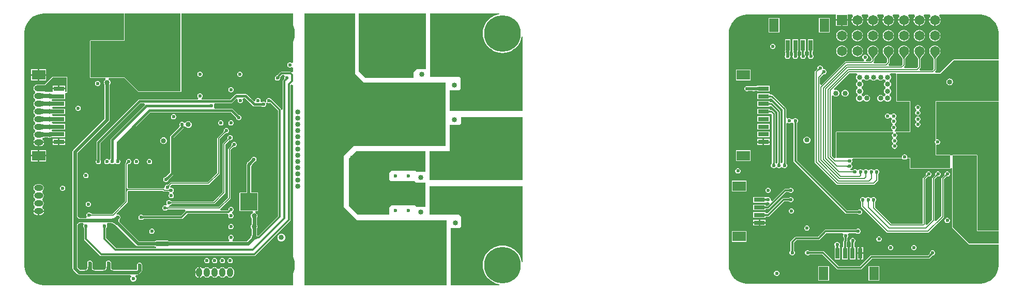
<source format=gbl>
G04*
G04 #@! TF.GenerationSoftware,Altium Limited,Altium Designer,21.0.8 (223)*
G04*
G04 Layer_Physical_Order=4*
G04 Layer_Color=16711680*
%FSLAX25Y25*%
%MOIN*%
G70*
G04*
G04 #@! TF.SameCoordinates,386B6A0C-B290-4CC1-8F2B-2C95A909E97D*
G04*
G04*
G04 #@! TF.FilePolarity,Positive*
G04*
G01*
G75*
G04:AMPARAMS|DCode=13|XSize=118.11mil|YSize=78.74mil|CornerRadius=3.94mil|HoleSize=0mil|Usage=FLASHONLY|Rotation=0.000|XOffset=0mil|YOffset=0mil|HoleType=Round|Shape=RoundedRectangle|*
%AMROUNDEDRECTD13*
21,1,0.11811,0.07087,0,0,0.0*
21,1,0.11024,0.07874,0,0,0.0*
1,1,0.00787,0.05512,-0.03543*
1,1,0.00787,-0.05512,-0.03543*
1,1,0.00787,-0.05512,0.03543*
1,1,0.00787,0.05512,0.03543*
%
%ADD13ROUNDEDRECTD13*%
%ADD14R,0.02756X0.07087*%
%ADD15R,0.06299X0.08661*%
%ADD16R,0.08661X0.06299*%
%ADD17R,0.07087X0.02756*%
%ADD50C,0.01028*%
%ADD51C,0.01968*%
%ADD52C,0.00787*%
%ADD53C,0.01181*%
%ADD54C,0.01575*%
%ADD55C,0.02362*%
G04:AMPARAMS|DCode=65|XSize=236.22mil|YSize=236.22mil|CornerRadius=11.81mil|HoleSize=0mil|Usage=FLASHONLY|Rotation=0.000|XOffset=0mil|YOffset=0mil|HoleType=Round|Shape=RoundedRectangle|*
%AMROUNDEDRECTD65*
21,1,0.23622,0.21260,0,0,0.0*
21,1,0.21260,0.23622,0,0,0.0*
1,1,0.02362,0.10630,-0.10630*
1,1,0.02362,-0.10630,-0.10630*
1,1,0.02362,-0.10630,0.10630*
1,1,0.02362,0.10630,0.10630*
%
%ADD65ROUNDEDRECTD65*%
G04:AMPARAMS|DCode=67|XSize=314.96mil|YSize=236.22mil|CornerRadius=11.81mil|HoleSize=0mil|Usage=FLASHONLY|Rotation=180.000|XOffset=0mil|YOffset=0mil|HoleType=Round|Shape=RoundedRectangle|*
%AMROUNDEDRECTD67*
21,1,0.31496,0.21260,0,0,180.0*
21,1,0.29134,0.23622,0,0,180.0*
1,1,0.02362,-0.14567,0.10630*
1,1,0.02362,0.14567,0.10630*
1,1,0.02362,0.14567,-0.10630*
1,1,0.02362,-0.14567,-0.10630*
%
%ADD67ROUNDEDRECTD67*%
%ADD88C,0.02756*%
%ADD91C,0.03347*%
%ADD92C,0.06500*%
%ADD93R,0.06500X0.06500*%
%ADD94C,0.23622*%
%ADD95C,0.02362*%
%ADD96O,0.05906X0.03937*%
%ADD97O,0.03937X0.05906*%
%ADD98C,0.03150*%
G36*
X838338Y460784D02*
X839880Y460371D01*
X841354Y459761D01*
X842736Y458963D01*
X844002Y457991D01*
X845131Y456863D01*
X846102Y455597D01*
X846900Y454215D01*
X847511Y452740D01*
X847924Y451199D01*
X848132Y449617D01*
Y448819D01*
Y431984D01*
X819190D01*
X818884Y431857D01*
X810349Y423323D01*
X807557D01*
X807174Y424247D01*
X807716Y424789D01*
X807914Y425084D01*
X807983Y425433D01*
Y432638D01*
X808031Y432763D01*
X808146Y432988D01*
X808298Y433239D01*
X808485Y433503D01*
X809308Y434457D01*
X809655Y434807D01*
X809687Y434886D01*
X809993Y435192D01*
X810473Y436024D01*
X810722Y436952D01*
Y437914D01*
X810473Y438842D01*
X809993Y439674D01*
X809313Y440354D01*
X808481Y440834D01*
X807553Y441083D01*
X806592D01*
X805663Y440834D01*
X804831Y440354D01*
X804152Y439674D01*
X803671Y438842D01*
X803422Y437914D01*
Y436952D01*
X803671Y436024D01*
X804152Y435192D01*
X804458Y434886D01*
X804490Y434807D01*
X804840Y434454D01*
X805425Y433802D01*
X805654Y433511D01*
X805846Y433239D01*
X805999Y432988D01*
X806113Y432763D01*
X806161Y432638D01*
Y425810D01*
X805195Y424844D01*
X797579D01*
X797196Y425768D01*
X797717Y426289D01*
X797914Y426584D01*
X797983Y426933D01*
Y432638D01*
X798031Y432763D01*
X798145Y432988D01*
X798298Y433239D01*
X798485Y433503D01*
X799308Y434457D01*
X799655Y434807D01*
X799687Y434886D01*
X799993Y435192D01*
X800473Y436024D01*
X800722Y436952D01*
Y437914D01*
X800473Y438842D01*
X799993Y439674D01*
X799313Y440354D01*
X798481Y440834D01*
X797553Y441083D01*
X796592D01*
X795663Y440834D01*
X794831Y440354D01*
X794151Y439674D01*
X793671Y438842D01*
X793422Y437914D01*
Y436952D01*
X793671Y436024D01*
X794151Y435192D01*
X794458Y434886D01*
X794490Y434807D01*
X794840Y434454D01*
X795425Y433802D01*
X795654Y433511D01*
X795846Y433239D01*
X795999Y432988D01*
X796113Y432763D01*
X796161Y432638D01*
Y427311D01*
X795195Y426344D01*
X787579D01*
X787196Y427268D01*
X787716Y427789D01*
X787914Y428084D01*
X787983Y428433D01*
Y432638D01*
X788031Y432763D01*
X788145Y432988D01*
X788298Y433239D01*
X788485Y433503D01*
X789308Y434457D01*
X789655Y434807D01*
X789687Y434886D01*
X789993Y435192D01*
X790473Y436024D01*
X790722Y436952D01*
Y437914D01*
X790473Y438842D01*
X789993Y439674D01*
X789313Y440354D01*
X788481Y440834D01*
X787553Y441083D01*
X786592D01*
X785663Y440834D01*
X784831Y440354D01*
X784152Y439674D01*
X783671Y438842D01*
X783422Y437914D01*
Y436952D01*
X783671Y436024D01*
X784152Y435192D01*
X784458Y434886D01*
X784490Y434807D01*
X784840Y434454D01*
X785425Y433802D01*
X785654Y433511D01*
X785846Y433239D01*
X785999Y432988D01*
X786113Y432763D01*
X786161Y432638D01*
Y428811D01*
X785195Y427844D01*
X777579D01*
X777196Y428768D01*
X777716Y429289D01*
X777914Y429584D01*
X777983Y429933D01*
Y432638D01*
X778031Y432763D01*
X778146Y432988D01*
X778298Y433239D01*
X778485Y433503D01*
X779308Y434457D01*
X779655Y434807D01*
X779687Y434886D01*
X779993Y435192D01*
X780473Y436024D01*
X780722Y436952D01*
Y437914D01*
X780473Y438842D01*
X779993Y439674D01*
X779313Y440354D01*
X778481Y440834D01*
X777553Y441083D01*
X776592D01*
X775663Y440834D01*
X774831Y440354D01*
X774152Y439674D01*
X773671Y438842D01*
X773422Y437914D01*
Y436952D01*
X773671Y436024D01*
X774152Y435192D01*
X774458Y434886D01*
X774490Y434807D01*
X774840Y434454D01*
X775425Y433802D01*
X775654Y433511D01*
X775846Y433239D01*
X775999Y432988D01*
X776113Y432763D01*
X776161Y432638D01*
Y430310D01*
X775195Y429344D01*
X767791D01*
X767409Y430268D01*
X767717Y430576D01*
X767914Y430872D01*
X767983Y431220D01*
Y432638D01*
X768031Y432763D01*
X768146Y432988D01*
X768298Y433239D01*
X768485Y433503D01*
X769308Y434457D01*
X769655Y434807D01*
X769687Y434886D01*
X769993Y435192D01*
X770473Y436024D01*
X770722Y436952D01*
Y437914D01*
X770473Y438842D01*
X769993Y439674D01*
X769313Y440354D01*
X768481Y440834D01*
X767553Y441083D01*
X766592D01*
X765663Y440834D01*
X764831Y440354D01*
X764151Y439674D01*
X763671Y438842D01*
X763422Y437914D01*
Y436952D01*
X763671Y436024D01*
X764151Y435192D01*
X764458Y434886D01*
X764490Y434807D01*
X764840Y434454D01*
X765425Y433802D01*
X765654Y433511D01*
X765846Y433239D01*
X765999Y432988D01*
X766113Y432763D01*
X766161Y432638D01*
Y431598D01*
X765407Y430844D01*
X762828D01*
X762629Y431844D01*
X763024Y432008D01*
X763497Y432481D01*
X763753Y433099D01*
Y433768D01*
X763497Y434385D01*
X763024Y434858D01*
X762407Y435114D01*
X761738D01*
X761120Y434858D01*
X760647Y434385D01*
X760391Y433768D01*
Y433099D01*
X760647Y432481D01*
X761120Y432008D01*
X761515Y431844D01*
X761316Y430844D01*
X749572D01*
X749224Y430775D01*
X748928Y430577D01*
X733907Y415557D01*
X732983Y415940D01*
Y420056D01*
X735192Y422264D01*
X735201Y422267D01*
X735238Y422252D01*
X735907D01*
X736524Y422508D01*
X736997Y422981D01*
X737253Y423599D01*
Y424267D01*
X736997Y424885D01*
X736524Y425358D01*
X735907Y425614D01*
X735635D01*
X735066Y425927D01*
X734753Y426496D01*
Y426767D01*
X734497Y427385D01*
X734024Y427858D01*
X733407Y428114D01*
X732738D01*
X732120Y427858D01*
X731647Y427385D01*
X731391Y426767D01*
Y426099D01*
X731406Y426062D01*
X731403Y426053D01*
X729928Y424577D01*
X729730Y424282D01*
X729661Y423933D01*
Y365705D01*
X729730Y365356D01*
X729928Y365061D01*
X743700Y351289D01*
X743996Y351091D01*
X744344Y351022D01*
X767572D01*
X767921Y351091D01*
X768217Y351289D01*
X770217Y353289D01*
X770414Y353584D01*
X770483Y353933D01*
Y357984D01*
X770488Y357993D01*
X770524Y358008D01*
X770997Y358481D01*
X771253Y359099D01*
Y359768D01*
X770997Y360385D01*
X770524Y360858D01*
X769907Y361114D01*
X769238D01*
X768620Y360858D01*
X768453Y360691D01*
X767822Y360489D01*
X767191Y360691D01*
X767024Y360858D01*
X766407Y361114D01*
X765738D01*
X765120Y360858D01*
X764953Y360691D01*
X764322Y360489D01*
X763691Y360691D01*
X763524Y360858D01*
X762907Y361114D01*
X762238D01*
X761620Y360858D01*
X761453Y360691D01*
X760822Y360489D01*
X760191Y360691D01*
X760024Y360858D01*
X759407Y361114D01*
X758738D01*
X758120Y360858D01*
X757953Y360691D01*
X757322Y360489D01*
X756691Y360691D01*
X756524Y360858D01*
X755907Y361114D01*
X755238D01*
X754620Y360858D01*
X754147Y360385D01*
X754132Y360349D01*
X754123Y360344D01*
X752828D01*
X752629Y361344D01*
X753024Y361508D01*
X753497Y361981D01*
X753753Y362599D01*
Y363267D01*
X753497Y363885D01*
X753330Y364052D01*
X753128Y364683D01*
X753330Y365314D01*
X753497Y365481D01*
X753753Y366099D01*
Y366768D01*
X753657Y367000D01*
X754147Y367921D01*
X754243Y368000D01*
X785564D01*
X785584Y368009D01*
X785606Y368002D01*
X786043Y367985D01*
X786552Y367569D01*
X786620Y367508D01*
X787238Y367252D01*
X787907D01*
X788524Y367508D01*
X788593Y367569D01*
X789101Y367985D01*
X789538Y368002D01*
X789560Y368009D01*
X789581Y368000D01*
X790805D01*
Y362065D01*
X790805Y361677D01*
X790805Y361677D01*
X790931Y361371D01*
X791237Y361244D01*
X791237Y361244D01*
X791625Y361244D01*
X816350Y361244D01*
X816738Y361244D01*
X816738Y361244D01*
X817044Y361371D01*
X817171Y361677D01*
X818139Y361602D01*
X818139Y330933D01*
Y323433D01*
X818266Y323127D01*
X828766Y312627D01*
X829072Y312500D01*
X848132D01*
Y299213D01*
X848132Y298415D01*
X847924Y296832D01*
X847511Y295291D01*
X846900Y293817D01*
X846102Y292435D01*
X845131Y291169D01*
X844002Y290040D01*
X842736Y289069D01*
X841354Y288271D01*
X839880Y287660D01*
X838338Y287247D01*
X836756Y287039D01*
X685554D01*
X683972Y287247D01*
X682430Y287660D01*
X680956Y288271D01*
X679574Y289069D01*
X678308Y290040D01*
X677179Y291169D01*
X676208Y292435D01*
X675410Y293817D01*
X674799Y295291D01*
X674386Y296832D01*
X674178Y298415D01*
X674178Y299213D01*
Y448819D01*
Y449617D01*
X674386Y451199D01*
X674799Y452740D01*
X675410Y454215D01*
X676208Y455597D01*
X677179Y456863D01*
X678308Y457991D01*
X679574Y458963D01*
X680956Y459761D01*
X682430Y460371D01*
X683972Y460784D01*
X685554Y460993D01*
X743322D01*
Y457933D01*
X750822D01*
Y460993D01*
X753914D01*
X754329Y459993D01*
X754071Y459736D01*
X753578Y458881D01*
X753324Y457933D01*
X760820D01*
X760567Y458881D01*
X760073Y459736D01*
X759816Y459993D01*
X760230Y460993D01*
X763914D01*
X764329Y459993D01*
X764071Y459736D01*
X763578Y458881D01*
X763324Y457933D01*
X770821D01*
X770567Y458881D01*
X770073Y459736D01*
X769816Y459993D01*
X770230Y460993D01*
X773914D01*
X774329Y459993D01*
X774071Y459736D01*
X773578Y458881D01*
X773324Y457933D01*
X780821D01*
X780567Y458881D01*
X780073Y459736D01*
X779816Y459993D01*
X780230Y460993D01*
X783914D01*
X784329Y459993D01*
X784071Y459736D01*
X783578Y458881D01*
X783324Y457933D01*
X790821D01*
X790567Y458881D01*
X790073Y459736D01*
X789816Y459993D01*
X790230Y460993D01*
X793914D01*
X794329Y459993D01*
X794071Y459736D01*
X793578Y458881D01*
X793324Y457933D01*
X800821D01*
X800567Y458881D01*
X800073Y459736D01*
X799816Y459993D01*
X800230Y460993D01*
X803914D01*
X804329Y459993D01*
X804071Y459736D01*
X803578Y458881D01*
X803324Y457933D01*
X810820D01*
X810567Y458881D01*
X810073Y459736D01*
X809816Y459993D01*
X810230Y460993D01*
X836756D01*
X838338Y460784D01*
D02*
G37*
G36*
X808990Y434752D02*
X808143Y433770D01*
X807936Y433476D01*
X807767Y433199D01*
X807635Y432939D01*
X807541Y432695D01*
X807485Y432468D01*
X807466Y432257D01*
X806678D01*
X806660Y432468D01*
X806603Y432695D01*
X806509Y432939D01*
X806378Y433199D01*
X806208Y433476D01*
X806001Y433770D01*
X805757Y434081D01*
X805155Y434752D01*
X804797Y435112D01*
X809347D01*
X808990Y434752D01*
D02*
G37*
G36*
X798990D02*
X798143Y433770D01*
X797936Y433476D01*
X797767Y433199D01*
X797635Y432939D01*
X797541Y432695D01*
X797485Y432468D01*
X797466Y432257D01*
X796678D01*
X796660Y432468D01*
X796603Y432695D01*
X796509Y432939D01*
X796378Y433199D01*
X796208Y433476D01*
X796001Y433770D01*
X795757Y434081D01*
X795155Y434752D01*
X794797Y435112D01*
X799347D01*
X798990Y434752D01*
D02*
G37*
G36*
X788990D02*
X788143Y433770D01*
X787936Y433476D01*
X787767Y433199D01*
X787635Y432939D01*
X787541Y432695D01*
X787485Y432468D01*
X787466Y432257D01*
X786679D01*
X786660Y432468D01*
X786603Y432695D01*
X786509Y432939D01*
X786377Y433199D01*
X786208Y433476D01*
X786001Y433770D01*
X785757Y434081D01*
X785155Y434752D01*
X784797Y435112D01*
X789347D01*
X788990Y434752D01*
D02*
G37*
G36*
X778990D02*
X778143Y433770D01*
X777936Y433476D01*
X777767Y433199D01*
X777635Y432939D01*
X777541Y432695D01*
X777485Y432468D01*
X777466Y432257D01*
X776679D01*
X776660Y432468D01*
X776603Y432695D01*
X776509Y432939D01*
X776377Y433199D01*
X776208Y433476D01*
X776001Y433770D01*
X775757Y434081D01*
X775155Y434752D01*
X774797Y435112D01*
X779347D01*
X778990Y434752D01*
D02*
G37*
G36*
X768990D02*
X768143Y433770D01*
X767936Y433476D01*
X767767Y433199D01*
X767635Y432939D01*
X767541Y432695D01*
X767485Y432468D01*
X767466Y432257D01*
X766678D01*
X766660Y432468D01*
X766603Y432695D01*
X766509Y432939D01*
X766377Y433199D01*
X766208Y433476D01*
X766001Y433770D01*
X765757Y434081D01*
X765155Y434752D01*
X764797Y435112D01*
X769347D01*
X768990Y434752D01*
D02*
G37*
G36*
X393160Y461796D02*
Y430225D01*
X392160Y429810D01*
X392112Y429858D01*
X391494Y430114D01*
X390826D01*
X390208Y429858D01*
X389735Y429385D01*
X389479Y428767D01*
Y428099D01*
X389735Y427481D01*
X390208Y427008D01*
X390826Y426752D01*
X391494D01*
X392112Y427008D01*
X392160Y427056D01*
X393160Y426641D01*
Y424134D01*
X392160Y423790D01*
X392047Y423866D01*
X391660Y423943D01*
X385660D01*
X385274Y423866D01*
X384946Y423647D01*
X383210Y421911D01*
X383011Y421614D01*
X382826D01*
X382208Y421358D01*
X381735Y420885D01*
X381479Y420267D01*
Y419599D01*
X381735Y418981D01*
X382208Y418508D01*
X382826Y418252D01*
X383494D01*
X384112Y418508D01*
X384585Y418981D01*
X384841Y419599D01*
Y419787D01*
X384857Y419810D01*
X384934Y420197D01*
Y420778D01*
X386079Y421923D01*
X387358D01*
X387773Y420923D01*
X387735Y420885D01*
X387479Y420267D01*
Y419599D01*
X387582Y419351D01*
X387581Y419350D01*
X387547Y419296D01*
X387500Y419234D01*
X387440Y419164D01*
X387360Y419080D01*
X387348Y419049D01*
X386946Y418647D01*
X386727Y418320D01*
X386650Y417933D01*
Y399632D01*
X385650Y399533D01*
X385593Y399820D01*
X385374Y400147D01*
X379600Y405921D01*
X379273Y406140D01*
X379179Y406159D01*
X379085Y406385D01*
X378612Y406858D01*
X377994Y407114D01*
X377326D01*
X376708Y406858D01*
X376235Y406385D01*
X375979Y405767D01*
Y405099D01*
X376115Y404769D01*
X375268Y404203D01*
X375112Y404358D01*
X374495Y404614D01*
X373826D01*
X373208Y404358D01*
X372871Y404379D01*
X372352Y405045D01*
X372341Y405099D01*
Y405767D01*
X372085Y406385D01*
X371612Y406858D01*
X370994Y407114D01*
X370326D01*
X369708Y406858D01*
X369235Y406385D01*
X368979Y405767D01*
Y405240D01*
X368600Y404956D01*
X368055Y404750D01*
X363516Y409289D01*
X363123Y409552D01*
X362660Y409644D01*
X362660Y409644D01*
X356660D01*
X356660Y409644D01*
X356197Y409552D01*
X355804Y409289D01*
X355804Y409289D01*
X352659Y406144D01*
X334555D01*
X334371Y406502D01*
X334248Y407144D01*
X334585Y407481D01*
X334841Y408099D01*
Y408768D01*
X334585Y409385D01*
X334112Y409858D01*
X333494Y410114D01*
X332826D01*
X332208Y409858D01*
X331735Y409385D01*
X331479Y408768D01*
Y408099D01*
X331735Y407481D01*
X332072Y407144D01*
X331949Y406502D01*
X331766Y406144D01*
X294160D01*
X294160Y406144D01*
X293697Y406052D01*
X293304Y405789D01*
X266804Y379289D01*
X266542Y378896D01*
X266449Y378433D01*
X266449Y378433D01*
Y367547D01*
X266440Y367523D01*
X266439Y367393D01*
X266432Y367083D01*
X266235Y366885D01*
X265979Y366267D01*
Y365599D01*
X266235Y364981D01*
X266708Y364508D01*
X267326Y364252D01*
X267994D01*
X268612Y364508D01*
X269085Y364981D01*
X269341Y365599D01*
Y366267D01*
X269085Y366885D01*
X268905Y367065D01*
X268880Y367545D01*
X268871Y367564D01*
Y377932D01*
X294662Y403722D01*
X297401D01*
X297711Y403005D01*
X297737Y402722D01*
X275804Y380789D01*
X275542Y380396D01*
X275449Y379933D01*
X275449Y379933D01*
Y367635D01*
X274957Y367292D01*
X274652Y367145D01*
X274536Y367109D01*
X274279Y367191D01*
X274112Y367358D01*
X273495Y367614D01*
X272826D01*
X272208Y367358D01*
X271735Y366885D01*
X271479Y366267D01*
Y365599D01*
X271735Y364981D01*
X272208Y364508D01*
X272826Y364252D01*
X273495D01*
X274112Y364508D01*
X274279Y364675D01*
X274910Y364877D01*
X275541Y364675D01*
X275708Y364508D01*
X276326Y364252D01*
X276994D01*
X277612Y364508D01*
X277779Y364675D01*
X278410Y364877D01*
X279041Y364675D01*
X279208Y364508D01*
X279826Y364252D01*
X280494D01*
X281112Y364508D01*
X281585Y364981D01*
X281841Y365599D01*
Y366267D01*
X281585Y366885D01*
X281405Y367065D01*
X281380Y367545D01*
X281371Y367564D01*
Y377932D01*
X301162Y397722D01*
X353159D01*
X356163Y394718D01*
X356173Y394695D01*
X356265Y394602D01*
X356479Y394377D01*
Y394099D01*
X356735Y393481D01*
X357208Y393008D01*
X357826Y392752D01*
X358494D01*
X359112Y393008D01*
X359585Y393481D01*
X359841Y394099D01*
Y394767D01*
X359585Y395385D01*
X359112Y395858D01*
X358494Y396114D01*
X358240D01*
X357883Y396435D01*
X357863Y396442D01*
X354516Y399789D01*
X354123Y400052D01*
X353660Y400144D01*
X353660Y400144D01*
X342662D01*
X342404Y400518D01*
X342153Y401144D01*
X342341Y401599D01*
Y402268D01*
X342153Y402722D01*
X342404Y403348D01*
X342662Y403722D01*
X353160D01*
X353160Y403722D01*
X353623Y403815D01*
X354016Y404077D01*
X356591Y406652D01*
X356741Y406600D01*
X357479Y405767D01*
Y405099D01*
X357735Y404481D01*
X358208Y404008D01*
X358826Y403752D01*
X359494D01*
X360112Y404008D01*
X360585Y404481D01*
X360841Y405099D01*
Y405767D01*
X360653Y406222D01*
X360904Y406848D01*
X361162Y407222D01*
X362159D01*
X367304Y402077D01*
X367304Y402077D01*
X367697Y401815D01*
X368160Y401722D01*
X372547D01*
X372570Y401713D01*
X372700Y401712D01*
X373011Y401705D01*
X373208Y401508D01*
X373826Y401252D01*
X374495D01*
X375112Y401508D01*
X375585Y401981D01*
X375841Y402599D01*
Y403267D01*
X375705Y403597D01*
X376553Y404163D01*
X376708Y404008D01*
X377326Y403752D01*
X377994D01*
X378612Y404008D01*
X378635Y404030D01*
X383650Y399015D01*
Y330851D01*
X370936Y318137D01*
X370003Y318164D01*
X369772Y318394D01*
Y322472D01*
X370003Y322702D01*
X370333Y323501D01*
Y324365D01*
X370003Y325164D01*
X369772Y325394D01*
Y329472D01*
X370003Y329702D01*
X370333Y330501D01*
Y331365D01*
X370003Y332164D01*
X369391Y332775D01*
X368849Y333000D01*
X369048Y334000D01*
X369858D01*
X370164Y334127D01*
X370517Y334480D01*
X370644Y334787D01*
X370644Y345164D01*
X370644Y345638D01*
X370644Y345638D01*
X370606Y345731D01*
X370599Y345831D01*
X370599Y345831D01*
X370598Y345831D01*
X370545Y345878D01*
X370517Y345944D01*
X370517D01*
X370517Y345944D01*
X370424Y345983D01*
X370348Y346049D01*
X370277Y346043D01*
X370211Y346071D01*
X370211Y346071D01*
X369824Y346071D01*
X366072D01*
Y362991D01*
X366112Y363008D01*
X366585Y363481D01*
X366841Y364099D01*
Y364191D01*
X368319Y365668D01*
X368339D01*
X368956Y365924D01*
X369429Y366397D01*
X369685Y367015D01*
Y367684D01*
X369429Y368302D01*
X368956Y368775D01*
X368339Y369031D01*
X367670D01*
X367052Y368775D01*
X366579Y368302D01*
X366323Y367684D01*
Y367664D01*
X364736Y366077D01*
X364208Y365858D01*
X363735Y365385D01*
X363479Y364768D01*
Y364550D01*
X363356Y364367D01*
X363249Y363826D01*
Y346071D01*
X359109D01*
X358803Y345944D01*
X358676Y345638D01*
Y334433D01*
X358803Y334127D01*
X359109Y334000D01*
X367272Y334000D01*
X367471Y333000D01*
X366929Y332775D01*
X366318Y332164D01*
X365987Y331365D01*
Y330501D01*
X366318Y329702D01*
X366548Y329472D01*
Y325394D01*
X366318Y325164D01*
X365987Y324365D01*
Y323501D01*
X366318Y322702D01*
X366548Y322472D01*
Y318394D01*
X366318Y318164D01*
X365987Y317365D01*
Y317040D01*
X363492Y314545D01*
X354401D01*
X354160Y315349D01*
X354150Y315545D01*
X354585Y315981D01*
X354841Y316599D01*
Y317267D01*
X354585Y317885D01*
X354112Y318358D01*
X353495Y318614D01*
X352826D01*
X352208Y318358D01*
X351735Y317885D01*
X351479Y317267D01*
Y316599D01*
X351735Y315981D01*
X352171Y315545D01*
X352160Y315349D01*
X351919Y314545D01*
X313302D01*
X312931Y314793D01*
X312160Y314947D01*
X305160D01*
X304390Y314793D01*
X304018Y314545D01*
X293828D01*
X281819Y326554D01*
X281818Y326557D01*
X281525Y326873D01*
X281301Y327159D01*
X281136Y327424D01*
X281071Y327569D01*
X281112Y328508D01*
X281585Y328981D01*
X281841Y329599D01*
Y330268D01*
X281585Y330885D01*
X281112Y331358D01*
X280494Y331614D01*
X279900D01*
X279729Y331813D01*
X279386Y332514D01*
X286232Y339361D01*
X286232Y339361D01*
X286408Y339623D01*
X286469Y339933D01*
X286469Y339933D01*
Y346654D01*
X286478Y346667D01*
X287299Y347124D01*
X309325D01*
X309588Y346861D01*
X309588Y346861D01*
X309850Y346685D01*
X310160Y346624D01*
X310160Y346624D01*
X312784D01*
X312821Y346607D01*
X312913Y346603D01*
X312984Y346595D01*
X313053Y346580D01*
X313119Y346560D01*
X313184Y346535D01*
X313220Y346517D01*
X313235Y346481D01*
X313402Y346314D01*
X313604Y345683D01*
X313402Y345052D01*
X313235Y344885D01*
X312979Y344268D01*
Y343599D01*
X313235Y342981D01*
X313708Y342508D01*
X314326Y342252D01*
X314995D01*
X315612Y342508D01*
X316085Y342981D01*
X316341Y343599D01*
Y344268D01*
X316085Y344885D01*
X315918Y345052D01*
X315716Y345683D01*
X315918Y346314D01*
X316085Y346481D01*
X316341Y347099D01*
Y347767D01*
X316085Y348385D01*
X315612Y348858D01*
X314995Y349114D01*
X314765D01*
X314429Y349136D01*
X314257Y349351D01*
X314110Y349577D01*
X314019Y349774D01*
X313954Y350038D01*
X313960Y350047D01*
X314005Y350105D01*
X314068Y350172D01*
X314082Y350210D01*
X314995Y351124D01*
X338660D01*
X338660Y351124D01*
X338970Y351185D01*
X339232Y351361D01*
X345732Y357861D01*
X345732Y357861D01*
X345908Y358123D01*
X345969Y358433D01*
X345969Y358433D01*
Y380598D01*
X349406Y384034D01*
X349444Y384048D01*
X349511Y384111D01*
X349568Y384155D01*
X349627Y384193D01*
X349688Y384226D01*
X349752Y384254D01*
X349789Y384267D01*
X349826Y384252D01*
X350495D01*
X351112Y384508D01*
X351585Y384981D01*
X351841Y385599D01*
Y386267D01*
X351585Y386885D01*
X351112Y387358D01*
X350495Y387614D01*
X349826D01*
X349208Y387358D01*
X348735Y386885D01*
X348479Y386267D01*
Y385599D01*
X348494Y385562D01*
X348481Y385525D01*
X348453Y385461D01*
X348421Y385400D01*
X348382Y385341D01*
X348338Y385284D01*
X348275Y385217D01*
X348261Y385178D01*
X344588Y381505D01*
X344412Y381243D01*
X344351Y380933D01*
X344351Y380933D01*
Y358768D01*
X338325Y352742D01*
X314660D01*
X314350Y352681D01*
X314088Y352505D01*
X312966Y351383D01*
X312929Y351370D01*
X312928Y351368D01*
X312926Y351368D01*
X312859Y351306D01*
X312803Y351262D01*
X312746Y351225D01*
X312687Y351194D01*
X312625Y351169D01*
X312579Y351154D01*
X312494Y351189D01*
X311826D01*
X311208Y350933D01*
X310735Y350460D01*
X310479Y349842D01*
Y349521D01*
X310364Y349331D01*
X309773Y348836D01*
X309575Y348742D01*
X287299D01*
X286478Y349199D01*
X286469Y349213D01*
Y363328D01*
X286826Y364252D01*
X287494D01*
X288112Y364508D01*
X288585Y364981D01*
X288841Y365599D01*
Y366267D01*
X288585Y366885D01*
X288112Y367358D01*
X287494Y367614D01*
X286826D01*
X286208Y367358D01*
X285735Y366885D01*
X285479Y366267D01*
Y365599D01*
X285494Y365562D01*
X285482Y365525D01*
X285454Y365461D01*
X285420Y365400D01*
X285382Y365341D01*
X285338Y365284D01*
X285275Y365217D01*
X285261Y365178D01*
X285088Y365005D01*
X284912Y364743D01*
X284851Y364433D01*
X284851Y364433D01*
Y348031D01*
X284842Y348018D01*
X284851Y347972D01*
Y347894D01*
X284842Y347848D01*
X284851Y347835D01*
Y340268D01*
X276825Y332242D01*
X263536D01*
X263499Y332259D01*
X263407Y332263D01*
X263336Y332272D01*
X263267Y332286D01*
X263201Y332306D01*
X263136Y332331D01*
X263100Y332349D01*
X263085Y332385D01*
X262612Y332858D01*
X261995Y333114D01*
X261326D01*
X260708Y332858D01*
X260235Y332385D01*
X259979Y331768D01*
Y331099D01*
X260235Y330481D01*
X259756Y329545D01*
X256229D01*
X256226Y329546D01*
X255804Y329569D01*
X255460Y329629D01*
X255171Y329726D01*
X254934Y329854D01*
X254739Y330012D01*
X254581Y330206D01*
X254453Y330444D01*
X254357Y330733D01*
X254296Y331077D01*
X254274Y331499D01*
X254272Y331502D01*
Y371765D01*
X274425Y391918D01*
X274775Y392441D01*
X274897Y393058D01*
Y415597D01*
X275128Y415827D01*
X275458Y416626D01*
Y417490D01*
X275128Y418289D01*
X274516Y418900D01*
X274275Y419000D01*
X274474Y420000D01*
X284481D01*
X293354Y411127D01*
X293660Y411000D01*
X320660Y411000D01*
X320966Y411127D01*
X321093Y411433D01*
X321093Y461796D01*
X393160Y461796D01*
D02*
G37*
G36*
X733060Y425252D02*
X732941Y425249D01*
X732826Y425239D01*
X732716Y425220D01*
X732610Y425193D01*
X732508Y425159D01*
X732410Y425116D01*
X732316Y425066D01*
X732227Y425007D01*
X732143Y424941D01*
X732062Y424866D01*
X731505Y425423D01*
X731580Y425503D01*
X731646Y425588D01*
X731705Y425677D01*
X731755Y425771D01*
X731798Y425869D01*
X731832Y425971D01*
X731859Y426077D01*
X731878Y426187D01*
X731888Y426302D01*
X731891Y426421D01*
X733060Y425252D01*
D02*
G37*
G36*
X735560Y422752D02*
X735441Y422749D01*
X735326Y422739D01*
X735216Y422720D01*
X735110Y422693D01*
X735008Y422659D01*
X734910Y422616D01*
X734817Y422566D01*
X734727Y422507D01*
X734643Y422441D01*
X734562Y422366D01*
X734005Y422923D01*
X734080Y423003D01*
X734146Y423088D01*
X734205Y423177D01*
X734255Y423271D01*
X734298Y423369D01*
X734332Y423470D01*
X734359Y423577D01*
X734378Y423687D01*
X734388Y423802D01*
X734391Y423921D01*
X735560Y422752D01*
D02*
G37*
G36*
X478924Y425760D02*
X473215D01*
X471054Y423598D01*
Y420114D01*
X439979D01*
X435659Y424434D01*
X435665Y461744D01*
X478924Y461744D01*
X478924Y425760D01*
D02*
G37*
G36*
X389502Y418803D02*
X389460Y418786D01*
X389412Y418762D01*
X389359Y418729D01*
X389299Y418688D01*
X389164Y418580D01*
X389006Y418438D01*
X388825Y418263D01*
X387673Y418781D01*
X387761Y418873D01*
X387837Y418962D01*
X387902Y419048D01*
X387956Y419132D01*
X387998Y419212D01*
X388028Y419289D01*
X388048Y419363D01*
X388055Y419434D01*
X388052Y419503D01*
X388037Y419568D01*
X389502Y418803D01*
D02*
G37*
G36*
X320660Y461796D02*
X320660Y411433D01*
X293660Y411433D01*
X284660Y420433D01*
X262660D01*
Y443933D01*
X284660D01*
Y461796D01*
X320660D01*
D02*
G37*
G36*
X782088Y422890D02*
X782088Y405435D01*
X782088Y405047D01*
X782088Y405047D01*
X782215Y404741D01*
X782521Y404614D01*
X782521Y404614D01*
X782909Y404614D01*
X790805Y404614D01*
Y385366D01*
X782002D01*
X781903Y385325D01*
X781797Y385314D01*
X781155Y385499D01*
X781429Y386468D01*
X781524Y386508D01*
X781997Y386981D01*
X782253Y387599D01*
Y388267D01*
X781997Y388885D01*
X781524Y389358D01*
X781339Y389435D01*
Y390518D01*
X781524Y390595D01*
X781997Y391067D01*
X782253Y391685D01*
Y392354D01*
X781997Y392972D01*
X781892Y393078D01*
X781636Y393726D01*
X781892Y394375D01*
X781997Y394481D01*
X782253Y395099D01*
Y395767D01*
X781997Y396385D01*
X781524Y396858D01*
X780907Y397114D01*
X780238D01*
X779620Y396858D01*
X779147Y396385D01*
X779113Y396304D01*
X778031D01*
X777997Y396385D01*
X777524Y396858D01*
X776907Y397114D01*
X776238D01*
X775620Y396858D01*
X775147Y396385D01*
X774891Y395767D01*
Y395099D01*
X775147Y394481D01*
X775620Y394008D01*
X776238Y393752D01*
X776907D01*
X777524Y394008D01*
X777997Y394481D01*
X778031Y394562D01*
X779032D01*
X779508Y393726D01*
X779253Y393078D01*
X779147Y392972D01*
X778891Y392354D01*
Y391685D01*
X779147Y391067D01*
X779620Y390595D01*
X779806Y390518D01*
Y389435D01*
X779620Y389358D01*
X779147Y388885D01*
X778891Y388267D01*
Y387599D01*
X779147Y386981D01*
X779620Y386508D01*
X779715Y386469D01*
X779763Y386440D01*
X779954Y386324D01*
X779764Y385366D01*
X779417Y385366D01*
X743572D01*
X743266Y385239D01*
X743139Y384933D01*
Y368569D01*
X742779Y368295D01*
X742215Y368079D01*
X740483Y369811D01*
Y408473D01*
X741073Y408728D01*
X741483Y408779D01*
X742006Y408256D01*
X742805Y407925D01*
X743670D01*
X744469Y408256D01*
X745080Y408867D01*
X745411Y409666D01*
Y410531D01*
X745080Y411330D01*
X744469Y411941D01*
X743670Y412272D01*
X742805D01*
X742478Y412136D01*
X741912Y412984D01*
X751950Y423022D01*
X756729D01*
X757088Y422022D01*
X756730Y421664D01*
X756399Y420865D01*
Y420001D01*
X756730Y419202D01*
X757152Y418780D01*
X757265Y418183D01*
X757152Y417587D01*
X756730Y417164D01*
X756399Y416365D01*
Y415501D01*
X756730Y414702D01*
X757152Y414280D01*
X757265Y413683D01*
X757152Y413087D01*
X756730Y412664D01*
X756399Y411865D01*
Y411001D01*
X756730Y410202D01*
X757152Y409780D01*
X757265Y409183D01*
X757152Y408587D01*
X756730Y408164D01*
X756399Y407365D01*
Y406501D01*
X756730Y405702D01*
X757341Y405091D01*
X758140Y404760D01*
X759004D01*
X759803Y405091D01*
X760226Y405513D01*
X760822Y405625D01*
X761419Y405513D01*
X761841Y405091D01*
X762640Y404760D01*
X763505D01*
X764303Y405091D01*
X764915Y405702D01*
X765245Y406501D01*
Y407365D01*
X764915Y408164D01*
X764303Y408776D01*
X763505Y409106D01*
X762640D01*
X761841Y408776D01*
X761419Y408353D01*
X760822Y408241D01*
X760330Y408333D01*
X759888Y409226D01*
X759992Y409780D01*
X760415Y410202D01*
X760745Y411001D01*
Y411865D01*
X760415Y412664D01*
X759992Y413087D01*
X759880Y413683D01*
X759992Y414280D01*
X760415Y414702D01*
X760745Y415501D01*
Y416365D01*
X760415Y417164D01*
X759992Y417587D01*
X759880Y418183D01*
X759992Y418780D01*
X760226Y419013D01*
X760822Y419125D01*
X761419Y419013D01*
X761841Y418591D01*
X762640Y418260D01*
X763505D01*
X764303Y418591D01*
X764726Y419013D01*
X765322Y419125D01*
X765919Y419013D01*
X766341Y418591D01*
X767140Y418260D01*
X768005D01*
X768803Y418591D01*
X769226Y419013D01*
X769822Y419125D01*
X770419Y419013D01*
X770841Y418591D01*
X771640Y418260D01*
X772505D01*
X773303Y418591D01*
X773726Y419013D01*
X774279Y419117D01*
X775172Y418676D01*
X775265Y418183D01*
X775152Y417587D01*
X774730Y417164D01*
X774399Y416365D01*
Y415501D01*
X774730Y414702D01*
X775152Y414280D01*
X775265Y413683D01*
X775152Y413087D01*
X774730Y412664D01*
X774399Y411865D01*
Y411001D01*
X774730Y410202D01*
X775152Y409780D01*
X775256Y409226D01*
X774815Y408333D01*
X774322Y408241D01*
X773726Y408353D01*
X773303Y408776D01*
X772505Y409106D01*
X771640D01*
X770841Y408776D01*
X770230Y408164D01*
X769899Y407365D01*
Y406501D01*
X770230Y405702D01*
X770841Y405091D01*
X771640Y404760D01*
X772505D01*
X773303Y405091D01*
X773726Y405513D01*
X774322Y405625D01*
X774919Y405513D01*
X775341Y405091D01*
X776140Y404760D01*
X777004D01*
X777803Y405091D01*
X778415Y405702D01*
X778745Y406501D01*
Y407365D01*
X778415Y408164D01*
X777992Y408587D01*
X777880Y409183D01*
X777992Y409780D01*
X778415Y410202D01*
X778745Y411001D01*
Y411865D01*
X778415Y412664D01*
X777992Y413087D01*
X777880Y413683D01*
X777992Y414280D01*
X778415Y414702D01*
X778745Y415501D01*
Y416365D01*
X778415Y417164D01*
X777992Y417587D01*
X777880Y418183D01*
X777992Y418780D01*
X778415Y419202D01*
X778745Y420001D01*
Y420865D01*
X778415Y421664D01*
X778057Y422022D01*
X778415Y423022D01*
X782000D01*
X782088Y422890D01*
D02*
G37*
G36*
X373317Y402106D02*
X373302Y402114D01*
X373274Y402120D01*
X373233Y402126D01*
X373111Y402136D01*
X372706Y402145D01*
X372571Y402146D01*
Y403721D01*
X373317Y403760D01*
Y402106D01*
D02*
G37*
G36*
X339817Y401106D02*
X339802Y401114D01*
X339774Y401121D01*
X339733Y401126D01*
X339611Y401136D01*
X339206Y401145D01*
X339071Y401146D01*
Y402720D01*
X339817Y402760D01*
Y401106D01*
D02*
G37*
G36*
X526192Y461796D02*
X526238Y461301D01*
X524310Y460838D01*
X522478Y460079D01*
X520787Y459043D01*
X519279Y457755D01*
X517991Y456247D01*
X516955Y454556D01*
X516196Y452724D01*
X515733Y450796D01*
X515578Y448819D01*
X515733Y446842D01*
X516196Y444914D01*
X516955Y443082D01*
X517991Y441391D01*
X519279Y439883D01*
X520787Y438595D01*
X522478Y437559D01*
X524310Y436800D01*
X526238Y436337D01*
X528215Y436181D01*
X530192Y436337D01*
X532120Y436800D01*
X533953Y437559D01*
X535643Y438595D01*
X537151Y439883D01*
X538439Y441391D01*
X539475Y443082D01*
X540234Y444914D01*
X540697Y446842D01*
X541192Y446796D01*
Y398681D01*
X494396Y398681D01*
Y412106D01*
X500105D01*
X501160Y413161D01*
Y420098D01*
X500577Y420681D01*
X481640D01*
X481640Y461796D01*
X526192D01*
D02*
G37*
G36*
X358148Y395614D02*
X356979Y394445D01*
X356974Y394460D01*
X356959Y394485D01*
X356934Y394518D01*
X356855Y394611D01*
X356575Y394904D01*
X356480Y395000D01*
X357593Y396113D01*
X358148Y395614D01*
D02*
G37*
G36*
X350148Y384752D02*
X350029Y384749D01*
X349914Y384738D01*
X349804Y384720D01*
X349697Y384693D01*
X349595Y384659D01*
X349498Y384616D01*
X349404Y384565D01*
X349315Y384507D01*
X349231Y384441D01*
X349150Y384366D01*
X348593Y384923D01*
X348668Y385003D01*
X348734Y385088D01*
X348793Y385177D01*
X348843Y385271D01*
X348886Y385368D01*
X348920Y385471D01*
X348947Y385577D01*
X348966Y385687D01*
X348976Y385802D01*
X348979Y385921D01*
X350148Y384752D01*
D02*
G37*
G36*
X433160Y461796D02*
X433160Y440366D01*
X433160Y422796D01*
X438771Y417185D01*
X491680D01*
X491680Y395185D01*
X491680Y376181D01*
X432408Y376181D01*
X426014Y369787D01*
Y336579D01*
X434408Y328185D01*
X492180Y328185D01*
Y286236D01*
X400660D01*
Y461796D01*
X433160D01*
D02*
G37*
G36*
X848132Y405047D02*
X807533D01*
Y379815D01*
X807526Y379810D01*
X807154Y379254D01*
X807024Y378598D01*
X807154Y377942D01*
X807526Y377386D01*
X807533Y377382D01*
Y370098D01*
X816737Y370098D01*
X816738Y361677D01*
X791237Y361677D01*
Y368433D01*
X789581D01*
X789264Y368820D01*
X789286Y368933D01*
X789156Y369589D01*
X788784Y370145D01*
X788228Y370517D01*
X787572Y370647D01*
X786916Y370517D01*
X786360Y370145D01*
X785989Y369589D01*
X785858Y368933D01*
X785881Y368820D01*
X785564Y368433D01*
X743572D01*
Y384933D01*
X780142D01*
X780291Y384433D01*
X779860Y384145D01*
X779489Y383589D01*
X779358Y382933D01*
X779489Y382277D01*
X779860Y381721D01*
X780250Y381461D01*
X780257Y381441D01*
Y380925D01*
X780250Y380905D01*
X779860Y380645D01*
X779489Y380089D01*
X779358Y379433D01*
X779489Y378777D01*
X779860Y378221D01*
X780250Y377961D01*
X780257Y377941D01*
Y377425D01*
X780250Y377405D01*
X779860Y377145D01*
X779489Y376589D01*
X779358Y375933D01*
X779489Y375277D01*
X779860Y374721D01*
X780416Y374349D01*
X781072Y374219D01*
X781728Y374349D01*
X782284Y374721D01*
X782656Y375277D01*
X782786Y375933D01*
X782656Y376589D01*
X782284Y377145D01*
X781895Y377405D01*
X781887Y377425D01*
Y377941D01*
X781895Y377961D01*
X782284Y378221D01*
X782656Y378777D01*
X782786Y379433D01*
X782656Y380089D01*
X782284Y380645D01*
X781895Y380905D01*
X781887Y380925D01*
Y381441D01*
X781895Y381461D01*
X782284Y381721D01*
X782656Y382277D01*
X782786Y382933D01*
X782656Y383589D01*
X782284Y384145D01*
X781853Y384433D01*
X782002Y384933D01*
X791238D01*
Y405047D01*
X782521Y405047D01*
X782521Y422890D01*
X810529D01*
X819190Y431551D01*
X848132D01*
Y405047D01*
D02*
G37*
G36*
X541192Y354181D02*
X481278Y354181D01*
Y372685D01*
X494396Y372685D01*
X494396Y389606D01*
X500605Y389606D01*
X501660Y390661D01*
X501660Y394685D01*
X520410Y394685D01*
X541192Y394685D01*
X541192Y354181D01*
D02*
G37*
G36*
X280987Y366776D02*
X279333D01*
X279341Y366791D01*
X279347Y366819D01*
X279353Y366860D01*
X279363Y366982D01*
X279372Y367387D01*
X279373Y367522D01*
X280947D01*
X280987Y366776D01*
D02*
G37*
G36*
X277487D02*
X275833D01*
X275841Y366791D01*
X275848Y366819D01*
X275853Y366860D01*
X275863Y366982D01*
X275872Y367387D01*
X275873Y367522D01*
X277448D01*
X277487Y366776D01*
D02*
G37*
G36*
X268487D02*
X266833D01*
X266841Y366791D01*
X266847Y366819D01*
X266853Y366860D01*
X266863Y366982D01*
X266872Y367387D01*
X266873Y367522D01*
X268447D01*
X268487Y366776D01*
D02*
G37*
G36*
X751229Y365606D02*
X751143Y365689D01*
X751054Y365762D01*
X750962Y365827D01*
X750868Y365883D01*
X750772Y365931D01*
X750673Y365970D01*
X750571Y366000D01*
X750466Y366022D01*
X750359Y366035D01*
X750250Y366039D01*
Y366827D01*
X750359Y366831D01*
X750466Y366844D01*
X750571Y366866D01*
X750673Y366896D01*
X750772Y366935D01*
X750868Y366983D01*
X750962Y367039D01*
X751054Y367104D01*
X751143Y367178D01*
X751229Y367260D01*
Y365606D01*
D02*
G37*
G36*
X287148Y364752D02*
X287029Y364749D01*
X286914Y364738D01*
X286804Y364720D01*
X286698Y364693D01*
X286596Y364659D01*
X286498Y364616D01*
X286404Y364565D01*
X286315Y364507D01*
X286230Y364441D01*
X286150Y364366D01*
X285593Y364923D01*
X285668Y365003D01*
X285734Y365088D01*
X285792Y365177D01*
X285843Y365271D01*
X285886Y365369D01*
X285920Y365471D01*
X285947Y365577D01*
X285966Y365687D01*
X285976Y365802D01*
X285979Y365921D01*
X287148Y364752D01*
D02*
G37*
G36*
X751229Y362106D02*
X751143Y362189D01*
X751054Y362262D01*
X750962Y362327D01*
X750868Y362384D01*
X750772Y362431D01*
X750673Y362470D01*
X750571Y362500D01*
X750466Y362522D01*
X750359Y362535D01*
X750250Y362539D01*
Y363327D01*
X750359Y363331D01*
X750466Y363344D01*
X750571Y363366D01*
X750673Y363396D01*
X750772Y363435D01*
X750868Y363483D01*
X750962Y363539D01*
X751054Y363604D01*
X751143Y363678D01*
X751229Y363760D01*
Y362106D01*
D02*
G37*
G36*
X478562Y372685D02*
X478562Y359260D01*
X472853D01*
X471987Y360126D01*
X456426D01*
X455160Y358860D01*
X455160Y354453D01*
X456180Y353433D01*
X471660Y353433D01*
X472660Y352433D01*
X478562Y352433D01*
Y336760D01*
X472853D01*
X471987Y337626D01*
X456426D01*
X455160Y336360D01*
X455160Y334021D01*
X455160Y332035D01*
X454807Y331681D01*
X434912Y331681D01*
X429160Y337433D01*
X429160Y367933D01*
X433912Y372685D01*
X478562Y372685D01*
D02*
G37*
G36*
X754729Y358606D02*
X754642Y358689D01*
X754554Y358762D01*
X754462Y358827D01*
X754368Y358884D01*
X754272Y358931D01*
X754173Y358970D01*
X754071Y359000D01*
X753967Y359022D01*
X753860Y359035D01*
X753750Y359039D01*
Y359827D01*
X753860Y359831D01*
X753967Y359844D01*
X754071Y359866D01*
X754173Y359896D01*
X754272Y359935D01*
X754368Y359983D01*
X754462Y360039D01*
X754554Y360104D01*
X754642Y360178D01*
X754729Y360260D01*
Y358606D01*
D02*
G37*
G36*
X770317Y358503D02*
X770243Y358415D01*
X770178Y358323D01*
X770122Y358229D01*
X770074Y358133D01*
X770035Y358033D01*
X770005Y357932D01*
X769983Y357827D01*
X769970Y357720D01*
X769966Y357611D01*
X769178D01*
X769174Y357720D01*
X769161Y357827D01*
X769139Y357932D01*
X769109Y358033D01*
X769070Y358133D01*
X769023Y358229D01*
X768966Y358323D01*
X768901Y358415D01*
X768828Y358503D01*
X768745Y358590D01*
X770399D01*
X770317Y358503D01*
D02*
G37*
G36*
X766817D02*
X766743Y358415D01*
X766678Y358323D01*
X766622Y358229D01*
X766574Y358133D01*
X766535Y358033D01*
X766505Y357932D01*
X766483Y357827D01*
X766470Y357720D01*
X766466Y357611D01*
X765679D01*
X765674Y357720D01*
X765661Y357827D01*
X765639Y357932D01*
X765609Y358033D01*
X765570Y358133D01*
X765523Y358229D01*
X765466Y358323D01*
X765401Y358415D01*
X765328Y358503D01*
X765245Y358590D01*
X766899D01*
X766817Y358503D01*
D02*
G37*
G36*
X763317D02*
X763243Y358415D01*
X763178Y358323D01*
X763122Y358229D01*
X763074Y358133D01*
X763035Y358033D01*
X763005Y357932D01*
X762983Y357827D01*
X762970Y357720D01*
X762966Y357611D01*
X762179D01*
X762174Y357720D01*
X762161Y357827D01*
X762140Y357932D01*
X762109Y358033D01*
X762070Y358133D01*
X762023Y358229D01*
X761966Y358323D01*
X761901Y358415D01*
X761828Y358503D01*
X761745Y358590D01*
X763399D01*
X763317Y358503D01*
D02*
G37*
G36*
X759817D02*
X759743Y358415D01*
X759678Y358323D01*
X759622Y358229D01*
X759574Y358133D01*
X759535Y358033D01*
X759505Y357932D01*
X759483Y357827D01*
X759470Y357720D01*
X759466Y357611D01*
X758678D01*
X758674Y357720D01*
X758661Y357827D01*
X758639Y357932D01*
X758609Y358033D01*
X758570Y358133D01*
X758523Y358229D01*
X758466Y358323D01*
X758401Y358415D01*
X758328Y358503D01*
X758245Y358590D01*
X759899D01*
X759817Y358503D01*
D02*
G37*
G36*
X313750Y350466D02*
X313676Y350386D01*
X313610Y350302D01*
X313550Y350213D01*
X313498Y350120D01*
X313454Y350022D01*
X313416Y349920D01*
X313386Y349813D01*
X313364Y349702D01*
X313348Y349587D01*
X313340Y349467D01*
X312225Y350687D01*
X312343Y350685D01*
X312456Y350691D01*
X312566Y350706D01*
X312672Y350729D01*
X312773Y350761D01*
X312871Y350802D01*
X312964Y350851D01*
X313054Y350909D01*
X313139Y350975D01*
X313220Y351050D01*
X313750Y350466D01*
D02*
G37*
G36*
X286062Y348965D02*
X286085Y348831D01*
X286125Y348713D01*
X286180Y348610D01*
X286251Y348524D01*
X286337Y348453D01*
X286440Y348398D01*
X286558Y348358D01*
X286692Y348335D01*
X286841Y348327D01*
Y347539D01*
X286692Y347532D01*
X286558Y347508D01*
X286440Y347468D01*
X286337Y347413D01*
X286251Y347342D01*
X286180Y347256D01*
X286125Y347153D01*
X286085Y347035D01*
X286062Y346902D01*
X286054Y346752D01*
X285266Y347933D01*
X286054Y349114D01*
X286062Y348965D01*
D02*
G37*
G36*
X313817Y346606D02*
X313730Y346689D01*
X313642Y346762D01*
X313550Y346827D01*
X313456Y346884D01*
X313360Y346931D01*
X313261Y346970D01*
X313159Y347000D01*
X313054Y347022D01*
X312947Y347035D01*
X312838Y347039D01*
Y347827D01*
X312947Y347831D01*
X313054Y347844D01*
X313159Y347866D01*
X313261Y347896D01*
X313360Y347935D01*
X313456Y347983D01*
X313550Y348039D01*
X313642Y348104D01*
X313730Y348178D01*
X313817Y348260D01*
Y346606D01*
D02*
G37*
G36*
X370211Y345638D02*
Y334787D01*
X369858Y334433D01*
X359109Y334433D01*
Y345638D01*
X370211D01*
X370211Y345638D01*
D02*
G37*
G36*
X262590Y332178D02*
X262679Y332104D01*
X262770Y332039D01*
X262864Y331983D01*
X262961Y331935D01*
X263060Y331896D01*
X263161Y331866D01*
X263266Y331844D01*
X263373Y331831D01*
X263482Y331827D01*
Y331039D01*
X263373Y331035D01*
X263266Y331022D01*
X263161Y331000D01*
X263060Y330970D01*
X262961Y330931D01*
X262864Y330884D01*
X262770Y330827D01*
X262679Y330762D01*
X262590Y330689D01*
X262504Y330606D01*
Y332260D01*
X262590Y332178D01*
D02*
G37*
G36*
X280995Y329098D02*
X280791Y328860D01*
X280643Y328612D01*
X280552Y328354D01*
X280517Y328085D01*
X280539Y327807D01*
X280618Y327518D01*
X280754Y327219D01*
X280946Y326911D01*
X281195Y326592D01*
X281501Y326263D01*
X279341Y325082D01*
X279000Y325399D01*
X278645Y325683D01*
X278277Y325934D01*
X277894Y326151D01*
X277498Y326334D01*
X277088Y326485D01*
X276664Y326602D01*
X276226Y326685D01*
X275774Y326735D01*
X275309Y326752D01*
Y329114D01*
X275774Y329131D01*
X276225Y329180D01*
X276662Y329263D01*
X277085Y329379D01*
X277494Y329528D01*
X277888Y329710D01*
X278269Y329925D01*
X278635Y330173D01*
X278987Y330454D01*
X279325Y330768D01*
X280995Y329098D01*
D02*
G37*
G36*
X253865Y331028D02*
X253936Y330626D01*
X254054Y330272D01*
X254219Y329965D01*
X254432Y329705D01*
X254692Y329492D01*
X254999Y329327D01*
X255353Y329209D01*
X255755Y329138D01*
X256203Y329114D01*
Y326752D01*
X255755Y326728D01*
X255353Y326658D01*
X254999Y326539D01*
X254692Y326374D01*
X254432Y326161D01*
X254219Y325902D01*
X254054Y325594D01*
X253936Y325240D01*
X253865Y324839D01*
X253841Y324390D01*
X251479Y327933D01*
X253841Y331476D01*
X253865Y331028D01*
D02*
G37*
G36*
X272442Y323539D02*
X272402Y323480D01*
X272366Y323412D01*
X272336Y323336D01*
X272310Y323252D01*
X272288Y323159D01*
X272272Y323057D01*
X272260Y322947D01*
X272251Y322702D01*
X271070D01*
X271067Y322829D01*
X271048Y323057D01*
X271032Y323159D01*
X271010Y323252D01*
X270985Y323336D01*
X270954Y323412D01*
X270918Y323480D01*
X270878Y323539D01*
X270833Y323590D01*
X272487D01*
X272442Y323539D01*
D02*
G37*
G36*
X260442D02*
X260402Y323480D01*
X260366Y323412D01*
X260336Y323336D01*
X260310Y323252D01*
X260289Y323159D01*
X260272Y323057D01*
X260260Y322947D01*
X260251Y322702D01*
X259070D01*
X259067Y322829D01*
X259048Y323057D01*
X259032Y323159D01*
X259011Y323252D01*
X258984Y323336D01*
X258954Y323412D01*
X258918Y323480D01*
X258878Y323539D01*
X258833Y323590D01*
X260487D01*
X260442Y323539D01*
D02*
G37*
G36*
X848132Y403933D02*
Y321933D01*
Y321366D01*
X834505D01*
Y330933D01*
X834505Y369933D01*
X834378Y370239D01*
X834072Y370366D01*
X818960D01*
X818572Y370366D01*
X818572Y370366D01*
X818266Y370239D01*
X818139Y369933D01*
X817171Y370009D01*
Y370098D01*
X817044Y370405D01*
X816737Y370531D01*
X807966Y370531D01*
Y376625D01*
X808403Y376917D01*
X809072D01*
X809690Y377173D01*
X809730Y377213D01*
X810163Y377646D01*
X810419Y378264D01*
Y378933D01*
X810163Y379551D01*
X809730Y379984D01*
X809690Y380024D01*
X809072Y380279D01*
X808403D01*
X807966Y380572D01*
Y404614D01*
X848132D01*
Y403933D01*
D02*
G37*
G36*
X369468Y317998D02*
X369589Y317899D01*
X369715Y317812D01*
X369846Y317737D01*
X369981Y317673D01*
X370121Y317621D01*
X370266Y317581D01*
X370415Y317552D01*
X370569Y317534D01*
X370728Y317528D01*
X370731Y316347D01*
X370573Y316341D01*
X370419Y316324D01*
X370269Y316295D01*
X370125Y316254D01*
X369985Y316202D01*
X369850Y316138D01*
X369720Y316062D01*
X369595Y315975D01*
X369474Y315876D01*
X369358Y315765D01*
X369352Y318108D01*
X369468Y317998D01*
D02*
G37*
G36*
X834072Y330933D02*
Y320933D01*
X848132D01*
Y312933D01*
X829072D01*
X818572Y323433D01*
Y330933D01*
X818572Y369933D01*
X834072D01*
X834072Y330933D01*
D02*
G37*
G36*
X275293Y326319D02*
X275743Y326303D01*
X276161Y326257D01*
X276566Y326180D01*
X276955Y326072D01*
X277332Y325934D01*
X277696Y325765D01*
X278048Y325566D01*
X278388Y325334D01*
X278717Y325071D01*
X279046Y324765D01*
X279050Y324763D01*
X292020Y311793D01*
X292543Y311444D01*
X293160Y311321D01*
X304018D01*
X304390Y311073D01*
X305042Y310943D01*
X304944Y309943D01*
X279078D01*
X272670Y316351D01*
Y322656D01*
X272683Y322685D01*
X272692Y322916D01*
X272701Y322999D01*
X272714Y323076D01*
X272724Y323119D01*
X273085Y323481D01*
X273341Y324099D01*
Y324767D01*
X273085Y325385D01*
X273564Y326321D01*
X275289D01*
X275293Y326319D01*
D02*
G37*
G36*
X541192Y350185D02*
Y301236D01*
X540697Y301189D01*
X540234Y303118D01*
X539475Y304950D01*
X538439Y306641D01*
X537151Y308149D01*
X535643Y309436D01*
X533953Y310473D01*
X532120Y311231D01*
X530192Y311694D01*
X528215Y311850D01*
X526238Y311694D01*
X524310Y311231D01*
X522478Y310473D01*
X520787Y309436D01*
X519279Y308149D01*
X517991Y306641D01*
X516955Y304950D01*
X516196Y303118D01*
X515733Y301189D01*
X515578Y299213D01*
X515733Y297236D01*
X516196Y295307D01*
X516955Y293475D01*
X517991Y291785D01*
X519279Y290277D01*
X520787Y288989D01*
X522478Y287953D01*
X524310Y287194D01*
X526238Y286731D01*
X526192Y286236D01*
X494896D01*
Y286898D01*
X494896Y323106D01*
X500605D01*
X501660Y324161D01*
Y330236D01*
X500215Y331681D01*
X481278D01*
Y350185D01*
X541192Y350185D01*
D02*
G37*
G36*
X275365Y297528D02*
X275436Y297126D01*
X275554Y296772D01*
X275719Y296465D01*
X275932Y296205D01*
X276192Y295992D01*
X276499Y295827D01*
X276853Y295709D01*
X277255Y295638D01*
X277703Y295614D01*
X274160Y293252D01*
X270617Y295614D01*
X271066Y295638D01*
X271467Y295709D01*
X271821Y295827D01*
X272129Y295992D01*
X272389Y296205D01*
X272601Y296465D01*
X272766Y296772D01*
X272884Y297126D01*
X272955Y297528D01*
X272979Y297976D01*
X275341D01*
X275365Y297528D01*
D02*
G37*
G36*
X263365D02*
X263436Y297126D01*
X263554Y296772D01*
X263719Y296465D01*
X263932Y296205D01*
X264192Y295992D01*
X264499Y295827D01*
X264853Y295709D01*
X265255Y295638D01*
X265703Y295614D01*
X262160Y293252D01*
X258617Y295614D01*
X259066Y295638D01*
X259467Y295709D01*
X259822Y295827D01*
X260129Y295992D01*
X260388Y296205D01*
X260601Y296465D01*
X260766Y296772D01*
X260884Y297126D01*
X260955Y297528D01*
X260979Y297976D01*
X263341D01*
X263365Y297528D01*
D02*
G37*
G36*
X284227Y461796D02*
Y444366D01*
X262660D01*
X262354Y444239D01*
X262227Y443933D01*
Y420433D01*
X262354Y420127D01*
X262660Y420000D01*
X272096D01*
X272295Y419000D01*
X272054Y418900D01*
X271443Y418289D01*
X271112Y417490D01*
Y416626D01*
X271443Y415827D01*
X271673Y415597D01*
Y393726D01*
X251520Y373573D01*
X251171Y373050D01*
X251048Y372433D01*
Y327933D01*
Y296933D01*
X251171Y296316D01*
X251520Y295793D01*
X254020Y293293D01*
X254543Y292944D01*
X255160Y292821D01*
X288367D01*
X288764Y291821D01*
X288491Y291548D01*
X288192Y290825D01*
Y290041D01*
X288491Y289318D01*
X289045Y288764D01*
X289769Y288465D01*
X290552D01*
X291275Y288764D01*
X291829Y289318D01*
X292129Y290041D01*
Y290825D01*
X291829Y291548D01*
X291556Y291821D01*
X291953Y292821D01*
X292776D01*
X293393Y292944D01*
X293916Y293293D01*
X295300Y294677D01*
X295650Y295200D01*
X295772Y295817D01*
Y298432D01*
X295841Y298599D01*
Y299268D01*
X295585Y299885D01*
X295112Y300358D01*
X294495Y300614D01*
X293826D01*
X293208Y300358D01*
X292735Y299885D01*
X292479Y299268D01*
Y298599D01*
X292548Y298432D01*
Y296485D01*
X292109Y296045D01*
X277729D01*
X277726Y296046D01*
X277304Y296069D01*
X276960Y296129D01*
X276671Y296226D01*
X276433Y296354D01*
X276239Y296512D01*
X276081Y296707D01*
X275953Y296944D01*
X275856Y297233D01*
X275796Y297577D01*
X275774Y297999D01*
X275772Y298002D01*
Y299932D01*
X275841Y300099D01*
Y300767D01*
X275585Y301385D01*
X275112Y301858D01*
X274495Y302114D01*
X273826D01*
X273208Y301858D01*
X272735Y301385D01*
X272479Y300767D01*
Y300099D01*
X272548Y299932D01*
Y298002D01*
X272547Y297999D01*
X272524Y297577D01*
X272464Y297233D01*
X272368Y296944D01*
X272240Y296707D01*
X272081Y296512D01*
X271887Y296354D01*
X271649Y296226D01*
X271361Y296129D01*
X271016Y296069D01*
X270594Y296046D01*
X270591Y296045D01*
X265729D01*
X265726Y296046D01*
X265304Y296069D01*
X264960Y296129D01*
X264671Y296226D01*
X264434Y296354D01*
X264239Y296512D01*
X264081Y296707D01*
X263953Y296944D01*
X263857Y297233D01*
X263796Y297577D01*
X263774Y297999D01*
X263772Y298002D01*
Y299932D01*
X263841Y300099D01*
Y300767D01*
X263585Y301385D01*
X263112Y301858D01*
X262494Y302114D01*
X261826D01*
X261208Y301858D01*
X260735Y301385D01*
X260479Y300767D01*
Y300099D01*
X260548Y299932D01*
Y298002D01*
X260547Y297999D01*
X260524Y297577D01*
X260464Y297233D01*
X260367Y296944D01*
X260240Y296707D01*
X260081Y296512D01*
X259887Y296354D01*
X259649Y296226D01*
X259361Y296129D01*
X259016Y296069D01*
X258594Y296046D01*
X258591Y296045D01*
X255828D01*
X254272Y297601D01*
Y324364D01*
X254274Y324367D01*
X254296Y324789D01*
X254357Y325133D01*
X254453Y325422D01*
X254581Y325660D01*
X254739Y325854D01*
X254934Y326013D01*
X255171Y326140D01*
X255460Y326237D01*
X255804Y326297D01*
X256226Y326320D01*
X256229Y326321D01*
X257756D01*
X258235Y325385D01*
X257979Y324767D01*
Y324099D01*
X258235Y323481D01*
X258597Y323119D01*
X258607Y323076D01*
X258618Y323005D01*
X258635Y322807D01*
X258637Y322693D01*
X258650Y322663D01*
Y315933D01*
X258650Y315933D01*
X258727Y315547D01*
X258946Y315219D01*
X268946Y305219D01*
X269274Y305000D01*
X269660Y304923D01*
X368160D01*
X368547Y305000D01*
X368874Y305219D01*
X391374Y327719D01*
X391593Y328047D01*
X391670Y328433D01*
Y415341D01*
X392179Y415745D01*
X393160Y415309D01*
Y286236D01*
X232089D01*
X230403Y286458D01*
X228760Y286898D01*
X227188Y287549D01*
X225715Y288400D01*
X224365Y289435D01*
X223162Y290638D01*
X222127Y291988D01*
X221276Y293461D01*
X220625Y295032D01*
X220185Y296675D01*
X219963Y298362D01*
Y299213D01*
X219963Y448819D01*
X219963Y449669D01*
X220185Y451356D01*
X220625Y452999D01*
X221276Y454571D01*
X222127Y456044D01*
X223162Y457393D01*
X224365Y458596D01*
X225715Y459632D01*
X227188Y460482D01*
X228759Y461133D01*
X230403Y461574D01*
X232089Y461796D01*
X232940D01*
X284227D01*
D02*
G37*
%LPC*%
G36*
X810820Y456933D02*
X807572D01*
Y453685D01*
X808520Y453939D01*
X809375Y454432D01*
X810073Y455130D01*
X810567Y455986D01*
X810820Y456933D01*
D02*
G37*
G36*
X806572D02*
X803324D01*
X803578Y455986D01*
X804071Y455130D01*
X804770Y454432D01*
X805625Y453939D01*
X806572Y453685D01*
Y456933D01*
D02*
G37*
G36*
X800821D02*
X797572D01*
Y453685D01*
X798520Y453939D01*
X799375Y454432D01*
X800073Y455130D01*
X800567Y455986D01*
X800821Y456933D01*
D02*
G37*
G36*
X796572D02*
X793324D01*
X793578Y455986D01*
X794071Y455130D01*
X794770Y454432D01*
X795625Y453939D01*
X796572Y453685D01*
Y456933D01*
D02*
G37*
G36*
X790821D02*
X787572D01*
Y453685D01*
X788520Y453939D01*
X789375Y454432D01*
X790073Y455130D01*
X790567Y455986D01*
X790821Y456933D01*
D02*
G37*
G36*
X786572D02*
X783324D01*
X783578Y455986D01*
X784071Y455130D01*
X784770Y454432D01*
X785625Y453939D01*
X786572Y453685D01*
Y456933D01*
D02*
G37*
G36*
X780821D02*
X777572D01*
Y453685D01*
X778520Y453939D01*
X779375Y454432D01*
X780073Y455130D01*
X780567Y455986D01*
X780821Y456933D01*
D02*
G37*
G36*
X776572D02*
X773324D01*
X773578Y455986D01*
X774071Y455130D01*
X774770Y454432D01*
X775625Y453939D01*
X776572Y453685D01*
Y456933D01*
D02*
G37*
G36*
X770821D02*
X767572D01*
Y453685D01*
X768520Y453939D01*
X769375Y454432D01*
X770073Y455130D01*
X770567Y455986D01*
X770821Y456933D01*
D02*
G37*
G36*
X766572D02*
X763324D01*
X763578Y455986D01*
X764071Y455130D01*
X764770Y454432D01*
X765625Y453939D01*
X766572Y453685D01*
Y456933D01*
D02*
G37*
G36*
X760820D02*
X757572D01*
Y453685D01*
X758520Y453939D01*
X759375Y454432D01*
X760073Y455130D01*
X760567Y455986D01*
X760820Y456933D01*
D02*
G37*
G36*
X756572D02*
X753324D01*
X753578Y455986D01*
X754071Y455130D01*
X754770Y454432D01*
X755625Y453939D01*
X756572Y453685D01*
Y456933D01*
D02*
G37*
G36*
X750822D02*
X747572D01*
Y453683D01*
X750822D01*
Y456933D01*
D02*
G37*
G36*
X746572D02*
X743322D01*
Y453683D01*
X746572D01*
Y456933D01*
D02*
G37*
G36*
X739362Y458813D02*
X732263D01*
Y449352D01*
X739362D01*
Y458813D01*
D02*
G37*
G36*
X706882D02*
X699782D01*
Y449352D01*
X706882D01*
Y458813D01*
D02*
G37*
G36*
X807553Y451083D02*
X806592D01*
X805663Y450834D01*
X804831Y450354D01*
X804152Y449674D01*
X803671Y448842D01*
X803422Y447914D01*
Y446952D01*
X803671Y446024D01*
X804152Y445192D01*
X804831Y444512D01*
X805663Y444032D01*
X806592Y443783D01*
X807553D01*
X808481Y444032D01*
X809313Y444512D01*
X809993Y445192D01*
X810473Y446024D01*
X810722Y446952D01*
Y447914D01*
X810473Y448842D01*
X809993Y449674D01*
X809313Y450354D01*
X808481Y450834D01*
X807553Y451083D01*
D02*
G37*
G36*
X797553D02*
X796592D01*
X795663Y450834D01*
X794831Y450354D01*
X794151Y449674D01*
X793671Y448842D01*
X793422Y447914D01*
Y446952D01*
X793671Y446024D01*
X794151Y445192D01*
X794831Y444512D01*
X795663Y444032D01*
X796592Y443783D01*
X797553D01*
X798481Y444032D01*
X799313Y444512D01*
X799993Y445192D01*
X800473Y446024D01*
X800722Y446952D01*
Y447914D01*
X800473Y448842D01*
X799993Y449674D01*
X799313Y450354D01*
X798481Y450834D01*
X797553Y451083D01*
D02*
G37*
G36*
X787553D02*
X786592D01*
X785663Y450834D01*
X784831Y450354D01*
X784152Y449674D01*
X783671Y448842D01*
X783422Y447914D01*
Y446952D01*
X783671Y446024D01*
X784152Y445192D01*
X784831Y444512D01*
X785663Y444032D01*
X786592Y443783D01*
X787553D01*
X788481Y444032D01*
X789313Y444512D01*
X789993Y445192D01*
X790473Y446024D01*
X790722Y446952D01*
Y447914D01*
X790473Y448842D01*
X789993Y449674D01*
X789313Y450354D01*
X788481Y450834D01*
X787553Y451083D01*
D02*
G37*
G36*
X777553D02*
X776592D01*
X775663Y450834D01*
X774831Y450354D01*
X774152Y449674D01*
X773671Y448842D01*
X773422Y447914D01*
Y446952D01*
X773671Y446024D01*
X774152Y445192D01*
X774831Y444512D01*
X775663Y444032D01*
X776592Y443783D01*
X777553D01*
X778481Y444032D01*
X779313Y444512D01*
X779993Y445192D01*
X780473Y446024D01*
X780722Y446952D01*
Y447914D01*
X780473Y448842D01*
X779993Y449674D01*
X779313Y450354D01*
X778481Y450834D01*
X777553Y451083D01*
D02*
G37*
G36*
X767553D02*
X766592D01*
X765663Y450834D01*
X764831Y450354D01*
X764151Y449674D01*
X763671Y448842D01*
X763422Y447914D01*
Y446952D01*
X763671Y446024D01*
X764151Y445192D01*
X764831Y444512D01*
X765663Y444032D01*
X766592Y443783D01*
X767553D01*
X768481Y444032D01*
X769313Y444512D01*
X769993Y445192D01*
X770473Y446024D01*
X770722Y446952D01*
Y447914D01*
X770473Y448842D01*
X769993Y449674D01*
X769313Y450354D01*
X768481Y450834D01*
X767553Y451083D01*
D02*
G37*
G36*
X757553D02*
X756592D01*
X755663Y450834D01*
X754831Y450354D01*
X754151Y449674D01*
X753671Y448842D01*
X753422Y447914D01*
Y446952D01*
X753671Y446024D01*
X754151Y445192D01*
X754831Y444512D01*
X755663Y444032D01*
X756592Y443783D01*
X757553D01*
X758481Y444032D01*
X759313Y444512D01*
X759993Y445192D01*
X760473Y446024D01*
X760722Y446952D01*
Y447914D01*
X760473Y448842D01*
X759993Y449674D01*
X759313Y450354D01*
X758481Y450834D01*
X757553Y451083D01*
D02*
G37*
G36*
X747553D02*
X746592D01*
X745663Y450834D01*
X744831Y450354D01*
X744151Y449674D01*
X743671Y448842D01*
X743422Y447914D01*
Y446952D01*
X743671Y446024D01*
X744151Y445192D01*
X744831Y444512D01*
X745663Y444032D01*
X746592Y443783D01*
X747553D01*
X748481Y444032D01*
X749313Y444512D01*
X749993Y445192D01*
X750473Y446024D01*
X750722Y446952D01*
Y447914D01*
X750473Y448842D01*
X749993Y449674D01*
X749313Y450354D01*
X748481Y450834D01*
X747553Y451083D01*
D02*
G37*
G36*
X702907Y442114D02*
X702238D01*
X701620Y441858D01*
X701147Y441385D01*
X700891Y440767D01*
Y440099D01*
X701147Y439481D01*
X701620Y439008D01*
X702238Y438752D01*
X702907D01*
X703524Y439008D01*
X703997Y439481D01*
X704253Y440099D01*
Y440767D01*
X703997Y441385D01*
X703524Y441858D01*
X702907Y442114D01*
D02*
G37*
G36*
X757553Y441083D02*
X756592D01*
X755663Y440834D01*
X754831Y440354D01*
X754151Y439674D01*
X753671Y438842D01*
X753422Y437914D01*
Y436952D01*
X753671Y436024D01*
X754151Y435192D01*
X754831Y434512D01*
X755663Y434032D01*
X756592Y433783D01*
X757553D01*
X758481Y434032D01*
X759313Y434512D01*
X759993Y435192D01*
X760473Y436024D01*
X760722Y436952D01*
Y437914D01*
X760473Y438842D01*
X759993Y439674D01*
X759313Y440354D01*
X758481Y440834D01*
X757553Y441083D01*
D02*
G37*
G36*
X747553D02*
X746592D01*
X745663Y440834D01*
X744831Y440354D01*
X744151Y439674D01*
X743671Y438842D01*
X743422Y437914D01*
Y436952D01*
X743671Y436024D01*
X744151Y435192D01*
X744831Y434512D01*
X745663Y434032D01*
X746592Y433783D01*
X747553D01*
X748481Y434032D01*
X749313Y434512D01*
X749993Y435192D01*
X750473Y436024D01*
X750722Y436952D01*
Y437914D01*
X750473Y438842D01*
X749993Y439674D01*
X749313Y440354D01*
X748481Y440834D01*
X747553Y441083D01*
D02*
G37*
G36*
X728732Y445034D02*
X725176D01*
Y437147D01*
X725774D01*
X725786Y437141D01*
X725847Y437134D01*
X725848Y437134D01*
X725849Y437133D01*
X725862Y437119D01*
X725887Y437078D01*
X725901Y437042D01*
Y435140D01*
X725647Y434885D01*
X725391Y434268D01*
Y433599D01*
X725647Y432981D01*
X726120Y432508D01*
X726738Y432252D01*
X727407D01*
X728024Y432508D01*
X728497Y432981D01*
X728753Y433599D01*
Y434268D01*
X728497Y434885D01*
X728125Y435258D01*
Y437042D01*
X728140Y437078D01*
X728164Y437119D01*
X728177Y437133D01*
X728178Y437134D01*
X728179Y437134D01*
X728240Y437141D01*
X728252Y437147D01*
X728732D01*
Y445034D01*
D02*
G37*
G36*
X723811D02*
X720255D01*
Y437147D01*
X720814D01*
X720826Y437141D01*
X720887Y437134D01*
X720887Y437134D01*
X720888Y437133D01*
X720901Y437119D01*
X720926Y437078D01*
X720941Y437042D01*
Y435179D01*
X720647Y434885D01*
X720391Y434268D01*
Y433599D01*
X720647Y432981D01*
X721120Y432508D01*
X721738Y432252D01*
X722407D01*
X723024Y432508D01*
X723497Y432981D01*
X723753Y433599D01*
Y434268D01*
X723497Y434885D01*
X723164Y435218D01*
Y437042D01*
X723179Y437078D01*
X723204Y437119D01*
X723217Y437133D01*
X723218Y437134D01*
X723218Y437134D01*
X723279Y437141D01*
X723291Y437147D01*
X723811D01*
Y445034D01*
D02*
G37*
G36*
X718890D02*
X715334D01*
Y438147D01*
X715334Y437684D01*
X715329Y437678D01*
X715330Y437601D01*
X715313Y437559D01*
X715334Y437147D01*
X715579Y436158D01*
Y434720D01*
X715391Y434268D01*
Y433599D01*
X715647Y432981D01*
X716120Y432508D01*
X716738Y432252D01*
X717407D01*
X718024Y432508D01*
X718497Y432981D01*
X718753Y433599D01*
Y434268D01*
X718605Y434625D01*
Y436997D01*
X718635Y437115D01*
X718647Y437147D01*
X718890Y437147D01*
X718911Y437559D01*
X718896Y437595D01*
X718897Y437668D01*
X718890Y437677D01*
Y445034D01*
D02*
G37*
G36*
X713968D02*
X710412D01*
Y438147D01*
X710412Y437692D01*
X710412Y437692D01*
X710412Y437609D01*
X710391Y437559D01*
X710412Y437147D01*
X710618Y436151D01*
Y434815D01*
X710391Y434268D01*
Y433599D01*
X710647Y432981D01*
X711120Y432508D01*
X711738Y432252D01*
X712407D01*
X713024Y432508D01*
X713497Y432981D01*
X713753Y433599D01*
Y434268D01*
X713645Y434530D01*
Y436951D01*
X713648Y436971D01*
X713685Y437104D01*
X713703Y437147D01*
X713968Y437147D01*
X713989Y437559D01*
X713976Y437590D01*
X713978Y437658D01*
X713968Y437672D01*
Y445034D01*
D02*
G37*
G36*
X688303Y425565D02*
X678841D01*
Y418466D01*
X688303D01*
Y425565D01*
D02*
G37*
G36*
X693033Y414956D02*
X692621Y414935D01*
X691635Y414671D01*
X690812D01*
X690407Y414839D01*
X689738D01*
X689333Y414671D01*
X686805D01*
X686400Y414839D01*
X685731D01*
X685113Y414583D01*
X684640Y414110D01*
X684384Y413492D01*
Y412823D01*
X684640Y412205D01*
X685113Y411732D01*
X685731Y411476D01*
X686400D01*
X686805Y411644D01*
X689333D01*
X689738Y411476D01*
X690407D01*
X690812Y411644D01*
X692493D01*
X692594Y411620D01*
X692621Y411611D01*
X692621Y411379D01*
X693033Y411358D01*
X693072Y411375D01*
X693146Y411374D01*
X693154Y411379D01*
X700508D01*
Y414935D01*
X693621D01*
X693154Y414935D01*
X693147Y414941D01*
X693072Y414941D01*
X693033Y414956D01*
D02*
G37*
G36*
X700508Y395250D02*
X692621D01*
Y391694D01*
X700508D01*
Y395250D01*
D02*
G37*
G36*
Y390329D02*
X692621D01*
Y386773D01*
X700508D01*
Y390329D01*
D02*
G37*
G36*
Y385408D02*
X692621D01*
Y381852D01*
X700508D01*
Y385408D01*
D02*
G37*
G36*
X700608Y380587D02*
X697064D01*
Y379209D01*
X700608D01*
Y380587D01*
D02*
G37*
G36*
X696064D02*
X692521D01*
Y379209D01*
X696064D01*
Y380587D01*
D02*
G37*
G36*
X725004Y382106D02*
X724140D01*
X723341Y381775D01*
X722730Y381164D01*
X722399Y380365D01*
Y379501D01*
X722730Y378702D01*
X723341Y378091D01*
X724140Y377760D01*
X725004D01*
X725803Y378091D01*
X726415Y378702D01*
X726745Y379501D01*
Y380365D01*
X726415Y381164D01*
X725803Y381775D01*
X725004Y382106D01*
D02*
G37*
G36*
X700608Y378209D02*
X697064D01*
Y376831D01*
X700608D01*
Y378209D01*
D02*
G37*
G36*
X696064D02*
X692521D01*
Y376831D01*
X696064D01*
Y378209D01*
D02*
G37*
G36*
X688303Y373400D02*
X678841D01*
Y366301D01*
X688303D01*
Y373400D01*
D02*
G37*
G36*
X700508Y410014D02*
X692621D01*
Y406458D01*
X700508D01*
Y406800D01*
X701508Y407035D01*
X709038Y399505D01*
Y365544D01*
X708038Y365114D01*
X707606Y365522D01*
Y398433D01*
X707606Y398433D01*
X707527Y398829D01*
X707303Y399164D01*
X707303Y399164D01*
X702421Y404046D01*
X702086Y404270D01*
X701690Y404349D01*
X700533D01*
X700517Y404358D01*
X700514Y404389D01*
X700508Y404401D01*
Y405093D01*
X692621D01*
Y401537D01*
X700508D01*
Y401688D01*
X701508Y402036D01*
X705538Y398005D01*
Y365249D01*
X704822Y364831D01*
X704106Y365249D01*
Y396933D01*
X704106Y396933D01*
X704027Y397329D01*
X703803Y397664D01*
X702343Y399125D01*
X702007Y399349D01*
X701612Y399428D01*
X700533D01*
X700517Y399437D01*
X700514Y399467D01*
X700508Y399480D01*
Y400172D01*
X692621D01*
Y396616D01*
X700508D01*
Y396616D01*
X701475Y396701D01*
X702038Y396260D01*
Y364777D01*
X701647Y364385D01*
X701391Y363768D01*
Y363099D01*
X701647Y362481D01*
X702120Y362008D01*
X702738Y361752D01*
X703407D01*
X704024Y362008D01*
X704191Y362175D01*
X704822Y362377D01*
X705453Y362175D01*
X705620Y362008D01*
X706238Y361752D01*
X706907D01*
X707524Y362008D01*
X707691Y362175D01*
X708322Y362377D01*
X708953Y362175D01*
X709120Y362008D01*
X709738Y361752D01*
X710407D01*
X711024Y362008D01*
X711497Y362481D01*
X711753Y363099D01*
Y363768D01*
X711497Y364385D01*
X711106Y364777D01*
Y390608D01*
X712106Y391022D01*
X712120Y391008D01*
X712738Y390752D01*
X713407D01*
X714024Y391008D01*
X714257Y391241D01*
X715294Y391266D01*
X715455Y391223D01*
X715960Y390706D01*
Y366433D01*
X715960Y366433D01*
X716045Y366007D01*
X716286Y365647D01*
X749286Y332647D01*
X749286Y332647D01*
X749647Y332406D01*
X750072Y332321D01*
X750072Y332321D01*
X757307D01*
X757620Y332008D01*
X758238Y331752D01*
X758907D01*
X759524Y332008D01*
X759997Y332481D01*
X760253Y333099D01*
Y333768D01*
X759997Y334385D01*
X759524Y334858D01*
X758907Y335114D01*
X758238D01*
X757620Y334858D01*
X757307Y334545D01*
X750533D01*
X718184Y366894D01*
Y391168D01*
X718497Y391481D01*
X718753Y392099D01*
Y392768D01*
X718497Y393385D01*
X718024Y393858D01*
X717407Y394114D01*
X716738D01*
X716120Y393858D01*
X715647Y393385D01*
X715613Y393304D01*
X714531D01*
X714497Y393385D01*
X714024Y393858D01*
X713407Y394114D01*
X712738D01*
X712120Y393858D01*
X712106Y393844D01*
X711106Y394259D01*
Y399933D01*
X711027Y400329D01*
X710803Y400664D01*
X710803Y400664D01*
X702500Y408967D01*
X702165Y409191D01*
X701769Y409270D01*
X700533D01*
X700517Y409280D01*
X700514Y409310D01*
X700508Y409322D01*
Y410014D01*
D02*
G37*
G36*
X680407Y361614D02*
X679738D01*
X679120Y361358D01*
X678647Y360885D01*
X678391Y360267D01*
Y359599D01*
X678647Y358981D01*
X679120Y358508D01*
X679738Y358252D01*
X680407D01*
X681024Y358508D01*
X681497Y358981D01*
X681753Y359599D01*
Y360267D01*
X681497Y360885D01*
X681024Y361358D01*
X680407Y361614D01*
D02*
G37*
G36*
X815407Y359614D02*
X814738D01*
X814120Y359358D01*
X813647Y358885D01*
X813391Y358267D01*
Y357599D01*
X813406Y357562D01*
X813403Y357553D01*
X811428Y355577D01*
X811230Y355282D01*
X811161Y354933D01*
Y330810D01*
X807933Y327583D01*
X807251Y327835D01*
X806983Y328047D01*
Y354556D01*
X808692Y356264D01*
X808701Y356267D01*
X808738Y356252D01*
X809407D01*
X810024Y356508D01*
X810497Y356981D01*
X810753Y357599D01*
Y358267D01*
X810497Y358885D01*
X810024Y359358D01*
X809407Y359614D01*
X808738D01*
X808120Y359358D01*
X807647Y358885D01*
X807391Y358267D01*
Y357599D01*
X807406Y357562D01*
X807403Y357553D01*
X805428Y355577D01*
X805230Y355282D01*
X805161Y354933D01*
Y328310D01*
X801943Y325093D01*
X801347Y325280D01*
X800983Y325547D01*
Y354556D01*
X802692Y356264D01*
X802701Y356267D01*
X802738Y356252D01*
X803407D01*
X804024Y356508D01*
X804497Y356981D01*
X804753Y357599D01*
Y358267D01*
X804497Y358885D01*
X804024Y359358D01*
X803407Y359614D01*
X802738D01*
X802120Y359358D01*
X801647Y358885D01*
X801391Y358267D01*
Y357599D01*
X801406Y357562D01*
X801403Y357553D01*
X799428Y355577D01*
X799230Y355282D01*
X799161Y354933D01*
Y325844D01*
X778950D01*
X768483Y336311D01*
Y339984D01*
X768488Y339993D01*
X768524Y340008D01*
X768997Y340481D01*
X769253Y341099D01*
Y341768D01*
X768997Y342385D01*
X768524Y342858D01*
X767907Y343114D01*
X767238D01*
X766620Y342858D01*
X766453Y342691D01*
X765822Y342489D01*
X765191Y342691D01*
X765024Y342858D01*
X764407Y343114D01*
X763738D01*
X763120Y342858D01*
X762953Y342691D01*
X762322Y342489D01*
X761691Y342691D01*
X761524Y342858D01*
X760907Y343114D01*
X760238D01*
X759620Y342858D01*
X759147Y342385D01*
X758891Y341768D01*
Y341099D01*
X759147Y340481D01*
X759620Y340008D01*
X759656Y339993D01*
X759661Y339984D01*
Y336933D01*
X759730Y336584D01*
X759928Y336289D01*
X775928Y320289D01*
X776224Y320091D01*
X776572Y320022D01*
X802572D01*
X802921Y320091D01*
X803216Y320289D01*
X812716Y329789D01*
X812914Y330084D01*
X812983Y330433D01*
Y354556D01*
X814692Y356264D01*
X814701Y356267D01*
X814738Y356252D01*
X815407D01*
X816024Y356508D01*
X816497Y356981D01*
X816753Y357599D01*
Y358267D01*
X816497Y358885D01*
X816024Y359358D01*
X815407Y359614D01*
D02*
G37*
G36*
X714407Y349114D02*
X713738D01*
X713120Y348858D01*
X712807Y348545D01*
X710572D01*
X710572Y348545D01*
X710147Y348460D01*
X709786Y348219D01*
X709786Y348219D01*
X702103Y340536D01*
X701260Y341094D01*
X701253Y341101D01*
Y341768D01*
X700997Y342385D01*
X700524Y342858D01*
X699907Y343114D01*
X699238D01*
X698858Y342957D01*
X697858Y343093D01*
Y343093D01*
X689971D01*
Y339537D01*
X697858D01*
X697858Y339537D01*
X698858Y339909D01*
X699238Y339752D01*
X699904D01*
X699911Y339745D01*
X700469Y338903D01*
X699072Y337506D01*
X697963D01*
X697927Y337520D01*
X697886Y337545D01*
X697872Y337558D01*
X697871Y337559D01*
X697871Y337560D01*
X697864Y337621D01*
X697858Y337633D01*
Y338172D01*
X689971D01*
Y334616D01*
X697858D01*
Y335155D01*
X697864Y335167D01*
X697871Y335228D01*
X697871Y335228D01*
X697872Y335230D01*
X697886Y335243D01*
X697927Y335267D01*
X697963Y335282D01*
X699533D01*
X699533Y335282D01*
X699958Y335366D01*
X700319Y335608D01*
X711033Y346321D01*
X712807D01*
X713120Y346008D01*
X713738Y345752D01*
X714407D01*
X715024Y346008D01*
X715497Y346481D01*
X715753Y347099D01*
Y347767D01*
X715497Y348385D01*
X715024Y348858D01*
X714407Y349114D01*
D02*
G37*
G36*
X685653Y353723D02*
X676192D01*
Y346624D01*
X685653D01*
Y353723D01*
D02*
G37*
G36*
X699907Y349114D02*
X699238D01*
X698620Y348858D01*
X698147Y348385D01*
X697891Y347767D01*
Y347099D01*
X698147Y346481D01*
X698620Y346008D01*
X699238Y345752D01*
X699907D01*
X700524Y346008D01*
X700997Y346481D01*
X701253Y347099D01*
Y347767D01*
X700997Y348385D01*
X700524Y348858D01*
X699907Y349114D01*
D02*
G37*
G36*
X714407Y343114D02*
X713738D01*
X713120Y342858D01*
X712807Y342545D01*
X709572D01*
X709572Y342545D01*
X709147Y342460D01*
X708786Y342219D01*
X708786Y342219D01*
X699151Y332584D01*
X697963D01*
X697927Y332599D01*
X697886Y332624D01*
X697872Y332637D01*
X697871Y332638D01*
X697871Y332638D01*
X697864Y332699D01*
X697858Y332711D01*
Y333250D01*
X689971D01*
Y329695D01*
X697858D01*
Y330234D01*
X697864Y330246D01*
X697871Y330307D01*
X697871Y330307D01*
X697872Y330308D01*
X697886Y330321D01*
X697927Y330346D01*
X697963Y330361D01*
X699612D01*
X699612Y330361D01*
X700037Y330445D01*
X700398Y330686D01*
X710033Y340321D01*
X712807D01*
X713120Y340008D01*
X713738Y339752D01*
X714407D01*
X715024Y340008D01*
X715497Y340481D01*
X715753Y341099D01*
Y341768D01*
X715497Y342385D01*
X715024Y342858D01*
X714407Y343114D01*
D02*
G37*
G36*
X714907Y335732D02*
X714238D01*
X713620Y335476D01*
X713147Y335003D01*
X712891Y334386D01*
Y333717D01*
X713147Y333099D01*
X713620Y332626D01*
X714238Y332370D01*
X714907D01*
X715524Y332626D01*
X715997Y333099D01*
X716253Y333717D01*
Y334386D01*
X715997Y335003D01*
X715524Y335476D01*
X714907Y335732D01*
D02*
G37*
G36*
X697958Y328429D02*
X694415D01*
Y327051D01*
X697434D01*
Y327673D01*
X697446Y327561D01*
X697482Y327461D01*
X697541Y327372D01*
X697625Y327295D01*
X697732Y327230D01*
X697863Y327177D01*
X697958Y327152D01*
Y328429D01*
D02*
G37*
G36*
X693415D02*
X689871D01*
Y327051D01*
X693415D01*
Y328429D01*
D02*
G37*
G36*
X815407Y329614D02*
X814738D01*
X814120Y329358D01*
X813647Y328885D01*
X813391Y328268D01*
Y327599D01*
X813647Y326981D01*
X814120Y326508D01*
X814738Y326252D01*
X815407D01*
X816024Y326508D01*
X816497Y326981D01*
X816753Y327599D01*
Y328268D01*
X816497Y328885D01*
X816024Y329358D01*
X815407Y329614D01*
D02*
G37*
G36*
X697434Y326051D02*
X694415D01*
Y324673D01*
X697958D01*
Y325832D01*
X697863Y325807D01*
X697732Y325754D01*
X697625Y325689D01*
X697541Y325612D01*
X697482Y325524D01*
X697446Y325423D01*
X697434Y325311D01*
Y326051D01*
D02*
G37*
G36*
X693415D02*
X689871D01*
Y324673D01*
X693415D01*
Y326051D01*
D02*
G37*
G36*
X724907Y324614D02*
X724238D01*
X723620Y324358D01*
X723147Y323885D01*
X722891Y323268D01*
Y322599D01*
X723147Y321981D01*
X723620Y321508D01*
X724238Y321252D01*
X724907D01*
X725524Y321508D01*
X725997Y321981D01*
X726253Y322599D01*
Y323268D01*
X725997Y323885D01*
X725524Y324358D01*
X724907Y324614D01*
D02*
G37*
G36*
X757907Y322614D02*
X757238D01*
X756620Y322358D01*
X756307Y322045D01*
X736572D01*
X736147Y321960D01*
X735786Y321719D01*
X731612Y317545D01*
X717572D01*
X717147Y317460D01*
X716786Y317219D01*
X716786Y317219D01*
X714286Y314719D01*
X714045Y314359D01*
X713960Y313933D01*
X713960Y313933D01*
Y308293D01*
X713647Y307980D01*
X713391Y307362D01*
Y306693D01*
X713647Y306075D01*
X714120Y305602D01*
X714738Y305346D01*
X715407D01*
X716024Y305602D01*
X716497Y306075D01*
X716753Y306693D01*
Y307362D01*
X716497Y307980D01*
X716184Y308293D01*
Y313473D01*
X718033Y315321D01*
X732072D01*
X732072Y315321D01*
X732498Y315406D01*
X732858Y315647D01*
X737033Y319821D01*
X747669D01*
X748147Y318885D01*
X747891Y318267D01*
Y317599D01*
X748147Y316981D01*
X748460Y316668D01*
Y315311D01*
X748325Y315176D01*
X748084Y314815D01*
X748000Y314390D01*
X748000Y314390D01*
Y310824D01*
X747985Y310788D01*
X747960Y310747D01*
X747947Y310733D01*
X747946Y310732D01*
X747946Y310732D01*
X747885Y310725D01*
X747873Y310719D01*
X747334D01*
Y302832D01*
X750889D01*
Y310719D01*
X750350D01*
X750338Y310725D01*
X750277Y310732D01*
X750277Y310732D01*
X750276Y310733D01*
X750263Y310747D01*
X750238Y310788D01*
X750223Y310824D01*
Y313929D01*
X750358Y314064D01*
X750599Y314425D01*
X750684Y314850D01*
X750684Y314850D01*
Y316668D01*
X750997Y316981D01*
X751253Y317599D01*
Y318267D01*
X750997Y318885D01*
X751476Y319821D01*
X756307D01*
X756620Y319508D01*
X757238Y319252D01*
X757907D01*
X758524Y319508D01*
X758997Y319981D01*
X759253Y320599D01*
Y321268D01*
X758997Y321885D01*
X758524Y322358D01*
X757907Y322614D01*
D02*
G37*
G36*
X771407Y317614D02*
X770738D01*
X770120Y317358D01*
X769647Y316885D01*
X769391Y316267D01*
Y315599D01*
X769647Y314981D01*
X770120Y314508D01*
X770738Y314252D01*
X771407D01*
X772024Y314508D01*
X772497Y314981D01*
X772753Y315599D01*
Y316267D01*
X772497Y316885D01*
X772024Y317358D01*
X771407Y317614D01*
D02*
G37*
G36*
X685653Y321242D02*
X676192D01*
Y314143D01*
X685653D01*
Y321242D01*
D02*
G37*
G36*
X793907Y312114D02*
X793238D01*
X792620Y311858D01*
X792147Y311385D01*
X791891Y310768D01*
Y310099D01*
X792147Y309481D01*
X792620Y309008D01*
X793238Y308752D01*
X793907D01*
X794524Y309008D01*
X794997Y309481D01*
X795253Y310099D01*
Y310768D01*
X794997Y311385D01*
X794524Y311858D01*
X793907Y312114D01*
D02*
G37*
G36*
X778907D02*
X778238D01*
X777620Y311858D01*
X777147Y311385D01*
X776891Y310768D01*
Y310099D01*
X777147Y309481D01*
X777620Y309008D01*
X778238Y308752D01*
X778907D01*
X779524Y309008D01*
X779997Y309481D01*
X780253Y310099D01*
Y310768D01*
X779997Y311385D01*
X779524Y311858D01*
X778907Y312114D01*
D02*
G37*
G36*
X760832Y310819D02*
X759673D01*
X759698Y310724D01*
X759751Y310593D01*
X759816Y310486D01*
X759893Y310402D01*
X759982Y310343D01*
X760082Y310307D01*
X760194Y310295D01*
X759454D01*
Y307276D01*
X760832D01*
Y310819D01*
D02*
G37*
G36*
X758353D02*
X757076D01*
Y307276D01*
X758454D01*
Y310295D01*
X757832D01*
X757944Y310307D01*
X758045Y310343D01*
X758133Y310402D01*
X758210Y310486D01*
X758275Y310593D01*
X758328Y310724D01*
X758353Y310819D01*
D02*
G37*
G36*
X725407Y308709D02*
X724738D01*
X724120Y308453D01*
X723647Y307980D01*
X723391Y307362D01*
Y306693D01*
X723647Y306075D01*
X724120Y305602D01*
X724738Y305346D01*
X725407D01*
X726024Y305602D01*
X726338Y305916D01*
X734517D01*
X743786Y296647D01*
X743786Y296647D01*
X744147Y296406D01*
X744572Y296321D01*
X744572Y296321D01*
X759072D01*
X759072Y296321D01*
X759498Y296406D01*
X759858Y296647D01*
X766533Y303321D01*
X803072D01*
X803072Y303321D01*
X803498Y303406D01*
X803858Y303647D01*
X805464Y305252D01*
X805907D01*
X806524Y305508D01*
X806997Y305981D01*
X807253Y306599D01*
Y307267D01*
X806997Y307885D01*
X806524Y308358D01*
X805907Y308614D01*
X805238D01*
X804620Y308358D01*
X804147Y307885D01*
X803891Y307267D01*
Y306824D01*
X802612Y305545D01*
X766072D01*
X765647Y305460D01*
X765286Y305219D01*
X765286Y305219D01*
X758612Y298545D01*
X745033D01*
X735764Y307814D01*
X735403Y308055D01*
X734978Y308139D01*
X734978Y308139D01*
X726338D01*
X726024Y308453D01*
X725407Y308709D01*
D02*
G37*
G36*
X754407Y316614D02*
X753738D01*
X753120Y316358D01*
X752647Y315885D01*
X752391Y315267D01*
Y314599D01*
X752647Y313981D01*
X752941Y313687D01*
Y310824D01*
X752926Y310788D01*
X752901Y310747D01*
X752888Y310733D01*
X752887Y310732D01*
X752887Y310732D01*
X752826Y310725D01*
X752814Y310719D01*
X752255D01*
Y302832D01*
X755811D01*
Y310719D01*
X755291D01*
X755279Y310725D01*
X755218Y310732D01*
X755218Y310732D01*
X755217Y310733D01*
X755204Y310747D01*
X755179Y310788D01*
X755164Y310824D01*
Y313648D01*
X755497Y313981D01*
X755753Y314599D01*
Y315267D01*
X755497Y315885D01*
X755024Y316358D01*
X754407Y316614D01*
D02*
G37*
G36*
X744407Y314114D02*
X743738D01*
X743120Y313858D01*
X742647Y313385D01*
X742391Y312768D01*
Y312099D01*
X742548Y311719D01*
X742412Y310719D01*
X742412D01*
Y302832D01*
X745968D01*
Y310719D01*
X745968Y310719D01*
X745596Y311719D01*
X745753Y312099D01*
Y312768D01*
X745497Y313385D01*
X745024Y313858D01*
X744407Y314114D01*
D02*
G37*
G36*
X760832Y306276D02*
X759454D01*
Y302732D01*
X760832D01*
Y306276D01*
D02*
G37*
G36*
X758454D02*
X757076D01*
Y302732D01*
X758454D01*
Y306276D01*
D02*
G37*
G36*
X705407Y295520D02*
X704738D01*
X704120Y295264D01*
X703647Y294791D01*
X703391Y294173D01*
Y293504D01*
X703647Y292886D01*
X704120Y292413D01*
X704738Y292158D01*
X705407D01*
X706024Y292413D01*
X706497Y292886D01*
X706753Y293504D01*
Y294173D01*
X706497Y294791D01*
X706024Y295264D01*
X705407Y295520D01*
D02*
G37*
G36*
X771362Y298514D02*
X764263D01*
Y289053D01*
X771362D01*
Y298514D01*
D02*
G37*
G36*
X738882D02*
X731782D01*
Y289053D01*
X738882D01*
Y298514D01*
D02*
G37*
%LPD*%
G36*
X728082Y437559D02*
X727982Y437524D01*
X727893Y437464D01*
X727816Y437380D01*
X727751Y437273D01*
X727698Y437142D01*
X727657Y436987D01*
X727627Y436808D01*
X727610Y436605D01*
X727604Y436378D01*
X726423D01*
X726417Y436605D01*
X726399Y436808D01*
X726369Y436987D01*
X726328Y437142D01*
X726275Y437273D01*
X726210Y437380D01*
X726133Y437464D01*
X726045Y437524D01*
X725944Y437559D01*
X725832Y437571D01*
X728194D01*
X728082Y437559D01*
D02*
G37*
G36*
X727606Y435570D02*
X727626Y435342D01*
X727644Y435241D01*
X727667Y435148D01*
X727694Y435065D01*
X727727Y434990D01*
X727765Y434924D01*
X727808Y434866D01*
X727856Y434817D01*
X726204Y434734D01*
X726246Y434786D01*
X726283Y434846D01*
X726316Y434914D01*
X726344Y434991D01*
X726368Y435076D01*
X726388Y435170D01*
X726403Y435272D01*
X726420Y435501D01*
X726423Y435628D01*
X727604Y435697D01*
X727606Y435570D01*
D02*
G37*
G36*
X723121Y437559D02*
X723021Y437524D01*
X722932Y437464D01*
X722856Y437380D01*
X722791Y437273D01*
X722738Y437142D01*
X722696Y436987D01*
X722667Y436808D01*
X722649Y436605D01*
X722643Y436378D01*
X721462D01*
X721456Y436605D01*
X721438Y436808D01*
X721409Y436987D01*
X721368Y437142D01*
X721314Y437273D01*
X721249Y437380D01*
X721173Y437464D01*
X721084Y437524D01*
X720984Y437559D01*
X720871Y437571D01*
X723234D01*
X723121Y437559D01*
D02*
G37*
G36*
X722646Y435549D02*
X722665Y435320D01*
X722682Y435219D01*
X722704Y435126D01*
X722730Y435042D01*
X722761Y434966D01*
X722798Y434899D01*
X722839Y434840D01*
X722885Y434790D01*
X721232Y434763D01*
X721275Y434814D01*
X721314Y434873D01*
X721349Y434941D01*
X721379Y435017D01*
X721404Y435102D01*
X721425Y435195D01*
X721441Y435297D01*
X721453Y435407D01*
X721462Y435653D01*
X722643Y435676D01*
X722646Y435549D01*
D02*
G37*
G36*
X718401Y437540D02*
X718333Y437480D01*
X718273Y437382D01*
X718221Y437244D01*
X718177Y437067D01*
X718140Y436851D01*
X718112Y436595D01*
X718080Y435965D01*
X718076Y435591D01*
X716108D01*
X716104Y435965D01*
X716017Y437067D01*
X715977Y437244D01*
X715930Y437382D01*
X715876Y437480D01*
X715814Y437540D01*
X715746Y437559D01*
X718477D01*
X718401Y437540D01*
D02*
G37*
G36*
X713473D02*
X713398Y437480D01*
X713332Y437382D01*
X713274Y437244D01*
X713226Y437067D01*
X713186Y436851D01*
X713155Y436595D01*
X713120Y435965D01*
X713116Y435591D01*
X711147D01*
X711144Y435965D01*
X711066Y437067D01*
X711031Y437244D01*
X710989Y437382D01*
X710941Y437480D01*
X710886Y437540D01*
X710824Y437559D01*
X713556D01*
X713473Y437540D01*
D02*
G37*
G36*
X693033Y411792D02*
X693013Y411864D01*
X692954Y411929D01*
X692856Y411986D01*
X692718Y412036D01*
X692541Y412078D01*
X692324Y412112D01*
X692068Y412139D01*
X691438Y412169D01*
X691065Y412173D01*
Y414142D01*
X691438Y414146D01*
X692324Y414203D01*
X692541Y414237D01*
X692718Y414279D01*
X692856Y414329D01*
X692954Y414386D01*
X693013Y414451D01*
X693033Y414523D01*
Y411792D01*
D02*
G37*
G36*
X697472Y409004D02*
X697543Y408950D01*
X697620Y408904D01*
X697704Y408863D01*
X697793Y408828D01*
X697889Y408800D01*
X697992Y408778D01*
X698100Y408763D01*
X698215Y408753D01*
X698336Y408750D01*
Y407722D01*
X698215Y407719D01*
X698100Y407710D01*
X697992Y407694D01*
X697889Y407672D01*
X697793Y407644D01*
X697704Y407610D01*
X697620Y407569D01*
X697543Y407522D01*
X697472Y407469D01*
X697408Y407409D01*
Y409063D01*
X697472Y409004D01*
D02*
G37*
G36*
X700094Y409167D02*
X700125Y409079D01*
X700177Y409002D01*
X700250Y408935D01*
X700344Y408879D01*
X700458Y408833D01*
X700593Y408797D01*
X700749Y408771D01*
X700926Y408755D01*
X701124Y408750D01*
Y407722D01*
X700926Y407717D01*
X700749Y407702D01*
X700593Y407676D01*
X700458Y407640D01*
X700344Y407594D01*
X700250Y407537D01*
X700177Y407470D01*
X700125Y407393D01*
X700094Y407306D01*
X700084Y407208D01*
Y409264D01*
X700094Y409167D01*
D02*
G37*
G36*
X697472Y404082D02*
X697543Y404029D01*
X697620Y403982D01*
X697704Y403942D01*
X697793Y403907D01*
X697889Y403879D01*
X697992Y403857D01*
X698100Y403841D01*
X698215Y403832D01*
X698336Y403829D01*
Y402801D01*
X698215Y402798D01*
X698100Y402788D01*
X697992Y402773D01*
X697889Y402751D01*
X697793Y402723D01*
X697704Y402688D01*
X697620Y402648D01*
X697543Y402601D01*
X697472Y402548D01*
X697408Y402488D01*
Y404142D01*
X697472Y404082D01*
D02*
G37*
G36*
X700094Y404245D02*
X700125Y404158D01*
X700177Y404081D01*
X700250Y404014D01*
X700344Y403958D01*
X700458Y403911D01*
X700593Y403875D01*
X700749Y403850D01*
X700926Y403834D01*
X701124Y403829D01*
Y402801D01*
X700926Y402796D01*
X700749Y402780D01*
X700593Y402755D01*
X700458Y402719D01*
X700344Y402672D01*
X700250Y402616D01*
X700177Y402549D01*
X700125Y402472D01*
X700094Y402385D01*
X700084Y402287D01*
Y404343D01*
X700094Y404245D01*
D02*
G37*
G36*
X697472Y399161D02*
X697543Y399108D01*
X697620Y399061D01*
X697704Y399020D01*
X697793Y398986D01*
X697889Y398958D01*
X697992Y398936D01*
X698100Y398920D01*
X698215Y398911D01*
X698336Y398908D01*
Y397880D01*
X698215Y397877D01*
X698100Y397867D01*
X697992Y397851D01*
X697889Y397830D01*
X697793Y397801D01*
X697704Y397767D01*
X697620Y397726D01*
X697543Y397679D01*
X697472Y397626D01*
X697408Y397567D01*
Y399220D01*
X697472Y399161D01*
D02*
G37*
G36*
X700094Y399324D02*
X700125Y399237D01*
X700177Y399160D01*
X700250Y399093D01*
X700344Y399036D01*
X700458Y398990D01*
X700593Y398954D01*
X700749Y398928D01*
X700926Y398913D01*
X701124Y398908D01*
Y397880D01*
X700926Y397875D01*
X700749Y397859D01*
X700593Y397833D01*
X700458Y397797D01*
X700344Y397751D01*
X700250Y397695D01*
X700177Y397628D01*
X700125Y397551D01*
X700094Y397463D01*
X700084Y397366D01*
Y399422D01*
X700094Y399324D01*
D02*
G37*
G36*
X717854Y391539D02*
X717814Y391480D01*
X717778Y391412D01*
X717748Y391336D01*
X717722Y391252D01*
X717700Y391159D01*
X717684Y391057D01*
X717672Y390947D01*
X717663Y390702D01*
X716482D01*
X716479Y390829D01*
X716460Y391057D01*
X716444Y391159D01*
X716423Y391252D01*
X716397Y391336D01*
X716366Y391412D01*
X716330Y391480D01*
X716290Y391539D01*
X716245Y391590D01*
X717899D01*
X717854Y391539D01*
D02*
G37*
G36*
X710589Y365084D02*
X710599Y364969D01*
X710614Y364860D01*
X710636Y364758D01*
X710664Y364662D01*
X710699Y364572D01*
X710740Y364489D01*
X710786Y364412D01*
X710840Y364341D01*
X710899Y364277D01*
X709245D01*
X709305Y364341D01*
X709358Y364412D01*
X709405Y364489D01*
X709446Y364572D01*
X709480Y364662D01*
X709508Y364758D01*
X709530Y364860D01*
X709546Y364969D01*
X709555Y365084D01*
X709558Y365205D01*
X710586D01*
X710589Y365084D01*
D02*
G37*
G36*
X707089D02*
X707099Y364969D01*
X707114Y364860D01*
X707136Y364758D01*
X707164Y364662D01*
X707199Y364572D01*
X707239Y364489D01*
X707286Y364412D01*
X707339Y364341D01*
X707399Y364277D01*
X705745D01*
X705805Y364341D01*
X705858Y364412D01*
X705905Y364489D01*
X705946Y364572D01*
X705980Y364662D01*
X706008Y364758D01*
X706030Y364860D01*
X706046Y364969D01*
X706055Y365084D01*
X706058Y365205D01*
X707086D01*
X707089Y365084D01*
D02*
G37*
G36*
X703589D02*
X703599Y364969D01*
X703614Y364860D01*
X703636Y364758D01*
X703664Y364662D01*
X703699Y364572D01*
X703740Y364489D01*
X703786Y364412D01*
X703839Y364341D01*
X703899Y364277D01*
X702245D01*
X702305Y364341D01*
X702358Y364412D01*
X702405Y364489D01*
X702446Y364572D01*
X702480Y364662D01*
X702508Y364758D01*
X702530Y364860D01*
X702546Y364969D01*
X702555Y365084D01*
X702558Y365205D01*
X703586D01*
X703589Y365084D01*
D02*
G37*
G36*
X757729Y332606D02*
X757678Y332651D01*
X757619Y332691D01*
X757551Y332727D01*
X757476Y332757D01*
X757391Y332784D01*
X757298Y332805D01*
X757196Y332821D01*
X757086Y332833D01*
X756841Y332842D01*
Y334024D01*
X756968Y334026D01*
X757196Y334045D01*
X757298Y334061D01*
X757391Y334083D01*
X757476Y334109D01*
X757551Y334139D01*
X757619Y334175D01*
X757678Y334215D01*
X757729Y334260D01*
Y332606D01*
D02*
G37*
G36*
X815060Y356752D02*
X814941Y356749D01*
X814826Y356738D01*
X814716Y356720D01*
X814610Y356693D01*
X814508Y356659D01*
X814410Y356616D01*
X814316Y356565D01*
X814227Y356507D01*
X814143Y356441D01*
X814062Y356366D01*
X813505Y356923D01*
X813580Y357003D01*
X813646Y357088D01*
X813705Y357177D01*
X813755Y357271D01*
X813798Y357368D01*
X813832Y357470D01*
X813859Y357577D01*
X813878Y357687D01*
X813888Y357802D01*
X813891Y357921D01*
X815060Y356752D01*
D02*
G37*
G36*
X809060D02*
X808941Y356749D01*
X808826Y356738D01*
X808716Y356720D01*
X808610Y356693D01*
X808508Y356659D01*
X808410Y356616D01*
X808317Y356565D01*
X808227Y356507D01*
X808143Y356441D01*
X808062Y356366D01*
X807505Y356923D01*
X807580Y357003D01*
X807646Y357088D01*
X807705Y357177D01*
X807755Y357271D01*
X807798Y357368D01*
X807832Y357470D01*
X807859Y357577D01*
X807878Y357687D01*
X807888Y357802D01*
X807891Y357921D01*
X809060Y356752D01*
D02*
G37*
G36*
X803060D02*
X802941Y356749D01*
X802826Y356738D01*
X802716Y356720D01*
X802610Y356693D01*
X802508Y356659D01*
X802410Y356616D01*
X802316Y356565D01*
X802227Y356507D01*
X802143Y356441D01*
X802062Y356366D01*
X801505Y356923D01*
X801580Y357003D01*
X801646Y357088D01*
X801705Y357177D01*
X801755Y357271D01*
X801798Y357368D01*
X801832Y357470D01*
X801859Y357577D01*
X801878Y357687D01*
X801888Y357802D01*
X801891Y357921D01*
X803060Y356752D01*
D02*
G37*
G36*
X768317Y340503D02*
X768243Y340415D01*
X768178Y340323D01*
X768122Y340229D01*
X768074Y340133D01*
X768035Y340034D01*
X768005Y339932D01*
X767983Y339827D01*
X767970Y339720D01*
X767966Y339611D01*
X767178D01*
X767174Y339720D01*
X767161Y339827D01*
X767139Y339932D01*
X767109Y340034D01*
X767070Y340133D01*
X767023Y340229D01*
X766966Y340323D01*
X766901Y340415D01*
X766828Y340503D01*
X766745Y340590D01*
X768399D01*
X768317Y340503D01*
D02*
G37*
G36*
X764817D02*
X764743Y340415D01*
X764678Y340323D01*
X764622Y340229D01*
X764574Y340133D01*
X764535Y340034D01*
X764505Y339932D01*
X764483Y339827D01*
X764470Y339720D01*
X764466Y339611D01*
X763679D01*
X763674Y339720D01*
X763661Y339827D01*
X763639Y339932D01*
X763609Y340034D01*
X763570Y340133D01*
X763523Y340229D01*
X763466Y340323D01*
X763401Y340415D01*
X763328Y340503D01*
X763245Y340590D01*
X764899D01*
X764817Y340503D01*
D02*
G37*
G36*
X761317D02*
X761243Y340415D01*
X761178Y340323D01*
X761122Y340229D01*
X761074Y340133D01*
X761035Y340034D01*
X761005Y339932D01*
X760983Y339827D01*
X760970Y339720D01*
X760966Y339611D01*
X760179D01*
X760174Y339720D01*
X760161Y339827D01*
X760140Y339932D01*
X760109Y340034D01*
X760070Y340133D01*
X760023Y340229D01*
X759966Y340323D01*
X759901Y340415D01*
X759828Y340503D01*
X759745Y340590D01*
X761399D01*
X761317Y340503D01*
D02*
G37*
G36*
X713229Y346606D02*
X713178Y346651D01*
X713119Y346691D01*
X713052Y346727D01*
X712976Y346758D01*
X712891Y346783D01*
X712798Y346805D01*
X712696Y346821D01*
X712586Y346833D01*
X712341Y346843D01*
Y348024D01*
X712468Y348026D01*
X712696Y348045D01*
X712798Y348061D01*
X712891Y348083D01*
X712976Y348109D01*
X713052Y348139D01*
X713119Y348175D01*
X713178Y348215D01*
X713229Y348260D01*
Y346606D01*
D02*
G37*
G36*
X697446Y342443D02*
X697482Y342342D01*
X697541Y342254D01*
X697625Y342177D01*
X697732Y342112D01*
X697863Y342059D01*
X698019Y342018D01*
X698183Y341991D01*
X698265Y342005D01*
X698357Y342028D01*
X698440Y342055D01*
X698515Y342088D01*
X698582Y342126D01*
X698639Y342169D01*
X698688Y342217D01*
X698771Y340565D01*
X698720Y340607D01*
X698660Y340644D01*
X698591Y340676D01*
X698515Y340705D01*
X698429Y340729D01*
X698336Y340749D01*
X698237Y340763D01*
X698198Y340760D01*
X698019Y340730D01*
X697863Y340689D01*
X697732Y340636D01*
X697625Y340571D01*
X697541Y340494D01*
X697482Y340406D01*
X697446Y340305D01*
X697434Y340193D01*
Y342555D01*
X697446Y342443D01*
D02*
G37*
G36*
Y337463D02*
X697482Y337362D01*
X697541Y337274D01*
X697625Y337197D01*
X697732Y337132D01*
X697863Y337079D01*
X698019Y337037D01*
X698198Y337008D01*
X698400Y336990D01*
X698627Y336984D01*
Y335803D01*
X698400Y335797D01*
X698198Y335780D01*
X698019Y335750D01*
X697863Y335709D01*
X697732Y335655D01*
X697625Y335591D01*
X697541Y335514D01*
X697482Y335425D01*
X697446Y335325D01*
X697434Y335213D01*
Y337575D01*
X697446Y337463D01*
D02*
G37*
G36*
X713229Y340606D02*
X713178Y340651D01*
X713119Y340691D01*
X713052Y340727D01*
X712976Y340757D01*
X712891Y340784D01*
X712798Y340805D01*
X712696Y340821D01*
X712586Y340833D01*
X712341Y340843D01*
Y342024D01*
X712468Y342026D01*
X712696Y342045D01*
X712798Y342061D01*
X712891Y342083D01*
X712976Y342109D01*
X713052Y342139D01*
X713119Y342175D01*
X713178Y342215D01*
X713229Y342260D01*
Y340606D01*
D02*
G37*
G36*
X697446Y332541D02*
X697482Y332441D01*
X697541Y332352D01*
X697625Y332276D01*
X697732Y332211D01*
X697863Y332157D01*
X698019Y332116D01*
X698198Y332087D01*
X698400Y332069D01*
X698627Y332063D01*
Y330882D01*
X698400Y330876D01*
X698198Y330858D01*
X698019Y330829D01*
X697863Y330787D01*
X697732Y330734D01*
X697625Y330669D01*
X697541Y330592D01*
X697482Y330504D01*
X697446Y330403D01*
X697434Y330291D01*
Y332653D01*
X697446Y332541D01*
D02*
G37*
G36*
X756729Y320106D02*
X756678Y320151D01*
X756619Y320191D01*
X756552Y320227D01*
X756475Y320257D01*
X756391Y320284D01*
X756298Y320305D01*
X756196Y320321D01*
X756086Y320333D01*
X755841Y320342D01*
Y321524D01*
X755968Y321526D01*
X756196Y321545D01*
X756298Y321561D01*
X756391Y321583D01*
X756475Y321609D01*
X756552Y321639D01*
X756619Y321675D01*
X756678Y321715D01*
X756729Y321760D01*
Y320106D01*
D02*
G37*
G36*
X750354Y317039D02*
X750314Y316980D01*
X750279Y316912D01*
X750248Y316836D01*
X750222Y316752D01*
X750201Y316659D01*
X750184Y316557D01*
X750172Y316447D01*
X750163Y316201D01*
X748982D01*
X748979Y316329D01*
X748960Y316557D01*
X748944Y316659D01*
X748923Y316752D01*
X748897Y316836D01*
X748866Y316912D01*
X748831Y316980D01*
X748790Y317039D01*
X748745Y317090D01*
X750399D01*
X750354Y317039D01*
D02*
G37*
G36*
X749708Y311261D02*
X749726Y311058D01*
X749755Y310879D01*
X749797Y310724D01*
X749850Y310593D01*
X749915Y310486D01*
X749992Y310402D01*
X750080Y310343D01*
X750180Y310307D01*
X750293Y310295D01*
X747930D01*
X748043Y310307D01*
X748143Y310343D01*
X748232Y310402D01*
X748308Y310486D01*
X748373Y310593D01*
X748426Y310724D01*
X748468Y310879D01*
X748497Y311058D01*
X748515Y311261D01*
X748521Y311488D01*
X749702D01*
X749708Y311261D01*
D02*
G37*
G36*
X715665Y308632D02*
X715684Y308403D01*
X715700Y308302D01*
X715722Y308209D01*
X715748Y308124D01*
X715778Y308048D01*
X715814Y307981D01*
X715854Y307922D01*
X715899Y307871D01*
X714245D01*
X714290Y307922D01*
X714330Y307981D01*
X714366Y308048D01*
X714397Y308124D01*
X714423Y308209D01*
X714444Y308302D01*
X714460Y308403D01*
X714472Y308513D01*
X714482Y308759D01*
X715663D01*
X715665Y308632D01*
D02*
G37*
G36*
X725966Y307809D02*
X726025Y307769D01*
X726093Y307734D01*
X726169Y307703D01*
X726253Y307677D01*
X726346Y307656D01*
X726448Y307639D01*
X726558Y307628D01*
X726804Y307618D01*
Y306437D01*
X726677Y306435D01*
X726448Y306416D01*
X726346Y306399D01*
X726253Y306378D01*
X726169Y306352D01*
X726093Y306321D01*
X726025Y306286D01*
X725966Y306246D01*
X725916Y306201D01*
Y307854D01*
X725966Y307809D01*
D02*
G37*
G36*
X805560Y305752D02*
X805493Y305748D01*
X805423Y305735D01*
X805350Y305712D01*
X805274Y305680D01*
X805196Y305639D01*
X805115Y305588D01*
X805032Y305528D01*
X804946Y305458D01*
X804765Y305291D01*
X803930Y306126D01*
X804018Y306218D01*
X804167Y306393D01*
X804227Y306476D01*
X804278Y306557D01*
X804319Y306635D01*
X804351Y306711D01*
X804374Y306784D01*
X804387Y306854D01*
X804391Y306921D01*
X805560Y305752D01*
D02*
G37*
G36*
X754885Y314076D02*
X754839Y314026D01*
X754798Y313967D01*
X754762Y313900D01*
X754730Y313824D01*
X754704Y313740D01*
X754682Y313647D01*
X754665Y313546D01*
X754653Y313436D01*
X754643Y313190D01*
X753462Y313213D01*
X753460Y313340D01*
X753441Y313569D01*
X753425Y313671D01*
X753404Y313764D01*
X753379Y313849D01*
X753349Y313925D01*
X753314Y313993D01*
X753275Y314053D01*
X753231Y314104D01*
X754885Y314076D01*
D02*
G37*
G36*
X754649Y311261D02*
X754667Y311058D01*
X754696Y310879D01*
X754738Y310724D01*
X754791Y310593D01*
X754856Y310486D01*
X754932Y310402D01*
X755021Y310343D01*
X755121Y310307D01*
X755234Y310295D01*
X752871D01*
X752984Y310307D01*
X753084Y310343D01*
X753173Y310402D01*
X753249Y310486D01*
X753314Y310593D01*
X753368Y310724D01*
X753409Y310879D01*
X753438Y311058D01*
X753456Y311261D01*
X753462Y311488D01*
X754643D01*
X754649Y311261D01*
D02*
G37*
G36*
X744899Y311580D02*
X744862Y311521D01*
X744829Y311452D01*
X744800Y311375D01*
X744776Y311290D01*
X744757Y311197D01*
X744742Y311098D01*
X744745Y311058D01*
X744775Y310879D01*
X744816Y310724D01*
X744869Y310593D01*
X744934Y310486D01*
X745011Y310402D01*
X745100Y310343D01*
X745200Y310307D01*
X745312Y310295D01*
X742950D01*
X743062Y310307D01*
X743163Y310343D01*
X743251Y310402D01*
X743328Y310486D01*
X743393Y310593D01*
X743446Y310724D01*
X743488Y310879D01*
X743515Y311044D01*
X743500Y311125D01*
X743478Y311218D01*
X743450Y311301D01*
X743417Y311376D01*
X743379Y311443D01*
X743336Y311500D01*
X743289Y311549D01*
X744940Y311632D01*
X744899Y311580D01*
D02*
G37*
%LPC*%
G36*
X359266Y424114D02*
X358597D01*
X357979Y423858D01*
X357507Y423385D01*
X357251Y422767D01*
Y422099D01*
X357507Y421481D01*
X357979Y421008D01*
X358597Y420752D01*
X359266D01*
X359884Y421008D01*
X360357Y421481D01*
X360613Y422099D01*
Y422767D01*
X360357Y423385D01*
X359884Y423858D01*
X359266Y424114D01*
D02*
G37*
G36*
X333494D02*
X332826D01*
X332208Y423858D01*
X331735Y423385D01*
X331479Y422767D01*
Y422099D01*
X331735Y421481D01*
X332208Y421008D01*
X332826Y420752D01*
X333494D01*
X334112Y421008D01*
X334585Y421481D01*
X334841Y422099D01*
Y422767D01*
X334585Y423385D01*
X334112Y423858D01*
X333494Y424114D01*
D02*
G37*
G36*
X353495Y414114D02*
X352826D01*
X352208Y413858D01*
X351735Y413385D01*
X351479Y412768D01*
Y412099D01*
X351735Y411481D01*
X352208Y411008D01*
X352826Y410752D01*
X353495D01*
X354112Y411008D01*
X354585Y411481D01*
X354841Y412099D01*
Y412768D01*
X354585Y413385D01*
X354112Y413858D01*
X353495Y414114D01*
D02*
G37*
G36*
X316494Y396614D02*
X315826D01*
X315208Y396358D01*
X314735Y395885D01*
X314479Y395268D01*
Y394599D01*
X314735Y393981D01*
X315208Y393508D01*
X315826Y393252D01*
X316494D01*
X317112Y393508D01*
X317585Y393981D01*
X317841Y394599D01*
Y395268D01*
X317585Y395885D01*
X317112Y396358D01*
X316494Y396614D01*
D02*
G37*
G36*
X326092Y392106D02*
X325228D01*
X324429Y391775D01*
X323965Y391312D01*
X323675Y391171D01*
X322756Y391214D01*
X322612Y391358D01*
X321994Y391614D01*
X321326D01*
X320708Y391358D01*
X320235Y390885D01*
X319979Y390267D01*
Y389599D01*
X320235Y388981D01*
X319686Y388171D01*
X314304Y382789D01*
X314042Y382396D01*
X313949Y381933D01*
X313949Y381933D01*
Y358934D01*
X311445Y356430D01*
X311422Y356420D01*
X311329Y356329D01*
X311105Y356114D01*
X310826D01*
X310208Y355858D01*
X309735Y355385D01*
X309479Y354767D01*
Y354099D01*
X309735Y353481D01*
X310208Y353008D01*
X310826Y352752D01*
X311494D01*
X312112Y353008D01*
X312585Y353481D01*
X312841Y354099D01*
Y354353D01*
X313162Y354710D01*
X313169Y354730D01*
X316016Y357577D01*
X316016Y357577D01*
X316279Y357970D01*
X316371Y358433D01*
Y381432D01*
X322365Y387426D01*
X322365Y387426D01*
X322628Y387819D01*
X322720Y388282D01*
Y388616D01*
X322756Y388652D01*
X323675Y388695D01*
X323965Y388554D01*
X324429Y388091D01*
X325228Y387760D01*
X326092D01*
X326891Y388091D01*
X327502Y388702D01*
X327833Y389501D01*
Y390365D01*
X327502Y391164D01*
X326891Y391775D01*
X326092Y392106D01*
D02*
G37*
G36*
X353495Y392614D02*
X352826D01*
X352208Y392358D01*
X351735Y391885D01*
X351479Y391267D01*
Y390599D01*
X351735Y389981D01*
X352208Y389508D01*
X352826Y389252D01*
X353495D01*
X354112Y389508D01*
X354585Y389981D01*
X354841Y390599D01*
Y391267D01*
X354585Y391885D01*
X354112Y392358D01*
X353495Y392614D01*
D02*
G37*
G36*
X346994D02*
X346326D01*
X345708Y392358D01*
X345235Y391885D01*
X344979Y391267D01*
Y390599D01*
X345235Y389981D01*
X345708Y389508D01*
X346326Y389252D01*
X346994D01*
X347612Y389508D01*
X348085Y389981D01*
X348341Y390599D01*
Y391267D01*
X348085Y391885D01*
X347612Y392358D01*
X346994Y392614D01*
D02*
G37*
G36*
X352994Y383114D02*
X352326D01*
X351708Y382858D01*
X351235Y382385D01*
X350979Y381768D01*
Y381099D01*
X350994Y381062D01*
X350981Y381025D01*
X350954Y380961D01*
X350921Y380900D01*
X350882Y380841D01*
X350838Y380784D01*
X350775Y380717D01*
X350761Y380679D01*
X348088Y378005D01*
X347913Y377743D01*
X347851Y377433D01*
X347851Y377433D01*
Y346268D01*
X341825Y340242D01*
X315036D01*
X314999Y340259D01*
X314908Y340263D01*
X314836Y340272D01*
X314767Y340286D01*
X314701Y340306D01*
X314636Y340331D01*
X314600Y340349D01*
X314585Y340385D01*
X314112Y340858D01*
X313494Y341114D01*
X312826D01*
X312208Y340858D01*
X311735Y340385D01*
X311479Y339768D01*
Y339099D01*
X311735Y338481D01*
X311743Y338473D01*
X311883Y338315D01*
X311324Y337478D01*
X310995Y337614D01*
X310326D01*
X309708Y337358D01*
X309235Y336885D01*
X308979Y336267D01*
Y335599D01*
X309235Y334981D01*
X309708Y334508D01*
X310326Y334252D01*
X310995D01*
X311612Y334508D01*
X312085Y334981D01*
X312100Y335017D01*
X312136Y335035D01*
X312201Y335060D01*
X312267Y335080D01*
X312336Y335094D01*
X312407Y335103D01*
X312499Y335107D01*
X312536Y335124D01*
X323608D01*
X323919Y334224D01*
X323923Y334124D01*
X320742Y330943D01*
X296937D01*
X296908Y330956D01*
X296677Y330965D01*
X296594Y330974D01*
X296517Y330987D01*
X296474Y330996D01*
X296112Y331358D01*
X295495Y331614D01*
X294826D01*
X294208Y331358D01*
X293735Y330885D01*
X293479Y330268D01*
Y329599D01*
X293735Y328981D01*
X294208Y328508D01*
X294826Y328252D01*
X295495D01*
X296112Y328508D01*
X296474Y328870D01*
X296517Y328880D01*
X296589Y328891D01*
X296786Y328907D01*
X296900Y328910D01*
X296931Y328923D01*
X321160D01*
X321547Y329000D01*
X321874Y329219D01*
X325079Y332423D01*
X350958D01*
X350972Y332413D01*
X351543Y331423D01*
X351479Y331267D01*
Y330599D01*
X351735Y329981D01*
X352208Y329508D01*
X352826Y329252D01*
X353495D01*
X354112Y329508D01*
X354585Y329981D01*
X354841Y330599D01*
Y331267D01*
X354585Y331885D01*
X354112Y332358D01*
X354031Y332392D01*
Y333474D01*
X354112Y333508D01*
X354585Y333981D01*
X354841Y334599D01*
Y335267D01*
X354585Y335885D01*
X354112Y336358D01*
X353495Y336614D01*
X352826D01*
X352208Y336358D01*
X351735Y335885D01*
X351479Y335267D01*
Y334756D01*
X351455Y334718D01*
X351413Y334660D01*
X351285Y334508D01*
X351222Y334443D01*
X346659D01*
X346355Y335097D01*
X346315Y335443D01*
X352732Y341861D01*
X352732Y341861D01*
X352908Y342123D01*
X352969Y342433D01*
X352969Y342433D01*
Y373598D01*
X354406Y375034D01*
X354444Y375048D01*
X354511Y375111D01*
X354568Y375155D01*
X354627Y375194D01*
X354688Y375226D01*
X354752Y375254D01*
X354789Y375267D01*
X354826Y375252D01*
X355494D01*
X356112Y375508D01*
X356585Y375981D01*
X356841Y376599D01*
Y377268D01*
X356585Y377885D01*
X356112Y378358D01*
X355494Y378614D01*
X354826D01*
X354208Y378358D01*
X353735Y377885D01*
X353479Y377268D01*
Y376599D01*
X353494Y376562D01*
X353482Y376525D01*
X353453Y376461D01*
X353420Y376400D01*
X353382Y376341D01*
X353338Y376284D01*
X353275Y376217D01*
X353261Y376179D01*
X351588Y374505D01*
X351413Y374243D01*
X351351Y373933D01*
X351351Y373933D01*
Y342768D01*
X345325Y336742D01*
X312933D01*
X312927Y336752D01*
X313476Y337752D01*
X313494D01*
X314112Y338008D01*
X314585Y338481D01*
X314600Y338517D01*
X314636Y338535D01*
X314701Y338560D01*
X314767Y338580D01*
X314836Y338595D01*
X314908Y338603D01*
X314999Y338607D01*
X315036Y338624D01*
X342160D01*
X342160Y338624D01*
X342470Y338685D01*
X342732Y338861D01*
X349232Y345361D01*
X349232Y345361D01*
X349408Y345623D01*
X349469Y345933D01*
X349469Y345933D01*
Y377098D01*
X351906Y379534D01*
X351944Y379548D01*
X352011Y379611D01*
X352068Y379655D01*
X352127Y379694D01*
X352188Y379726D01*
X352252Y379754D01*
X352289Y379767D01*
X352326Y379752D01*
X352994D01*
X353612Y380008D01*
X354085Y380481D01*
X354341Y381099D01*
Y381768D01*
X354085Y382385D01*
X353612Y382858D01*
X352994Y383114D01*
D02*
G37*
G36*
X310092Y381606D02*
X309228D01*
X308429Y381276D01*
X307818Y380664D01*
X307487Y379865D01*
Y379001D01*
X307818Y378202D01*
X308429Y377591D01*
X309228Y377260D01*
X310092D01*
X310891Y377591D01*
X311503Y378202D01*
X311833Y379001D01*
Y379865D01*
X311503Y380664D01*
X310891Y381276D01*
X310092Y381606D01*
D02*
G37*
G36*
X300994Y367614D02*
X300326D01*
X299708Y367358D01*
X299235Y366885D01*
X298979Y366267D01*
Y365599D01*
X299235Y364981D01*
X299708Y364508D01*
X300326Y364252D01*
X300994D01*
X301612Y364508D01*
X302085Y364981D01*
X302341Y365599D01*
Y366267D01*
X302085Y366885D01*
X301612Y367358D01*
X300994Y367614D01*
D02*
G37*
G36*
X292495D02*
X291826D01*
X291208Y367358D01*
X290735Y366885D01*
X290479Y366267D01*
Y365599D01*
X290735Y364981D01*
X291208Y364508D01*
X291826Y364252D01*
X292495D01*
X293112Y364508D01*
X293585Y364981D01*
X293841Y365599D01*
Y366267D01*
X293585Y366885D01*
X293112Y367358D01*
X292495Y367614D01*
D02*
G37*
G36*
X259995Y358614D02*
X259326D01*
X258708Y358358D01*
X258235Y357885D01*
X257979Y357267D01*
Y356599D01*
X258235Y355981D01*
X258708Y355508D01*
X259326Y355252D01*
X259995D01*
X260612Y355508D01*
X261085Y355981D01*
X261341Y356599D01*
Y357267D01*
X261085Y357885D01*
X260612Y358358D01*
X259995Y358614D01*
D02*
G37*
G36*
X261494Y340114D02*
X260826D01*
X260208Y339858D01*
X259735Y339385D01*
X259479Y338768D01*
Y338099D01*
X259735Y337481D01*
X260208Y337008D01*
X260826Y336752D01*
X261494D01*
X262112Y337008D01*
X262585Y337481D01*
X262841Y338099D01*
Y338768D01*
X262585Y339385D01*
X262112Y339858D01*
X261494Y340114D01*
D02*
G37*
G36*
X353495Y325614D02*
X352826D01*
X352208Y325358D01*
X351735Y324885D01*
X351479Y324268D01*
Y323599D01*
X351735Y322981D01*
X352208Y322508D01*
X352826Y322252D01*
X353495D01*
X354112Y322508D01*
X354585Y322981D01*
X354841Y323599D01*
Y324268D01*
X354585Y324885D01*
X354112Y325358D01*
X353495Y325614D01*
D02*
G37*
G36*
X302495Y322614D02*
X301826D01*
X301208Y322358D01*
X300735Y321885D01*
X300479Y321268D01*
Y320599D01*
X300735Y319981D01*
X301208Y319508D01*
X301826Y319252D01*
X302495D01*
X303112Y319508D01*
X303585Y319981D01*
X303841Y320599D01*
Y321268D01*
X303585Y321885D01*
X303112Y322358D01*
X302495Y322614D01*
D02*
G37*
%LPD*%
G36*
X312841Y355000D02*
X312341Y354445D01*
X311172Y355614D01*
X311187Y355619D01*
X311212Y355634D01*
X311245Y355659D01*
X311338Y355739D01*
X311631Y356018D01*
X311727Y356113D01*
X312841Y355000D01*
D02*
G37*
G36*
X352648Y380252D02*
X352529Y380249D01*
X352414Y380239D01*
X352304Y380220D01*
X352198Y380193D01*
X352096Y380159D01*
X351998Y380116D01*
X351904Y380065D01*
X351815Y380007D01*
X351730Y379941D01*
X351650Y379866D01*
X351093Y380423D01*
X351168Y380504D01*
X351234Y380588D01*
X351292Y380677D01*
X351343Y380771D01*
X351386Y380869D01*
X351420Y380971D01*
X351447Y381077D01*
X351466Y381187D01*
X351476Y381302D01*
X351479Y381421D01*
X352648Y380252D01*
D02*
G37*
G36*
X355148Y375752D02*
X355029Y375749D01*
X354914Y375739D01*
X354804Y375720D01*
X354697Y375693D01*
X354595Y375659D01*
X354498Y375616D01*
X354404Y375566D01*
X354315Y375507D01*
X354230Y375441D01*
X354150Y375366D01*
X353593Y375923D01*
X353668Y376004D01*
X353734Y376088D01*
X353793Y376177D01*
X353843Y376271D01*
X353886Y376368D01*
X353920Y376470D01*
X353947Y376577D01*
X353966Y376687D01*
X353976Y376802D01*
X353979Y376921D01*
X355148Y375752D01*
D02*
G37*
G36*
X314090Y340178D02*
X314179Y340104D01*
X314270Y340039D01*
X314364Y339983D01*
X314460Y339935D01*
X314560Y339896D01*
X314662Y339866D01*
X314766Y339844D01*
X314873Y339831D01*
X314982Y339827D01*
Y339039D01*
X314873Y339035D01*
X314766Y339022D01*
X314662Y339000D01*
X314560Y338970D01*
X314460Y338931D01*
X314364Y338883D01*
X314270Y338827D01*
X314179Y338762D01*
X314090Y338689D01*
X314004Y338606D01*
Y340260D01*
X314090Y340178D01*
D02*
G37*
G36*
X311590Y336678D02*
X311679Y336604D01*
X311770Y336539D01*
X311864Y336483D01*
X311961Y336435D01*
X312060Y336396D01*
X312161Y336366D01*
X312266Y336344D01*
X312373Y336331D01*
X312482Y336327D01*
Y335539D01*
X312373Y335535D01*
X312266Y335522D01*
X312161Y335500D01*
X312060Y335470D01*
X311961Y335431D01*
X311864Y335384D01*
X311770Y335327D01*
X311679Y335262D01*
X311590Y335189D01*
X311504Y335106D01*
Y336760D01*
X311590Y336678D01*
D02*
G37*
G36*
X353148Y333752D02*
X353081Y333748D01*
X353011Y333735D01*
X352938Y333712D01*
X352862Y333680D01*
X352784Y333639D01*
X352703Y333588D01*
X352620Y333528D01*
X352534Y333458D01*
X352353Y333291D01*
X351518Y334126D01*
X351606Y334218D01*
X351755Y334393D01*
X351815Y334476D01*
X351866Y334557D01*
X351907Y334635D01*
X351939Y334711D01*
X351962Y334784D01*
X351975Y334854D01*
X351979Y334921D01*
X353148Y333752D01*
D02*
G37*
G36*
X296054Y330715D02*
X296113Y330675D01*
X296181Y330639D01*
X296257Y330609D01*
X296341Y330583D01*
X296434Y330561D01*
X296536Y330545D01*
X296646Y330533D01*
X296892Y330524D01*
Y329343D01*
X296765Y329340D01*
X296536Y329321D01*
X296434Y329305D01*
X296341Y329283D01*
X296257Y329257D01*
X296181Y329227D01*
X296113Y329191D01*
X296054Y329151D01*
X296004Y329106D01*
Y330760D01*
X296054Y330715D01*
D02*
G37*
%LPC*%
G36*
X468160Y460049D02*
Y458433D01*
X469776D01*
X469707Y458781D01*
X469227Y459500D01*
X468508Y459980D01*
X468160Y460049D01*
D02*
G37*
G36*
X467160D02*
X466812Y459980D01*
X466093Y459500D01*
X465613Y458781D01*
X465544Y458433D01*
X467160D01*
Y460049D01*
D02*
G37*
G36*
X460160D02*
Y458433D01*
X461776D01*
X461707Y458781D01*
X461227Y459500D01*
X460508Y459980D01*
X460160Y460049D01*
D02*
G37*
G36*
X459160D02*
X458812Y459980D01*
X458093Y459500D01*
X457613Y458781D01*
X457544Y458433D01*
X459160D01*
Y460049D01*
D02*
G37*
G36*
X452160D02*
Y458433D01*
X453777D01*
X453707Y458781D01*
X453227Y459500D01*
X452508Y459980D01*
X452160Y460049D01*
D02*
G37*
G36*
X451160D02*
X450812Y459980D01*
X450093Y459500D01*
X449613Y458781D01*
X449544Y458433D01*
X451160D01*
Y460049D01*
D02*
G37*
G36*
X469776Y457433D02*
X468160D01*
Y455817D01*
X468508Y455886D01*
X469227Y456366D01*
X469707Y457085D01*
X469776Y457433D01*
D02*
G37*
G36*
X467160D02*
X465544D01*
X465613Y457085D01*
X466093Y456366D01*
X466812Y455886D01*
X467160Y455817D01*
Y457433D01*
D02*
G37*
G36*
X461776D02*
X460160D01*
Y455817D01*
X460508Y455886D01*
X461227Y456366D01*
X461707Y457085D01*
X461776Y457433D01*
D02*
G37*
G36*
X459160D02*
X457544D01*
X457613Y457085D01*
X458093Y456366D01*
X458812Y455886D01*
X459160Y455817D01*
Y457433D01*
D02*
G37*
G36*
X453777D02*
X452160D01*
Y455817D01*
X452508Y455886D01*
X453227Y456366D01*
X453707Y457085D01*
X453777Y457433D01*
D02*
G37*
G36*
X451160D02*
X449544D01*
X449613Y457085D01*
X450093Y456366D01*
X450812Y455886D01*
X451160Y455817D01*
Y457433D01*
D02*
G37*
G36*
X468160Y452049D02*
Y450433D01*
X469776D01*
X469707Y450781D01*
X469227Y451500D01*
X468508Y451980D01*
X468160Y452049D01*
D02*
G37*
G36*
X467160D02*
X466812Y451980D01*
X466093Y451500D01*
X465613Y450781D01*
X465544Y450433D01*
X467160D01*
Y452049D01*
D02*
G37*
G36*
X460160D02*
Y450433D01*
X461776D01*
X461707Y450781D01*
X461227Y451500D01*
X460508Y451980D01*
X460160Y452049D01*
D02*
G37*
G36*
X459160D02*
X458812Y451980D01*
X458093Y451500D01*
X457613Y450781D01*
X457544Y450433D01*
X459160D01*
Y452049D01*
D02*
G37*
G36*
X452160D02*
Y450433D01*
X453777D01*
X453707Y450781D01*
X453227Y451500D01*
X452508Y451980D01*
X452160Y452049D01*
D02*
G37*
G36*
X451160D02*
X450812Y451980D01*
X450093Y451500D01*
X449613Y450781D01*
X449544Y450433D01*
X451160D01*
Y452049D01*
D02*
G37*
G36*
X469776Y449433D02*
X468160D01*
Y447817D01*
X468508Y447886D01*
X469227Y448366D01*
X469707Y449085D01*
X469776Y449433D01*
D02*
G37*
G36*
X467160D02*
X465544D01*
X465613Y449085D01*
X466093Y448366D01*
X466812Y447886D01*
X467160Y447817D01*
Y449433D01*
D02*
G37*
G36*
X461776D02*
X460160D01*
Y447817D01*
X460508Y447886D01*
X461227Y448366D01*
X461707Y449085D01*
X461776Y449433D01*
D02*
G37*
G36*
X459160D02*
X457544D01*
X457613Y449085D01*
X458093Y448366D01*
X458812Y447886D01*
X459160Y447817D01*
Y449433D01*
D02*
G37*
G36*
X453777D02*
X452160D01*
Y447817D01*
X452508Y447886D01*
X453227Y448366D01*
X453707Y449085D01*
X453777Y449433D01*
D02*
G37*
G36*
X451160D02*
X449544D01*
X449613Y449085D01*
X450093Y448366D01*
X450812Y447886D01*
X451160Y447817D01*
Y449433D01*
D02*
G37*
G36*
X468160Y444049D02*
Y442433D01*
X469776D01*
X469707Y442781D01*
X469227Y443500D01*
X468508Y443980D01*
X468160Y444049D01*
D02*
G37*
G36*
X467160D02*
X466812Y443980D01*
X466093Y443500D01*
X465613Y442781D01*
X465544Y442433D01*
X467160D01*
Y444049D01*
D02*
G37*
G36*
X460160D02*
Y442433D01*
X461776D01*
X461707Y442781D01*
X461227Y443500D01*
X460508Y443980D01*
X460160Y444049D01*
D02*
G37*
G36*
X459160D02*
X458812Y443980D01*
X458093Y443500D01*
X457613Y442781D01*
X457544Y442433D01*
X459160D01*
Y444049D01*
D02*
G37*
G36*
X452160D02*
Y442433D01*
X453777D01*
X453707Y442781D01*
X453227Y443500D01*
X452508Y443980D01*
X452160Y444049D01*
D02*
G37*
G36*
X451160D02*
X450812Y443980D01*
X450093Y443500D01*
X449613Y442781D01*
X449544Y442433D01*
X451160D01*
Y444049D01*
D02*
G37*
G36*
X469776Y441433D02*
X468160D01*
Y439817D01*
X468508Y439886D01*
X469227Y440366D01*
X469707Y441085D01*
X469776Y441433D01*
D02*
G37*
G36*
X467160D02*
X465544D01*
X465613Y441085D01*
X466093Y440366D01*
X466812Y439886D01*
X467160Y439817D01*
Y441433D01*
D02*
G37*
G36*
X461776D02*
X460160D01*
Y439817D01*
X460508Y439886D01*
X461227Y440366D01*
X461707Y441085D01*
X461776Y441433D01*
D02*
G37*
G36*
X459160D02*
X457544D01*
X457613Y441085D01*
X458093Y440366D01*
X458812Y439886D01*
X459160Y439817D01*
Y441433D01*
D02*
G37*
G36*
X453777D02*
X452160D01*
Y439817D01*
X452508Y439886D01*
X453227Y440366D01*
X453707Y441085D01*
X453777Y441433D01*
D02*
G37*
G36*
X451160D02*
X449544D01*
X449613Y441085D01*
X450093Y440366D01*
X450812Y439886D01*
X451160Y439817D01*
Y441433D01*
D02*
G37*
G36*
X749670Y412272D02*
X748805D01*
X748006Y411941D01*
X747395Y411330D01*
X747064Y410531D01*
Y409666D01*
X747395Y408867D01*
X748006Y408256D01*
X748805Y407925D01*
X749670D01*
X750469Y408256D01*
X751080Y408867D01*
X751411Y409666D01*
Y410531D01*
X751080Y411330D01*
X750469Y411941D01*
X749670Y412272D01*
D02*
G37*
G36*
X526660Y425049D02*
Y423433D01*
X528276D01*
X528207Y423781D01*
X527727Y424500D01*
X527008Y424980D01*
X526660Y425049D01*
D02*
G37*
G36*
X518660D02*
Y423433D01*
X520276D01*
X520207Y423781D01*
X519727Y424500D01*
X519008Y424980D01*
X518660Y425049D01*
D02*
G37*
G36*
X534660D02*
Y423433D01*
X536276D01*
X536207Y423781D01*
X535727Y424500D01*
X535008Y424980D01*
X534660Y425049D01*
D02*
G37*
G36*
X510660D02*
Y423433D01*
X512277D01*
X512207Y423781D01*
X511727Y424500D01*
X511008Y424980D01*
X510660Y425049D01*
D02*
G37*
G36*
X525660Y425049D02*
X525312Y424980D01*
X524593Y424500D01*
X524113Y423781D01*
X524044Y423433D01*
X525660D01*
Y425049D01*
D02*
G37*
G36*
X517660D02*
X517312Y424980D01*
X516593Y424500D01*
X516113Y423781D01*
X516044Y423433D01*
X517660D01*
Y425049D01*
D02*
G37*
G36*
X533660D02*
X533312Y424980D01*
X532593Y424500D01*
X532113Y423781D01*
X532044Y423433D01*
X533660D01*
Y425049D01*
D02*
G37*
G36*
X509660D02*
X509312Y424980D01*
X508593Y424500D01*
X508113Y423781D01*
X508044Y423433D01*
X509660D01*
Y425049D01*
D02*
G37*
G36*
X536276Y422433D02*
X534660D01*
Y420817D01*
X535008Y420886D01*
X535727Y421366D01*
X536207Y422085D01*
X536276Y422433D01*
D02*
G37*
G36*
X528276D02*
X526660D01*
Y420817D01*
X527008Y420886D01*
X527727Y421366D01*
X528207Y422085D01*
X528276Y422433D01*
D02*
G37*
G36*
X520276D02*
X518660D01*
Y420817D01*
X519008Y420886D01*
X519727Y421366D01*
X520207Y422085D01*
X520276Y422433D01*
D02*
G37*
G36*
X512277D02*
X510660D01*
Y420817D01*
X511008Y420886D01*
X511727Y421366D01*
X512207Y422085D01*
X512277Y422433D01*
D02*
G37*
G36*
X533660D02*
X532044D01*
X532113Y422085D01*
X532593Y421366D01*
X533312Y420886D01*
X533660Y420817D01*
Y422433D01*
D02*
G37*
G36*
X525660D02*
X524044D01*
X524113Y422085D01*
X524593Y421366D01*
X525312Y420886D01*
X525660Y420817D01*
Y422433D01*
D02*
G37*
G36*
X517660D02*
X516044D01*
X516113Y422085D01*
X516593Y421366D01*
X517312Y420886D01*
X517660Y420817D01*
Y422433D01*
D02*
G37*
G36*
X509660D02*
X508044D01*
X508113Y422085D01*
X508593Y421366D01*
X509312Y420886D01*
X509660Y420817D01*
Y422433D01*
D02*
G37*
G36*
X526660Y417049D02*
Y415433D01*
X528276D01*
X528207Y415781D01*
X527727Y416500D01*
X527008Y416980D01*
X526660Y417049D01*
D02*
G37*
G36*
X518660D02*
Y415433D01*
X520276D01*
X520207Y415781D01*
X519727Y416500D01*
X519008Y416980D01*
X518660Y417049D01*
D02*
G37*
G36*
X534660D02*
Y415433D01*
X536276D01*
X536207Y415781D01*
X535727Y416500D01*
X535008Y416980D01*
X534660Y417049D01*
D02*
G37*
G36*
X510660D02*
Y415433D01*
X512277D01*
X512207Y415781D01*
X511727Y416500D01*
X511008Y416980D01*
X510660Y417049D01*
D02*
G37*
G36*
X525660Y417049D02*
X525312Y416980D01*
X524593Y416500D01*
X524113Y415781D01*
X524044Y415433D01*
X525660D01*
Y417049D01*
D02*
G37*
G36*
X517660D02*
X517312Y416980D01*
X516593Y416500D01*
X516113Y415781D01*
X516044Y415433D01*
X517660D01*
Y417049D01*
D02*
G37*
G36*
X533660D02*
X533312Y416980D01*
X532593Y416500D01*
X532113Y415781D01*
X532044Y415433D01*
X533660D01*
Y417049D01*
D02*
G37*
G36*
X509660D02*
X509312Y416980D01*
X508593Y416500D01*
X508113Y415781D01*
X508044Y415433D01*
X509660D01*
Y417049D01*
D02*
G37*
G36*
X536276Y414433D02*
X534660D01*
Y412817D01*
X535008Y412886D01*
X535727Y413366D01*
X536207Y414085D01*
X536276Y414433D01*
D02*
G37*
G36*
X528276D02*
X526660D01*
Y412817D01*
X527008Y412886D01*
X527727Y413366D01*
X528207Y414085D01*
X528276Y414433D01*
D02*
G37*
G36*
X520276D02*
X518660D01*
Y412817D01*
X519008Y412886D01*
X519727Y413366D01*
X520207Y414085D01*
X520276Y414433D01*
D02*
G37*
G36*
X512277D02*
X510660D01*
Y412817D01*
X511008Y412886D01*
X511727Y413366D01*
X512207Y414085D01*
X512277Y414433D01*
D02*
G37*
G36*
X533660D02*
X532044D01*
X532113Y414085D01*
X532593Y413366D01*
X533312Y412886D01*
X533660Y412817D01*
Y414433D01*
D02*
G37*
G36*
X525660D02*
X524044D01*
X524113Y414085D01*
X524593Y413366D01*
X525312Y412886D01*
X525660Y412817D01*
Y414433D01*
D02*
G37*
G36*
X517660D02*
X516044D01*
X516113Y414085D01*
X516593Y413366D01*
X517312Y412886D01*
X517660Y412817D01*
Y414433D01*
D02*
G37*
G36*
X509660D02*
X508044D01*
X508113Y414085D01*
X508593Y413366D01*
X509312Y412886D01*
X509660Y412817D01*
Y414433D01*
D02*
G37*
G36*
X526660Y409049D02*
Y407433D01*
X528276D01*
X528207Y407781D01*
X527727Y408500D01*
X527008Y408980D01*
X526660Y409049D01*
D02*
G37*
G36*
X518660D02*
Y407433D01*
X520276D01*
X520207Y407781D01*
X519727Y408500D01*
X519008Y408980D01*
X518660Y409049D01*
D02*
G37*
G36*
X534660D02*
Y407433D01*
X536276D01*
X536207Y407781D01*
X535727Y408500D01*
X535008Y408980D01*
X534660Y409049D01*
D02*
G37*
G36*
X510660D02*
Y407433D01*
X512277D01*
X512207Y407781D01*
X511727Y408500D01*
X511008Y408980D01*
X510660Y409049D01*
D02*
G37*
G36*
X525660Y409049D02*
X525312Y408980D01*
X524593Y408500D01*
X524113Y407781D01*
X524044Y407433D01*
X525660D01*
Y409049D01*
D02*
G37*
G36*
X517660D02*
X517312Y408980D01*
X516593Y408500D01*
X516113Y407781D01*
X516044Y407433D01*
X517660D01*
Y409049D01*
D02*
G37*
G36*
X533660D02*
X533312Y408980D01*
X532593Y408500D01*
X532113Y407781D01*
X532044Y407433D01*
X533660D01*
Y409049D01*
D02*
G37*
G36*
X509660D02*
X509312Y408980D01*
X508593Y408500D01*
X508113Y407781D01*
X508044Y407433D01*
X509660D01*
Y409049D01*
D02*
G37*
G36*
X536276Y406433D02*
X534660D01*
Y404817D01*
X535008Y404886D01*
X535727Y405366D01*
X536207Y406085D01*
X536276Y406433D01*
D02*
G37*
G36*
X528276D02*
X526660D01*
Y404817D01*
X527008Y404886D01*
X527727Y405366D01*
X528207Y406085D01*
X528276Y406433D01*
D02*
G37*
G36*
X520276D02*
X518660D01*
Y404817D01*
X519008Y404886D01*
X519727Y405366D01*
X520207Y406085D01*
X520276Y406433D01*
D02*
G37*
G36*
X512277D02*
X510660D01*
Y404817D01*
X511008Y404886D01*
X511727Y405366D01*
X512207Y406085D01*
X512277Y406433D01*
D02*
G37*
G36*
X533660D02*
X532044D01*
X532113Y406085D01*
X532593Y405366D01*
X533312Y404886D01*
X533660Y404817D01*
Y406433D01*
D02*
G37*
G36*
X525660D02*
X524044D01*
X524113Y406085D01*
X524593Y405366D01*
X525312Y404886D01*
X525660Y404817D01*
Y406433D01*
D02*
G37*
G36*
X517660D02*
X516044D01*
X516113Y406085D01*
X516593Y405366D01*
X517312Y404886D01*
X517660Y404817D01*
Y406433D01*
D02*
G37*
G36*
X509660D02*
X508044D01*
X508113Y406085D01*
X508593Y405366D01*
X509312Y404886D01*
X509660Y404817D01*
Y406433D01*
D02*
G37*
G36*
X429160Y460049D02*
Y458433D01*
X430777D01*
X430707Y458781D01*
X430227Y459500D01*
X429508Y459980D01*
X429160Y460049D01*
D02*
G37*
G36*
X428160D02*
X427812Y459980D01*
X427093Y459500D01*
X426613Y458781D01*
X426544Y458433D01*
X428160D01*
Y460049D01*
D02*
G37*
G36*
X421160D02*
Y458433D01*
X422777D01*
X422707Y458781D01*
X422227Y459500D01*
X421508Y459980D01*
X421160Y460049D01*
D02*
G37*
G36*
X420160D02*
X419812Y459980D01*
X419093Y459500D01*
X418613Y458781D01*
X418544Y458433D01*
X420160D01*
Y460049D01*
D02*
G37*
G36*
X413160D02*
Y458433D01*
X414777D01*
X414707Y458781D01*
X414227Y459500D01*
X413508Y459980D01*
X413160Y460049D01*
D02*
G37*
G36*
X412160D02*
X411812Y459980D01*
X411093Y459500D01*
X410613Y458781D01*
X410544Y458433D01*
X412160D01*
Y460049D01*
D02*
G37*
G36*
X430777Y457433D02*
X429160D01*
Y455817D01*
X429508Y455886D01*
X430227Y456366D01*
X430707Y457085D01*
X430777Y457433D01*
D02*
G37*
G36*
X428160D02*
X426544D01*
X426613Y457085D01*
X427093Y456366D01*
X427812Y455886D01*
X428160Y455817D01*
Y457433D01*
D02*
G37*
G36*
X422777D02*
X421160D01*
Y455817D01*
X421508Y455886D01*
X422227Y456366D01*
X422707Y457085D01*
X422777Y457433D01*
D02*
G37*
G36*
X420160D02*
X418544D01*
X418613Y457085D01*
X419093Y456366D01*
X419812Y455886D01*
X420160Y455817D01*
Y457433D01*
D02*
G37*
G36*
X414777D02*
X413160D01*
Y455817D01*
X413508Y455886D01*
X414227Y456366D01*
X414707Y457085D01*
X414777Y457433D01*
D02*
G37*
G36*
X412160D02*
X410544D01*
X410613Y457085D01*
X411093Y456366D01*
X411812Y455886D01*
X412160Y455817D01*
Y457433D01*
D02*
G37*
G36*
X429160Y452049D02*
Y450433D01*
X430777D01*
X430707Y450781D01*
X430227Y451500D01*
X429508Y451980D01*
X429160Y452049D01*
D02*
G37*
G36*
X428160D02*
X427812Y451980D01*
X427093Y451500D01*
X426613Y450781D01*
X426544Y450433D01*
X428160D01*
Y452049D01*
D02*
G37*
G36*
X421160D02*
Y450433D01*
X422777D01*
X422707Y450781D01*
X422227Y451500D01*
X421508Y451980D01*
X421160Y452049D01*
D02*
G37*
G36*
X420160D02*
X419812Y451980D01*
X419093Y451500D01*
X418613Y450781D01*
X418544Y450433D01*
X420160D01*
Y452049D01*
D02*
G37*
G36*
X413160D02*
Y450433D01*
X414777D01*
X414707Y450781D01*
X414227Y451500D01*
X413508Y451980D01*
X413160Y452049D01*
D02*
G37*
G36*
X412160D02*
X411812Y451980D01*
X411093Y451500D01*
X410613Y450781D01*
X410544Y450433D01*
X412160D01*
Y452049D01*
D02*
G37*
G36*
X430777Y449433D02*
X429160D01*
Y447817D01*
X429508Y447886D01*
X430227Y448366D01*
X430707Y449085D01*
X430777Y449433D01*
D02*
G37*
G36*
X428160D02*
X426544D01*
X426613Y449085D01*
X427093Y448366D01*
X427812Y447886D01*
X428160Y447817D01*
Y449433D01*
D02*
G37*
G36*
X422777D02*
X421160D01*
Y447817D01*
X421508Y447886D01*
X422227Y448366D01*
X422707Y449085D01*
X422777Y449433D01*
D02*
G37*
G36*
X420160D02*
X418544D01*
X418613Y449085D01*
X419093Y448366D01*
X419812Y447886D01*
X420160Y447817D01*
Y449433D01*
D02*
G37*
G36*
X414777D02*
X413160D01*
Y447817D01*
X413508Y447886D01*
X414227Y448366D01*
X414707Y449085D01*
X414777Y449433D01*
D02*
G37*
G36*
X412160D02*
X410544D01*
X410613Y449085D01*
X411093Y448366D01*
X411812Y447886D01*
X412160Y447817D01*
Y449433D01*
D02*
G37*
G36*
X429160Y444049D02*
Y442433D01*
X430777D01*
X430707Y442781D01*
X430227Y443500D01*
X429508Y443980D01*
X429160Y444049D01*
D02*
G37*
G36*
X428160D02*
X427812Y443980D01*
X427093Y443500D01*
X426613Y442781D01*
X426544Y442433D01*
X428160D01*
Y444049D01*
D02*
G37*
G36*
X421160D02*
Y442433D01*
X422777D01*
X422707Y442781D01*
X422227Y443500D01*
X421508Y443980D01*
X421160Y444049D01*
D02*
G37*
G36*
X420160D02*
X419812Y443980D01*
X419093Y443500D01*
X418613Y442781D01*
X418544Y442433D01*
X420160D01*
Y444049D01*
D02*
G37*
G36*
X413160D02*
Y442433D01*
X414777D01*
X414707Y442781D01*
X414227Y443500D01*
X413508Y443980D01*
X413160Y444049D01*
D02*
G37*
G36*
X412160D02*
X411812Y443980D01*
X411093Y443500D01*
X410613Y442781D01*
X410544Y442433D01*
X412160D01*
Y444049D01*
D02*
G37*
G36*
X430777Y441433D02*
X429160D01*
Y439817D01*
X429508Y439886D01*
X430227Y440366D01*
X430707Y441085D01*
X430777Y441433D01*
D02*
G37*
G36*
X428160D02*
X426544D01*
X426613Y441085D01*
X427093Y440366D01*
X427812Y439886D01*
X428160Y439817D01*
Y441433D01*
D02*
G37*
G36*
X422777D02*
X421160D01*
Y439817D01*
X421508Y439886D01*
X422227Y440366D01*
X422707Y441085D01*
X422777Y441433D01*
D02*
G37*
G36*
X420160D02*
X418544D01*
X418613Y441085D01*
X419093Y440366D01*
X419812Y439886D01*
X420160Y439817D01*
Y441433D01*
D02*
G37*
G36*
X414777D02*
X413160D01*
Y439817D01*
X413508Y439886D01*
X414227Y440366D01*
X414707Y441085D01*
X414777Y441433D01*
D02*
G37*
G36*
X412160D02*
X410544D01*
X410613Y441085D01*
X411093Y440366D01*
X411812Y439886D01*
X412160Y439817D01*
Y441433D01*
D02*
G37*
G36*
X816663Y419739D02*
X815815Y419571D01*
X815096Y419090D01*
X814616Y418372D01*
X814447Y417524D01*
X814616Y416676D01*
X815096Y415957D01*
X815815Y415477D01*
X816663Y415308D01*
X817511Y415477D01*
X818229Y415957D01*
X818710Y416676D01*
X818878Y417524D01*
X818710Y418372D01*
X818229Y419090D01*
X817511Y419571D01*
X816663Y419739D01*
D02*
G37*
G36*
X796072Y402647D02*
X795416Y402517D01*
X794860Y402145D01*
X794489Y401589D01*
X794358Y400933D01*
X794489Y400277D01*
X794860Y399721D01*
X795157Y399523D01*
Y398930D01*
X794860Y398732D01*
X794489Y398176D01*
X794358Y397520D01*
X794489Y396864D01*
X794860Y396308D01*
X795416Y395936D01*
X796072Y395806D01*
X796728Y395936D01*
X797284Y396308D01*
X797656Y396864D01*
X797786Y397520D01*
X797656Y398176D01*
X797284Y398732D01*
X796987Y398930D01*
Y399523D01*
X797284Y399721D01*
X797656Y400277D01*
X797786Y400933D01*
X797656Y401589D01*
X797284Y402145D01*
X796728Y402517D01*
X796072Y402647D01*
D02*
G37*
G36*
Y395147D02*
X795416Y395017D01*
X794860Y394645D01*
X794489Y394089D01*
X794358Y393433D01*
X794489Y392777D01*
X794860Y392221D01*
X795250Y391961D01*
X795257Y391941D01*
Y391425D01*
X795250Y391405D01*
X794860Y391145D01*
X794489Y390589D01*
X794358Y389933D01*
X794489Y389277D01*
X794860Y388721D01*
X795416Y388350D01*
X796072Y388219D01*
X796728Y388350D01*
X797284Y388721D01*
X797656Y389277D01*
X797786Y389933D01*
X797656Y390589D01*
X797284Y391145D01*
X796895Y391405D01*
X796887Y391425D01*
Y391941D01*
X796895Y391961D01*
X797284Y392221D01*
X797656Y392777D01*
X797786Y393433D01*
X797656Y394089D01*
X797284Y394645D01*
X796728Y395017D01*
X796072Y395147D01*
D02*
G37*
G36*
X526660Y384049D02*
Y382433D01*
X528276D01*
X528207Y382781D01*
X527727Y383500D01*
X527008Y383980D01*
X526660Y384049D01*
D02*
G37*
G36*
X518660D02*
Y382433D01*
X520276D01*
X520207Y382781D01*
X519727Y383500D01*
X519008Y383980D01*
X518660Y384049D01*
D02*
G37*
G36*
X534660D02*
Y382433D01*
X536276D01*
X536207Y382781D01*
X535727Y383500D01*
X535008Y383980D01*
X534660Y384049D01*
D02*
G37*
G36*
X510660D02*
Y382433D01*
X512277D01*
X512207Y382781D01*
X511727Y383500D01*
X511008Y383980D01*
X510660Y384049D01*
D02*
G37*
G36*
X525660Y384049D02*
X525312Y383980D01*
X524593Y383500D01*
X524113Y382781D01*
X524044Y382433D01*
X525660D01*
Y384049D01*
D02*
G37*
G36*
X517660D02*
X517312Y383980D01*
X516593Y383500D01*
X516113Y382781D01*
X516044Y382433D01*
X517660D01*
Y384049D01*
D02*
G37*
G36*
X533660D02*
X533312Y383980D01*
X532593Y383500D01*
X532113Y382781D01*
X532044Y382433D01*
X533660D01*
Y384049D01*
D02*
G37*
G36*
X509660D02*
X509312Y383980D01*
X508593Y383500D01*
X508113Y382781D01*
X508044Y382433D01*
X509660D01*
Y384049D01*
D02*
G37*
G36*
X536276Y381433D02*
X534660D01*
Y379817D01*
X535008Y379886D01*
X535727Y380366D01*
X536207Y381085D01*
X536276Y381433D01*
D02*
G37*
G36*
X528276D02*
X526660D01*
Y379817D01*
X527008Y379886D01*
X527727Y380366D01*
X528207Y381085D01*
X528276Y381433D01*
D02*
G37*
G36*
X520276D02*
X518660D01*
Y379817D01*
X519008Y379886D01*
X519727Y380366D01*
X520207Y381085D01*
X520276Y381433D01*
D02*
G37*
G36*
X512277D02*
X510660D01*
Y379817D01*
X511008Y379886D01*
X511727Y380366D01*
X512207Y381085D01*
X512277Y381433D01*
D02*
G37*
G36*
X533660D02*
X532044D01*
X532113Y381085D01*
X532593Y380366D01*
X533312Y379886D01*
X533660Y379817D01*
Y381433D01*
D02*
G37*
G36*
X525660D02*
X524044D01*
X524113Y381085D01*
X524593Y380366D01*
X525312Y379886D01*
X525660Y379817D01*
Y381433D01*
D02*
G37*
G36*
X517660D02*
X516044D01*
X516113Y381085D01*
X516593Y380366D01*
X517312Y379886D01*
X517660Y379817D01*
Y381433D01*
D02*
G37*
G36*
X509660D02*
X508044D01*
X508113Y381085D01*
X508593Y380366D01*
X509312Y379886D01*
X509660Y379817D01*
Y381433D01*
D02*
G37*
G36*
X526660Y376049D02*
Y374433D01*
X528276D01*
X528207Y374781D01*
X527727Y375500D01*
X527008Y375980D01*
X526660Y376049D01*
D02*
G37*
G36*
X518660D02*
Y374433D01*
X520276D01*
X520207Y374781D01*
X519727Y375500D01*
X519008Y375980D01*
X518660Y376049D01*
D02*
G37*
G36*
X534660D02*
Y374433D01*
X536276D01*
X536207Y374781D01*
X535727Y375500D01*
X535008Y375980D01*
X534660Y376049D01*
D02*
G37*
G36*
X510660D02*
Y374433D01*
X512277D01*
X512207Y374781D01*
X511727Y375500D01*
X511008Y375980D01*
X510660Y376049D01*
D02*
G37*
G36*
X525660Y376049D02*
X525312Y375980D01*
X524593Y375500D01*
X524113Y374781D01*
X524044Y374433D01*
X525660D01*
Y376049D01*
D02*
G37*
G36*
X517660D02*
X517312Y375980D01*
X516593Y375500D01*
X516113Y374781D01*
X516044Y374433D01*
X517660D01*
Y376049D01*
D02*
G37*
G36*
X533660D02*
X533312Y375980D01*
X532593Y375500D01*
X532113Y374781D01*
X532044Y374433D01*
X533660D01*
Y376049D01*
D02*
G37*
G36*
X509660D02*
X509312Y375980D01*
X508593Y375500D01*
X508113Y374781D01*
X508044Y374433D01*
X509660D01*
Y376049D01*
D02*
G37*
G36*
X536276Y373433D02*
X534660D01*
Y371817D01*
X535008Y371886D01*
X535727Y372366D01*
X536207Y373085D01*
X536276Y373433D01*
D02*
G37*
G36*
X528276D02*
X526660D01*
Y371817D01*
X527008Y371886D01*
X527727Y372366D01*
X528207Y373085D01*
X528276Y373433D01*
D02*
G37*
G36*
X520276D02*
X518660D01*
Y371817D01*
X519008Y371886D01*
X519727Y372366D01*
X520207Y373085D01*
X520276Y373433D01*
D02*
G37*
G36*
X512277D02*
X510660D01*
Y371817D01*
X511008Y371886D01*
X511727Y372366D01*
X512207Y373085D01*
X512277Y373433D01*
D02*
G37*
G36*
X533660D02*
X532044D01*
X532113Y373085D01*
X532593Y372366D01*
X533312Y371886D01*
X533660Y371817D01*
Y373433D01*
D02*
G37*
G36*
X525660D02*
X524044D01*
X524113Y373085D01*
X524593Y372366D01*
X525312Y371886D01*
X525660Y371817D01*
Y373433D01*
D02*
G37*
G36*
X517660D02*
X516044D01*
X516113Y373085D01*
X516593Y372366D01*
X517312Y371886D01*
X517660Y371817D01*
Y373433D01*
D02*
G37*
G36*
X509660D02*
X508044D01*
X508113Y373085D01*
X508593Y372366D01*
X509312Y371886D01*
X509660Y371817D01*
Y373433D01*
D02*
G37*
G36*
X526660Y368049D02*
Y366433D01*
X528276D01*
X528207Y366781D01*
X527727Y367500D01*
X527008Y367980D01*
X526660Y368049D01*
D02*
G37*
G36*
X518660D02*
Y366433D01*
X520276D01*
X520207Y366781D01*
X519727Y367500D01*
X519008Y367980D01*
X518660Y368049D01*
D02*
G37*
G36*
X534660D02*
Y366433D01*
X536276D01*
X536207Y366781D01*
X535727Y367500D01*
X535008Y367980D01*
X534660Y368049D01*
D02*
G37*
G36*
X510660D02*
Y366433D01*
X512277D01*
X512207Y366781D01*
X511727Y367500D01*
X511008Y367980D01*
X510660Y368049D01*
D02*
G37*
G36*
X525660Y368049D02*
X525312Y367980D01*
X524593Y367500D01*
X524113Y366781D01*
X524044Y366433D01*
X525660D01*
Y368049D01*
D02*
G37*
G36*
X517660D02*
X517312Y367980D01*
X516593Y367500D01*
X516113Y366781D01*
X516044Y366433D01*
X517660D01*
Y368049D01*
D02*
G37*
G36*
X533660D02*
X533312Y367980D01*
X532593Y367500D01*
X532113Y366781D01*
X532044Y366433D01*
X533660D01*
Y368049D01*
D02*
G37*
G36*
X509660D02*
X509312Y367980D01*
X508593Y367500D01*
X508113Y366781D01*
X508044Y366433D01*
X509660D01*
Y368049D01*
D02*
G37*
G36*
X536276Y365433D02*
X534660D01*
Y363817D01*
X535008Y363886D01*
X535727Y364366D01*
X536207Y365085D01*
X536276Y365433D01*
D02*
G37*
G36*
X528276D02*
X526660D01*
Y363817D01*
X527008Y363886D01*
X527727Y364366D01*
X528207Y365085D01*
X528276Y365433D01*
D02*
G37*
G36*
X520276D02*
X518660D01*
Y363817D01*
X519008Y363886D01*
X519727Y364366D01*
X520207Y365085D01*
X520276Y365433D01*
D02*
G37*
G36*
X512277D02*
X510660D01*
Y363817D01*
X511008Y363886D01*
X511727Y364366D01*
X512207Y365085D01*
X512277Y365433D01*
D02*
G37*
G36*
X533660D02*
X532044D01*
X532113Y365085D01*
X532593Y364366D01*
X533312Y363886D01*
X533660Y363817D01*
Y365433D01*
D02*
G37*
G36*
X525660D02*
X524044D01*
X524113Y365085D01*
X524593Y364366D01*
X525312Y363886D01*
X525660Y363817D01*
Y365433D01*
D02*
G37*
G36*
X517660D02*
X516044D01*
X516113Y365085D01*
X516593Y364366D01*
X517312Y363886D01*
X517660Y363817D01*
Y365433D01*
D02*
G37*
G36*
X509660D02*
X508044D01*
X508113Y365085D01*
X508593Y364366D01*
X509312Y363886D01*
X509660Y363817D01*
Y365433D01*
D02*
G37*
G36*
X845572Y328078D02*
Y326433D01*
X847217D01*
X847132Y326639D01*
D01*
X846915Y327164D01*
X846303Y327776D01*
X845572Y328078D01*
D02*
G37*
G36*
X844572D02*
X843841Y327776D01*
X843230Y327164D01*
X842927Y326433D01*
X844572D01*
Y328078D01*
D02*
G37*
G36*
X839572D02*
Y326433D01*
X841217D01*
X840915Y327164D01*
X840303Y327776D01*
X839572Y328078D01*
D02*
G37*
G36*
X838572D02*
X837841Y327776D01*
X837230Y327164D01*
X836927Y326433D01*
X838572D01*
Y328078D01*
D02*
G37*
G36*
X847217Y325433D02*
X845572D01*
Y323788D01*
X846303Y324091D01*
X846915Y324702D01*
X847132Y325227D01*
D01*
X847217Y325433D01*
D02*
G37*
G36*
X844572D02*
X842927D01*
X843230Y324702D01*
X843841Y324091D01*
X844572Y323788D01*
Y325433D01*
D02*
G37*
G36*
X841217D02*
X839572D01*
Y323788D01*
X840303Y324091D01*
X840915Y324702D01*
X841217Y325433D01*
D02*
G37*
G36*
X838572D02*
X836927D01*
X837230Y324702D01*
X837841Y324091D01*
X838572Y323788D01*
Y325433D01*
D02*
G37*
G36*
X845572Y319078D02*
Y317433D01*
X847217D01*
X846915Y318164D01*
X846303Y318776D01*
X845572Y319078D01*
D02*
G37*
G36*
X844572D02*
X843841Y318776D01*
X843230Y318164D01*
X842927Y317433D01*
X844572D01*
Y319078D01*
D02*
G37*
G36*
X839572D02*
Y317433D01*
X841217D01*
X840915Y318164D01*
X840303Y318776D01*
X839572Y319078D01*
D02*
G37*
G36*
X838572D02*
X837841Y318776D01*
X837230Y318164D01*
X836927Y317433D01*
X838572D01*
Y319078D01*
D02*
G37*
G36*
X847217Y316433D02*
X845572D01*
Y314788D01*
X846303Y315091D01*
X846915Y315702D01*
X847217Y316433D01*
D02*
G37*
G36*
X844572D02*
X842927D01*
X843230Y315702D01*
X843841Y315091D01*
X844572Y314788D01*
Y316433D01*
D02*
G37*
G36*
X841217D02*
X839572D01*
Y314788D01*
X840303Y315091D01*
X840915Y315702D01*
X841217Y316433D01*
D02*
G37*
G36*
X838572D02*
X836927D01*
X837230Y315702D01*
X837841Y315091D01*
X838572Y314788D01*
Y316433D01*
D02*
G37*
G36*
X518160Y343049D02*
Y341433D01*
X519776D01*
X519707Y341781D01*
X519227Y342500D01*
X518508Y342980D01*
X518160Y343049D01*
D02*
G37*
G36*
X526160D02*
Y341433D01*
X527776D01*
X527707Y341781D01*
X527227Y342500D01*
X526508Y342980D01*
X526160Y343049D01*
D02*
G37*
G36*
X534160D02*
Y341433D01*
X535777D01*
X535707Y341781D01*
X535227Y342500D01*
X534508Y342980D01*
X534160Y343049D01*
D02*
G37*
G36*
X510160D02*
Y341433D01*
X511776D01*
X511707Y341781D01*
X511227Y342500D01*
X510508Y342980D01*
X510160Y343049D01*
D02*
G37*
G36*
X517160Y343049D02*
X516812Y342980D01*
X516093Y342500D01*
X515613Y341781D01*
X515544Y341433D01*
X517160D01*
Y343049D01*
D02*
G37*
G36*
X525160D02*
X524812Y342980D01*
X524093Y342500D01*
X523613Y341781D01*
X523544Y341433D01*
X525160D01*
Y343049D01*
D02*
G37*
G36*
X533160D02*
X532812Y342980D01*
X532093Y342500D01*
X531613Y341781D01*
X531544Y341433D01*
X533160D01*
Y343049D01*
D02*
G37*
G36*
X509160D02*
X508812Y342980D01*
X508093Y342500D01*
X507613Y341781D01*
X507544Y341433D01*
X509160D01*
Y343049D01*
D02*
G37*
G36*
X533160Y340433D02*
X531544D01*
X531613Y340085D01*
X532093Y339366D01*
X532812Y338886D01*
X533160Y338817D01*
Y340433D01*
D02*
G37*
G36*
X525160D02*
X523544D01*
X523613Y340085D01*
X524093Y339366D01*
X524812Y338886D01*
X525160Y338817D01*
Y340433D01*
D02*
G37*
G36*
X517160D02*
X515544D01*
X515613Y340085D01*
X516093Y339366D01*
X516812Y338886D01*
X517160Y338817D01*
Y340433D01*
D02*
G37*
G36*
X509160D02*
X507544D01*
X507613Y340085D01*
X508093Y339366D01*
X508812Y338886D01*
X509160Y338817D01*
Y340433D01*
D02*
G37*
G36*
X535777D02*
X534160D01*
Y338817D01*
X534508Y338886D01*
X535227Y339366D01*
X535707Y340085D01*
X535777Y340433D01*
D02*
G37*
G36*
X527776D02*
X526160D01*
Y338817D01*
X526508Y338886D01*
X527227Y339366D01*
X527707Y340085D01*
X527776Y340433D01*
D02*
G37*
G36*
X519776D02*
X518160D01*
Y338817D01*
X518508Y338886D01*
X519227Y339366D01*
X519707Y340085D01*
X519776Y340433D01*
D02*
G37*
G36*
X511776D02*
X510160D01*
Y338817D01*
X510508Y338886D01*
X511227Y339366D01*
X511707Y340085D01*
X511776Y340433D01*
D02*
G37*
G36*
X518160Y335049D02*
Y333433D01*
X519776D01*
X519707Y333781D01*
X519227Y334500D01*
X518508Y334980D01*
X518160Y335049D01*
D02*
G37*
G36*
X526160D02*
Y333433D01*
X527776D01*
X527707Y333781D01*
X527227Y334500D01*
X526508Y334980D01*
X526160Y335049D01*
D02*
G37*
G36*
X534160D02*
Y333433D01*
X535777D01*
X535707Y333781D01*
X535227Y334500D01*
X534508Y334980D01*
X534160Y335049D01*
D02*
G37*
G36*
X510160D02*
Y333433D01*
X511776D01*
X511707Y333781D01*
X511227Y334500D01*
X510508Y334980D01*
X510160Y335049D01*
D02*
G37*
G36*
X517160Y335049D02*
X516812Y334980D01*
X516093Y334500D01*
X515613Y333781D01*
X515544Y333433D01*
X517160D01*
Y335049D01*
D02*
G37*
G36*
X525160D02*
X524812Y334980D01*
X524093Y334500D01*
X523613Y333781D01*
X523544Y333433D01*
X525160D01*
Y335049D01*
D02*
G37*
G36*
X533160D02*
X532812Y334980D01*
X532093Y334500D01*
X531613Y333781D01*
X531544Y333433D01*
X533160D01*
Y335049D01*
D02*
G37*
G36*
X509160D02*
X508812Y334980D01*
X508093Y334500D01*
X507613Y333781D01*
X507544Y333433D01*
X509160D01*
Y335049D01*
D02*
G37*
G36*
X533160Y332433D02*
X531544D01*
X531613Y332085D01*
X532093Y331366D01*
X532812Y330886D01*
X533160Y330817D01*
Y332433D01*
D02*
G37*
G36*
X525160D02*
X523544D01*
X523613Y332085D01*
X524093Y331366D01*
X524812Y330886D01*
X525160Y330817D01*
Y332433D01*
D02*
G37*
G36*
X517160D02*
X515544D01*
X515613Y332085D01*
X516093Y331366D01*
X516812Y330886D01*
X517160Y330817D01*
Y332433D01*
D02*
G37*
G36*
X509160D02*
X507544D01*
X507613Y332085D01*
X508093Y331366D01*
X508812Y330886D01*
X509160Y330817D01*
Y332433D01*
D02*
G37*
G36*
X535777D02*
X534160D01*
Y330817D01*
X534508Y330886D01*
X535227Y331366D01*
X535707Y332085D01*
X535777Y332433D01*
D02*
G37*
G36*
X527776D02*
X526160D01*
Y330817D01*
X526508Y330886D01*
X527227Y331366D01*
X527707Y332085D01*
X527776Y332433D01*
D02*
G37*
G36*
X519776D02*
X518160D01*
Y330817D01*
X518508Y330886D01*
X519227Y331366D01*
X519707Y332085D01*
X519776Y332433D01*
D02*
G37*
G36*
X511776D02*
X510160D01*
Y330817D01*
X510508Y330886D01*
X511227Y331366D01*
X511707Y332085D01*
X511776Y332433D01*
D02*
G37*
G36*
X518160Y327049D02*
Y325433D01*
X519776D01*
X519707Y325781D01*
X519227Y326500D01*
X518508Y326980D01*
X518160Y327049D01*
D02*
G37*
G36*
X526160D02*
Y325433D01*
X527776D01*
X527707Y325781D01*
X527227Y326500D01*
X526508Y326980D01*
X526160Y327049D01*
D02*
G37*
G36*
X534160D02*
Y325433D01*
X535777D01*
X535707Y325781D01*
X535227Y326500D01*
X534508Y326980D01*
X534160Y327049D01*
D02*
G37*
G36*
X510160D02*
Y325433D01*
X511776D01*
X511707Y325781D01*
X511227Y326500D01*
X510508Y326980D01*
X510160Y327049D01*
D02*
G37*
G36*
X517160Y327049D02*
X516812Y326980D01*
X516093Y326500D01*
X515613Y325781D01*
X515544Y325433D01*
X517160D01*
Y327049D01*
D02*
G37*
G36*
X525160D02*
X524812Y326980D01*
X524093Y326500D01*
X523613Y325781D01*
X523544Y325433D01*
X525160D01*
Y327049D01*
D02*
G37*
G36*
X533160D02*
X532812Y326980D01*
X532093Y326500D01*
X531613Y325781D01*
X531544Y325433D01*
X533160D01*
Y327049D01*
D02*
G37*
G36*
X509160D02*
X508812Y326980D01*
X508093Y326500D01*
X507613Y325781D01*
X507544Y325433D01*
X509160D01*
Y327049D01*
D02*
G37*
G36*
X533160Y324433D02*
X531544D01*
X531613Y324085D01*
X532093Y323366D01*
X532812Y322886D01*
X533160Y322817D01*
Y324433D01*
D02*
G37*
G36*
X525160D02*
X523544D01*
X523613Y324085D01*
X524093Y323366D01*
X524812Y322886D01*
X525160Y322817D01*
Y324433D01*
D02*
G37*
G36*
X517160D02*
X515544D01*
X515613Y324085D01*
X516093Y323366D01*
X516812Y322886D01*
X517160Y322817D01*
Y324433D01*
D02*
G37*
G36*
X509160D02*
X507544D01*
X507613Y324085D01*
X508093Y323366D01*
X508812Y322886D01*
X509160Y322817D01*
Y324433D01*
D02*
G37*
G36*
X535777D02*
X534160D01*
Y322817D01*
X534508Y322886D01*
X535227Y323366D01*
X535707Y324085D01*
X535777Y324433D01*
D02*
G37*
G36*
X527776D02*
X526160D01*
Y322817D01*
X526508Y322886D01*
X527227Y323366D01*
X527707Y324085D01*
X527776Y324433D01*
D02*
G37*
G36*
X519776D02*
X518160D01*
Y322817D01*
X518508Y322886D01*
X519227Y323366D01*
X519707Y324085D01*
X519776Y324433D01*
D02*
G37*
G36*
X511776D02*
X510160D01*
Y322817D01*
X510508Y322886D01*
X511227Y323366D01*
X511707Y324085D01*
X511776Y324433D01*
D02*
G37*
G36*
X233991Y425665D02*
X229660D01*
Y422516D01*
X233991D01*
Y425665D01*
D02*
G37*
G36*
X228660D02*
X224329D01*
Y422516D01*
X228660D01*
Y425665D01*
D02*
G37*
G36*
X247160Y420866D02*
X246773Y420866D01*
X238160Y420866D01*
X237854Y420739D01*
X232949Y415835D01*
X230212D01*
X230144Y415848D01*
X228176D01*
X227252Y415664D01*
X226468Y415141D01*
X225945Y414357D01*
X225761Y413433D01*
X225945Y412509D01*
X226468Y411726D01*
X226786Y411513D01*
Y410353D01*
X226468Y410141D01*
X225945Y409357D01*
X225761Y408433D01*
X225945Y407509D01*
X226468Y406726D01*
X226786Y406513D01*
Y405353D01*
X226468Y405141D01*
X225945Y404357D01*
X225761Y403433D01*
X225945Y402509D01*
X226468Y401725D01*
X226786Y401513D01*
Y400353D01*
X226468Y400141D01*
X225945Y399357D01*
X225761Y398433D01*
X225945Y397509D01*
X226468Y396726D01*
X226786Y396513D01*
Y395353D01*
X226468Y395141D01*
X225945Y394357D01*
X225761Y393433D01*
X225945Y392509D01*
X226468Y391725D01*
X226786Y391513D01*
Y390353D01*
X226468Y390141D01*
X225945Y389357D01*
X225761Y388433D01*
X225945Y387509D01*
X226468Y386725D01*
X226786Y386513D01*
Y385353D01*
X226468Y385141D01*
X225945Y384357D01*
X225761Y383433D01*
X225945Y382509D01*
X226468Y381726D01*
X226668Y381592D01*
X226664Y380392D01*
X226396Y380213D01*
X225851Y379396D01*
X225759Y378933D01*
X229160D01*
X232562D01*
X232470Y379396D01*
X231924Y380213D01*
X231656Y380392D01*
X231573Y380597D01*
X231668Y380864D01*
X232010Y381512D01*
X233797Y381619D01*
X234014Y381620D01*
X234899D01*
X234929Y381591D01*
X235728Y381260D01*
X236592D01*
X237391Y381591D01*
X237618Y381817D01*
X242152D01*
X242327Y381852D01*
X246095D01*
Y385408D01*
X242327D01*
X242152Y385443D01*
X238059D01*
X237614Y386228D01*
X237972Y386738D01*
X242152D01*
X242327Y386773D01*
X246095D01*
Y390329D01*
X242327D01*
X242152Y390364D01*
X238106D01*
X237714Y391364D01*
X238033Y391660D01*
X242152D01*
X242327Y391694D01*
X246095D01*
Y395250D01*
X242327D01*
X242152Y395285D01*
X238144D01*
X237750Y396285D01*
X238066Y396581D01*
X242152D01*
X242327Y396616D01*
X246095D01*
Y400172D01*
X242327D01*
X242152Y400207D01*
X238207D01*
X237798Y401206D01*
X238099Y401502D01*
X242152D01*
X242327Y401537D01*
X246095D01*
Y405093D01*
X242327D01*
X242152Y405128D01*
X237972D01*
X237614Y405638D01*
X238059Y406423D01*
X242152D01*
X242327Y406458D01*
X246095D01*
Y409285D01*
X246096Y409607D01*
X246398Y410198D01*
X246894Y410500D01*
X247160D01*
X247466Y410627D01*
X247593Y410933D01*
X247593Y420045D01*
X247593Y420433D01*
X247593Y420433D01*
X247466Y420739D01*
X247160Y420866D01*
X247160Y420866D01*
D02*
G37*
G36*
X233991Y421516D02*
X229660D01*
Y418366D01*
X233991D01*
Y421516D01*
D02*
G37*
G36*
X228660D02*
X224329D01*
Y418366D01*
X228660D01*
Y421516D01*
D02*
G37*
G36*
X267495Y418114D02*
X266826D01*
X266208Y417858D01*
X265735Y417385D01*
X265479Y416768D01*
Y416099D01*
X265735Y415481D01*
X266208Y415008D01*
X266826Y414752D01*
X267495D01*
X268112Y415008D01*
X268585Y415481D01*
X268841Y416099D01*
Y416768D01*
X268585Y417385D01*
X268112Y417858D01*
X267495Y418114D01*
D02*
G37*
G36*
X254995Y402114D02*
X254326D01*
X253708Y401858D01*
X253235Y401385D01*
X252979Y400768D01*
Y400099D01*
X253235Y399481D01*
X253708Y399008D01*
X254326Y398752D01*
X254995D01*
X255612Y399008D01*
X256085Y399481D01*
X256341Y400099D01*
Y400768D01*
X256085Y401385D01*
X255612Y401858D01*
X254995Y402114D01*
D02*
G37*
G36*
X246196Y380587D02*
X242652D01*
Y379209D01*
X246196D01*
Y380587D01*
D02*
G37*
G36*
X241652D02*
X238109D01*
Y379209D01*
X241652D01*
Y380587D01*
D02*
G37*
G36*
X246196Y378209D02*
X242652D01*
Y376831D01*
X246196D01*
Y378209D01*
D02*
G37*
G36*
X241652D02*
X238109D01*
Y376831D01*
X241652D01*
Y378209D01*
D02*
G37*
G36*
X232562Y377933D02*
X229660D01*
Y375916D01*
X230144D01*
X231107Y376108D01*
X231924Y376653D01*
X232470Y377470D01*
X232562Y377933D01*
D02*
G37*
G36*
X228660D02*
X225758D01*
X225851Y377470D01*
X226396Y376653D01*
X227213Y376108D01*
X228176Y375916D01*
X228660D01*
Y377933D01*
D02*
G37*
G36*
X233991Y373500D02*
X229660D01*
Y370350D01*
X233991D01*
Y373500D01*
D02*
G37*
G36*
X228660D02*
X224329D01*
Y370350D01*
X228660D01*
Y373500D01*
D02*
G37*
G36*
X233991Y369350D02*
X229660D01*
Y366201D01*
X233991D01*
Y369350D01*
D02*
G37*
G36*
X228660D02*
X224329D01*
Y366201D01*
X228660D01*
Y369350D01*
D02*
G37*
G36*
X244994Y350496D02*
X244326D01*
X243708Y350240D01*
X243235Y349767D01*
X242979Y349149D01*
Y348481D01*
X243235Y347863D01*
X243708Y347390D01*
X244326Y347134D01*
X244994D01*
X245612Y347390D01*
X246085Y347863D01*
X246341Y348481D01*
Y349149D01*
X246085Y349767D01*
X245612Y350240D01*
X244994Y350496D01*
D02*
G37*
G36*
X230144Y351348D02*
X228176D01*
X227252Y351164D01*
X226468Y350641D01*
X225945Y349857D01*
X225761Y348933D01*
X225945Y348009D01*
X226468Y347225D01*
X226786Y347013D01*
Y345853D01*
X226468Y345641D01*
X225945Y344857D01*
X225761Y343933D01*
X225945Y343009D01*
X226468Y342226D01*
X226786Y342013D01*
Y340853D01*
X226468Y340641D01*
X225945Y339857D01*
X225761Y338933D01*
X225945Y338009D01*
X226468Y337226D01*
X226668Y337092D01*
X226664Y335892D01*
X226396Y335713D01*
X225851Y334896D01*
X225759Y334433D01*
X229160D01*
X232562D01*
X232470Y334896D01*
X231924Y335713D01*
X231656Y335892D01*
X231652Y337092D01*
X231852Y337226D01*
X232375Y338009D01*
X232559Y338933D01*
X232375Y339857D01*
X231852Y340641D01*
X231535Y340853D01*
Y342013D01*
X231852Y342226D01*
X232375Y343009D01*
X232559Y343933D01*
X232375Y344857D01*
X231852Y345641D01*
X231535Y345853D01*
Y347013D01*
X231852Y347225D01*
X232375Y348009D01*
X232559Y348933D01*
X232375Y349857D01*
X231852Y350641D01*
X231068Y351164D01*
X230144Y351348D01*
D02*
G37*
G36*
X232562Y333433D02*
X229660D01*
Y331416D01*
X230144D01*
X231107Y331608D01*
X231924Y332153D01*
X232470Y332970D01*
X232562Y333433D01*
D02*
G37*
G36*
X228660D02*
X225758D01*
X225851Y332970D01*
X226396Y332153D01*
X227213Y331608D01*
X228176Y331416D01*
X228660D01*
Y333433D01*
D02*
G37*
G36*
X386150Y319394D02*
X385171D01*
X384266Y319019D01*
X383574Y318327D01*
X383200Y317423D01*
Y316444D01*
X383574Y315539D01*
X384266Y314847D01*
X385171Y314472D01*
X386150D01*
X387054Y314847D01*
X387746Y315539D01*
X388121Y316444D01*
Y317423D01*
X387746Y318327D01*
X387054Y319019D01*
X386150Y319394D01*
D02*
G37*
G36*
X352994Y303614D02*
X352326D01*
X351708Y303358D01*
X351235Y302885D01*
X350979Y302268D01*
Y301599D01*
X351235Y300981D01*
X351708Y300508D01*
X352326Y300252D01*
X352994D01*
X353612Y300508D01*
X354085Y300981D01*
X354341Y301599D01*
Y302268D01*
X354085Y302885D01*
X353612Y303358D01*
X352994Y303614D01*
D02*
G37*
G36*
X347994D02*
X347326D01*
X346708Y303358D01*
X346235Y302885D01*
X345979Y302268D01*
Y301599D01*
X346235Y300981D01*
X346708Y300508D01*
X347326Y300252D01*
X347994D01*
X348612Y300508D01*
X349085Y300981D01*
X349341Y301599D01*
Y302268D01*
X349085Y302885D01*
X348612Y303358D01*
X347994Y303614D01*
D02*
G37*
G36*
X342994D02*
X342326D01*
X341708Y303358D01*
X341235Y302885D01*
X340979Y302268D01*
Y301599D01*
X341235Y300981D01*
X341708Y300508D01*
X342326Y300252D01*
X342994D01*
X343612Y300508D01*
X344085Y300981D01*
X344341Y301599D01*
Y302268D01*
X344085Y302885D01*
X343612Y303358D01*
X342994Y303614D01*
D02*
G37*
G36*
X337995D02*
X337326D01*
X336708Y303358D01*
X336235Y302885D01*
X335979Y302268D01*
Y301599D01*
X336235Y300981D01*
X336708Y300508D01*
X337326Y300252D01*
X337995D01*
X338612Y300508D01*
X339085Y300981D01*
X339341Y301599D01*
Y302268D01*
X339085Y302885D01*
X338612Y303358D01*
X337995Y303614D01*
D02*
G37*
G36*
X332160Y297835D02*
X331697Y297743D01*
X330880Y297197D01*
X330335Y296380D01*
X330143Y295417D01*
Y294933D01*
X332160D01*
Y297835D01*
D02*
G37*
G36*
X333160D02*
Y294433D01*
Y291031D01*
X333623Y291124D01*
X334440Y291669D01*
X334619Y291937D01*
X335819Y291941D01*
X335952Y291741D01*
X336736Y291218D01*
X337660Y291034D01*
X338584Y291218D01*
X339368Y291741D01*
X339580Y292059D01*
X340740D01*
X340952Y291741D01*
X341736Y291218D01*
X342660Y291034D01*
X343584Y291218D01*
X344368Y291741D01*
X344580Y292059D01*
X345741D01*
X345953Y291741D01*
X346736Y291218D01*
X347660Y291034D01*
X348584Y291218D01*
X349368Y291741D01*
X349580Y292059D01*
X350741D01*
X350953Y291741D01*
X351736Y291218D01*
X352660Y291034D01*
X353584Y291218D01*
X354368Y291741D01*
X354891Y292525D01*
X355075Y293449D01*
Y295417D01*
X354891Y296341D01*
X354368Y297125D01*
X353584Y297648D01*
X352660Y297832D01*
X351736Y297648D01*
X350953Y297125D01*
X350741Y296808D01*
X349580D01*
X349368Y297125D01*
X348584Y297648D01*
X347660Y297832D01*
X346736Y297648D01*
X345953Y297125D01*
X345741Y296808D01*
X344580D01*
X344368Y297125D01*
X343584Y297648D01*
X342660Y297832D01*
X341736Y297648D01*
X340952Y297125D01*
X340740Y296808D01*
X339580D01*
X339368Y297125D01*
X338584Y297648D01*
X337660Y297832D01*
X336736Y297648D01*
X335952Y297125D01*
X335819Y296925D01*
X334619Y296929D01*
X334440Y297197D01*
X333623Y297743D01*
X333160Y297835D01*
D02*
G37*
G36*
X332160Y293933D02*
X330143D01*
Y293449D01*
X330335Y292486D01*
X330880Y291669D01*
X331697Y291124D01*
X332160Y291031D01*
Y293933D01*
D02*
G37*
%LPD*%
G36*
X247160Y420433D02*
X247160Y410933D01*
X246552D01*
X246196Y411279D01*
X246196Y411433D01*
Y412657D01*
X242152D01*
X238109D01*
Y411433D01*
X237752Y410933D01*
X233660D01*
X233129Y411465D01*
X228176D01*
Y415402D01*
X233129D01*
X238160Y420433D01*
X247160Y420433D01*
D02*
G37*
G36*
X231241Y410079D02*
X231396Y410023D01*
X231598Y409973D01*
X231847Y409930D01*
X232482Y409864D01*
X233303Y409824D01*
X234309Y409811D01*
Y407055D01*
X233783Y407052D01*
X231847Y406936D01*
X231598Y406893D01*
X231396Y406843D01*
X231241Y406787D01*
X231131Y406724D01*
Y410142D01*
X231241Y410079D01*
D02*
G37*
G36*
Y405079D02*
X231396Y405023D01*
X231598Y404973D01*
X231847Y404930D01*
X232482Y404864D01*
X233303Y404824D01*
X234309Y404811D01*
Y402055D01*
X233783Y402052D01*
X231847Y401936D01*
X231598Y401893D01*
X231396Y401843D01*
X231241Y401787D01*
X231131Y401724D01*
Y405142D01*
X231241Y405079D01*
D02*
G37*
G36*
Y400079D02*
X231396Y400023D01*
X231598Y399973D01*
X231847Y399930D01*
X232482Y399864D01*
X233303Y399824D01*
X234309Y399811D01*
Y397055D01*
X233783Y397052D01*
X231847Y396936D01*
X231598Y396893D01*
X231396Y396843D01*
X231241Y396787D01*
X231131Y396724D01*
Y400142D01*
X231241Y400079D01*
D02*
G37*
G36*
Y395079D02*
X231396Y395023D01*
X231598Y394973D01*
X231847Y394930D01*
X232482Y394864D01*
X233303Y394824D01*
X234309Y394811D01*
Y392055D01*
X233783Y392052D01*
X231847Y391936D01*
X231598Y391893D01*
X231396Y391843D01*
X231241Y391787D01*
X231131Y391724D01*
Y395142D01*
X231241Y395079D01*
D02*
G37*
G36*
Y390079D02*
X231396Y390023D01*
X231598Y389973D01*
X231847Y389930D01*
X232482Y389864D01*
X233303Y389824D01*
X234309Y389811D01*
Y387055D01*
X233783Y387052D01*
X231847Y386936D01*
X231598Y386893D01*
X231396Y386843D01*
X231241Y386787D01*
X231131Y386724D01*
Y390142D01*
X231241Y390079D01*
D02*
G37*
G36*
Y385079D02*
X231396Y385023D01*
X231598Y384973D01*
X231847Y384930D01*
X232482Y384864D01*
X233303Y384824D01*
X234309Y384811D01*
Y382055D01*
X233783Y382052D01*
X231847Y381936D01*
X231598Y381893D01*
X231396Y381843D01*
X231241Y381787D01*
X231131Y381724D01*
Y385142D01*
X231241Y385079D01*
D02*
G37*
%LPC*%
G36*
X246196Y415035D02*
X242652D01*
Y413658D01*
X246196D01*
Y415035D01*
D02*
G37*
G36*
X241652D02*
X238109D01*
Y413658D01*
X241652D01*
Y415035D01*
D02*
G37*
%LPD*%
D13*
X842072Y316933D02*
D03*
Y325933D02*
D03*
D14*
X726954Y441090D02*
D03*
X722033D02*
D03*
X717112D02*
D03*
X712190D02*
D03*
X744190Y306776D02*
D03*
X749112D02*
D03*
X754033D02*
D03*
X758954D02*
D03*
D15*
X703332Y454083D02*
D03*
X735812D02*
D03*
X767812Y293783D02*
D03*
X735332D02*
D03*
D16*
X680923Y350173D02*
D03*
Y317693D02*
D03*
X683572Y422016D02*
D03*
Y369850D02*
D03*
X229160D02*
D03*
Y422016D02*
D03*
D17*
X693915Y326551D02*
D03*
Y331472D02*
D03*
Y336394D02*
D03*
Y341315D02*
D03*
X696564Y378709D02*
D03*
Y383630D02*
D03*
Y388551D02*
D03*
Y393472D02*
D03*
Y398394D02*
D03*
Y403315D02*
D03*
Y408236D02*
D03*
Y413158D02*
D03*
X242152D02*
D03*
Y408236D02*
D03*
Y403315D02*
D03*
Y398394D02*
D03*
Y393472D02*
D03*
Y388551D02*
D03*
Y383630D02*
D03*
Y378709D02*
D03*
D50*
X701769Y408236D02*
X710072Y399933D01*
Y363433D02*
Y399933D01*
X696875Y408236D02*
X701769D01*
X696564Y403315D02*
X701690D01*
X706572Y363433D02*
Y398433D01*
X701690Y403315D02*
X706572Y398433D01*
X696564Y398394D02*
X701612D01*
X703072Y363433D02*
Y396933D01*
X701612Y398394D02*
X703072Y396933D01*
X696572Y407933D02*
X696875Y408236D01*
D51*
X686065Y413158D02*
X696564D01*
X712131Y441032D02*
X712190Y441090D01*
X712072Y433933D02*
X712131Y433992D01*
X717092Y433953D02*
Y441071D01*
X717072Y433933D02*
X717092Y433953D01*
X712131Y433992D02*
Y441032D01*
X717092Y441071D02*
X717112Y441090D01*
X365160Y364433D02*
Y364505D01*
X368004Y367350D01*
X365160Y364327D02*
Y364433D01*
X364660Y363826D02*
X365160Y364327D01*
X364660Y339433D02*
Y363826D01*
D52*
X800072Y325394D02*
Y354933D01*
X778572Y324933D02*
X799611D01*
X800072Y325394D01*
X776572Y320933D02*
X802572D01*
X812072Y330433D01*
Y354933D01*
X806072Y327933D02*
Y354933D01*
X801072Y322933D02*
X806072Y327933D01*
X777572Y322933D02*
X801072D01*
X764072Y336433D02*
X777572Y322933D01*
X764072Y336433D02*
Y341433D01*
X760572Y336933D02*
X776572Y320933D01*
X760572Y336933D02*
Y341433D01*
X812072Y354933D02*
X815072Y357933D01*
X806072Y354933D02*
X809072Y357933D01*
X767572Y335933D02*
Y341433D01*
Y335933D02*
X778572Y324933D01*
X800072Y354933D02*
X803072Y357933D01*
X765785Y429933D02*
X767072Y431220D01*
X733572Y413933D02*
X749572Y429933D01*
X765785D01*
X785572Y426933D02*
X787072Y428433D01*
X775572D02*
X777072Y429933D01*
X736572Y412933D02*
X750572Y426933D01*
X750072Y428433D02*
X775572D01*
X750572Y426933D02*
X785572D01*
X735072Y413433D02*
X750072Y428433D01*
X730572Y423933D02*
X733072Y426433D01*
X730572Y365705D02*
Y423933D01*
X732072Y366326D02*
Y420433D01*
X735572Y423933D01*
X769572Y353933D02*
Y359433D01*
X767572Y351933D02*
X769572Y353933D01*
X744344Y351933D02*
X767572D01*
X766072Y354933D02*
Y359433D01*
X764572Y353433D02*
X766072Y354933D01*
X744966Y353433D02*
X764572D01*
X730572Y365705D02*
X744344Y351933D01*
X762572Y355933D02*
Y359433D01*
X761572Y354933D02*
X762572Y355933D01*
X745587Y354933D02*
X761572D01*
X758572Y356433D02*
X759072Y356933D01*
X735072Y367569D02*
X746208Y356433D01*
X758572D01*
X759072Y356933D02*
Y359433D01*
X732072Y366326D02*
X744966Y353433D01*
X745330Y359433D02*
X755572D01*
X738072Y368812D02*
X743951Y362933D01*
X752072D01*
X739572Y369433D02*
X742572Y366433D01*
X752072D01*
X736572Y368190D02*
X745330Y359433D01*
X733572Y366948D02*
X745587Y354933D01*
X739572Y369433D02*
Y411933D01*
X738072Y368812D02*
Y412433D01*
X736572Y368190D02*
Y412933D01*
X735072Y367569D02*
Y413433D01*
X733572Y366948D02*
Y413933D01*
X807072Y425433D02*
Y437433D01*
X805572Y423933D02*
X807072Y425433D01*
X797072Y426933D02*
Y437433D01*
X795572Y425433D02*
X797072Y426933D01*
X751072Y425433D02*
X795572D01*
X738072Y412433D02*
X751072Y425433D01*
X739572Y411933D02*
X751572Y423933D01*
X767072Y431220D02*
Y437433D01*
X777072Y429933D02*
Y437433D01*
X787072Y428433D02*
Y437433D01*
X751572Y423933D02*
X805572D01*
X277160Y331433D02*
X285660Y339933D01*
Y364433D02*
X287160Y365933D01*
X285660Y339933D02*
Y347933D01*
Y364433D01*
Y347933D02*
X309660D01*
X310160Y347433D02*
X314660D01*
X309660Y347933D02*
X310160Y347433D01*
X312235Y349508D02*
X314660Y351933D01*
X338660D01*
X312160Y349508D02*
X312235D01*
X261660Y331433D02*
X277160D01*
X310660Y335933D02*
X345660D01*
X352160Y342433D02*
Y373933D01*
X345660Y335933D02*
X352160Y342433D01*
X348660Y345933D02*
Y377433D01*
X313160Y339433D02*
X342160D01*
X348660Y345933D01*
X345160Y380933D02*
X350160Y385933D01*
X338660Y351933D02*
X345160Y358433D01*
Y380933D01*
X352160Y373933D02*
X355160Y376933D01*
X348660Y377433D02*
X352660Y381433D01*
D53*
X722052Y433953D02*
Y441071D01*
X727013Y433992D02*
Y441032D01*
X722033Y441090D02*
X722052Y441071D01*
Y433953D02*
X722072Y433933D01*
X727013Y433992D02*
X727072Y433933D01*
X726954Y441090D02*
X727013Y441032D01*
X732072Y316433D02*
X736572Y320933D01*
X717572Y316433D02*
X732072D01*
X715072Y313933D02*
X717572Y316433D01*
X736572Y320933D02*
X757572D01*
X803072Y304433D02*
X805572Y306933D01*
X766072Y304433D02*
X803072D01*
X759072Y297433D02*
X766072Y304433D01*
X744572Y297433D02*
X759072D01*
X734978Y307028D02*
X744572Y297433D01*
X725072Y307028D02*
X734978D01*
X715072D02*
Y313933D01*
X749112Y314390D02*
X749572Y314850D01*
Y317933D01*
X749112Y306776D02*
Y314390D01*
X754052Y314913D02*
X754072Y314933D01*
X754052Y306795D02*
Y314913D01*
X754033Y306776D02*
X754052Y306795D01*
X750072Y333433D02*
X758572D01*
X717072Y366433D02*
X750072Y333433D01*
X717072Y366433D02*
Y392433D01*
X693915Y336394D02*
X699533D01*
X710572Y347433D02*
X714072D01*
X699533Y336394D02*
X710572Y347433D01*
X709572Y341433D02*
X714072D01*
X699612Y331472D02*
X709572Y341433D01*
X693915Y331472D02*
X699612D01*
X699513Y341374D02*
X699572Y341433D01*
X693974Y341374D02*
X699513D01*
X693915Y341315D02*
X693974Y341374D01*
X759013Y306835D02*
Y312374D01*
X758954Y306776D02*
X759013Y306835D01*
Y312374D02*
X759072Y312433D01*
X744131Y306835D02*
Y312374D01*
Y306835D02*
X744190Y306776D01*
X744072Y312433D02*
X744131Y312374D01*
X693974Y326492D02*
X699513D01*
X693915Y326551D02*
X693974Y326492D01*
X699513D02*
X699572Y326433D01*
X377886Y405207D02*
X378886D01*
X377660Y405433D02*
X377886Y405207D01*
X259660Y315933D02*
X269660Y305933D01*
X259660Y315933D02*
Y324433D01*
X368160Y305933D02*
X390660Y328433D01*
X367160Y308933D02*
X387660Y329433D01*
X271660Y315933D02*
Y324433D01*
X271660Y315933D02*
X278660Y308933D01*
X269660Y305933D02*
X368160D01*
X278660Y308933D02*
X367160D01*
X378886Y405207D02*
X384660Y399433D01*
Y330433D02*
Y399433D01*
X383924Y420197D02*
Y421197D01*
X383660Y419933D02*
X383924Y420197D01*
Y421197D02*
X385660Y422933D01*
X371165Y316938D02*
X384660Y330433D01*
X368165Y316938D02*
X371165D01*
X368160Y316933D02*
X368165Y316938D01*
X295160Y329933D02*
X321160D01*
X324660Y333433D01*
X351660D02*
X353160Y334933D01*
X324660Y333433D02*
X351660D01*
X387660Y329433D02*
Y417933D01*
X390660Y328433D02*
Y415933D01*
X392660Y417933D01*
X387660Y417933D02*
X389660Y419933D01*
Y419933D01*
X392660Y417933D02*
Y421933D01*
X391660Y422933D02*
X392660Y421933D01*
X385660Y422933D02*
X391660D01*
D54*
X311160Y354433D02*
X315160Y358433D01*
X353160Y404933D02*
X356660Y408433D01*
X294160Y404933D02*
X353160D01*
X356660Y408433D02*
X362660D01*
X353660Y398933D02*
X358160Y394433D01*
X300660Y398933D02*
X353660D01*
X315160Y358433D02*
Y381933D01*
X321510Y388282D01*
Y389782D02*
X321660Y389933D01*
X321510Y388282D02*
Y389782D01*
X267660Y378433D02*
X294160Y404933D01*
X368160Y402933D02*
X374160D01*
X362660Y408433D02*
X368160Y402933D01*
X280160Y378433D02*
X300660Y398933D01*
X298660Y401933D02*
X340660D01*
X276660Y379933D02*
X298660Y401933D01*
X267660Y365933D02*
Y378433D01*
X276660Y365933D02*
Y379933D01*
X280160Y365933D02*
Y378433D01*
D55*
X274160Y294433D02*
X292776D01*
X294160Y295817D01*
X278160Y327933D02*
X293160Y312933D01*
X305160D01*
X294160Y295817D02*
Y298933D01*
X353160Y312933D02*
X364160D01*
X312160D02*
X353160D01*
X368160Y323933D02*
Y330933D01*
Y316933D02*
Y323933D01*
X364160Y312933D02*
X368160Y316933D01*
X274160Y294433D02*
Y300433D01*
X262160Y294433D02*
X274160D01*
X255160D02*
X262160D01*
X252660Y296933D02*
X255160Y294433D01*
X252660Y327933D02*
Y372433D01*
X278160Y327933D02*
X280160Y329933D01*
X252660Y327933D02*
X278160D01*
X252660Y296933D02*
Y327933D01*
X262160Y294433D02*
Y300433D01*
X273285Y393058D02*
Y417058D01*
X252660Y372433D02*
X273285Y393058D01*
D65*
X459660Y449933D02*
D03*
X420660D02*
D03*
D67*
X522160Y414933D02*
D03*
X521660Y332933D02*
D03*
X522160Y373933D02*
D03*
D88*
X229160Y383433D02*
X236160D01*
X229160Y388433D02*
X236160D01*
X229160Y393433D02*
X236160D01*
X229160Y398433D02*
X236160D01*
X229160Y403433D02*
X236160D01*
X229160Y408433D02*
X236160D01*
X236517Y383630D02*
X242152D01*
X236320Y383433D02*
X236517Y383630D01*
X236160Y383433D02*
X236320D01*
X236438Y388551D02*
X242152D01*
X236320Y388433D02*
X236438Y388551D01*
X236160Y388433D02*
X236320D01*
X236199Y393472D02*
X242152D01*
X236160Y393433D02*
X236199Y393472D01*
Y398394D02*
X242152D01*
X236160Y398433D02*
X236199Y398394D01*
X236438Y403315D02*
X242152D01*
X236320Y403433D02*
X236438Y403315D01*
X236160Y403433D02*
X236320D01*
X236517Y408236D02*
X242152D01*
X236320Y408433D02*
X236517Y408236D01*
X236160Y408433D02*
X236320D01*
D91*
X839072Y316933D02*
D03*
X845072D02*
D03*
Y325933D02*
D03*
X839072D02*
D03*
X724572Y379933D02*
D03*
X743237Y389098D02*
D03*
Y410098D02*
D03*
X749237D02*
D03*
X816663Y417524D02*
D03*
X801572Y364433D02*
D03*
X824072Y418433D02*
D03*
X829572D02*
D03*
X844572Y407433D02*
D03*
Y412933D02*
D03*
Y418433D02*
D03*
X748238Y389098D02*
D03*
X753237D02*
D03*
X767572Y420433D02*
D03*
X763072D02*
D03*
X758572D02*
D03*
Y415933D02*
D03*
Y411433D02*
D03*
Y406933D02*
D03*
X763072D02*
D03*
X772072D02*
D03*
X776572D02*
D03*
Y411433D02*
D03*
Y415933D02*
D03*
Y420433D02*
D03*
X772072D02*
D03*
X451660Y441933D02*
D03*
X459660D02*
D03*
X467660D02*
D03*
Y449933D02*
D03*
X459660D02*
D03*
X451660D02*
D03*
Y457933D02*
D03*
X467660D02*
D03*
X459660D02*
D03*
X412660Y441933D02*
D03*
X420660D02*
D03*
X428660D02*
D03*
Y449933D02*
D03*
X420660D02*
D03*
X412660D02*
D03*
Y457933D02*
D03*
X428660D02*
D03*
X420660D02*
D03*
X534160Y422933D02*
D03*
X526160D02*
D03*
X518160D02*
D03*
X510160D02*
D03*
Y414933D02*
D03*
X518160D02*
D03*
X526160D02*
D03*
X534160D02*
D03*
Y406933D02*
D03*
X510160D02*
D03*
X518160D02*
D03*
X526160D02*
D03*
X525660Y324933D02*
D03*
X517660D02*
D03*
X509660D02*
D03*
X533660D02*
D03*
Y332933D02*
D03*
X525660D02*
D03*
X517660D02*
D03*
X509660D02*
D03*
Y340933D02*
D03*
X517660D02*
D03*
X525660D02*
D03*
X533660D02*
D03*
X526160Y365933D02*
D03*
X518160D02*
D03*
X510160D02*
D03*
X534160D02*
D03*
Y373933D02*
D03*
X526160D02*
D03*
X518160D02*
D03*
X510160D02*
D03*
Y381933D02*
D03*
X518160D02*
D03*
X526160D02*
D03*
X534160D02*
D03*
X438160Y427933D02*
D03*
X458160D02*
D03*
X453160D02*
D03*
X448160D02*
D03*
X443160D02*
D03*
X440660Y422933D02*
D03*
X445660D02*
D03*
X450660D02*
D03*
X455660D02*
D03*
X409160Y338433D02*
D03*
Y333433D02*
D03*
Y328433D02*
D03*
Y323433D02*
D03*
Y318433D02*
D03*
X404160D02*
D03*
Y323433D02*
D03*
Y328433D02*
D03*
Y333433D02*
D03*
Y338433D02*
D03*
Y343433D02*
D03*
X409160D02*
D03*
X404160Y348433D02*
D03*
X404660Y431433D02*
D03*
X409660Y426433D02*
D03*
X404660D02*
D03*
X452660Y370933D02*
D03*
Y365933D02*
D03*
Y360933D02*
D03*
Y337933D02*
D03*
Y342933D02*
D03*
Y347933D02*
D03*
Y352933D02*
D03*
X436160Y365933D02*
D03*
Y360933D02*
D03*
Y355933D02*
D03*
Y350933D02*
D03*
Y345933D02*
D03*
X431660Y348433D02*
D03*
Y353433D02*
D03*
Y358433D02*
D03*
Y363433D02*
D03*
Y368433D02*
D03*
X404160Y367933D02*
D03*
X409660D02*
D03*
X404160Y387933D02*
D03*
X409660D02*
D03*
X470160Y382433D02*
D03*
X465160Y386433D02*
D03*
X470160D02*
D03*
X396160Y385933D02*
D03*
Y377933D02*
D03*
X404660Y421433D02*
D03*
Y416433D02*
D03*
Y411433D02*
D03*
Y406433D02*
D03*
Y401433D02*
D03*
X409660D02*
D03*
Y406433D02*
D03*
Y411433D02*
D03*
Y416433D02*
D03*
Y421433D02*
D03*
Y431433D02*
D03*
X484798Y334433D02*
D03*
Y338433D02*
D03*
Y343433D02*
D03*
Y347433D02*
D03*
X489798D02*
D03*
Y343433D02*
D03*
Y338433D02*
D03*
Y334433D02*
D03*
X484798Y356933D02*
D03*
Y360933D02*
D03*
Y365933D02*
D03*
Y369933D02*
D03*
X489798D02*
D03*
Y365933D02*
D03*
Y360933D02*
D03*
Y356933D02*
D03*
X490160Y423433D02*
D03*
Y427433D02*
D03*
Y432433D02*
D03*
Y436433D02*
D03*
X485160D02*
D03*
Y432433D02*
D03*
Y427433D02*
D03*
Y423433D02*
D03*
X469660Y318433D02*
D03*
X464660D02*
D03*
Y296433D02*
D03*
X483160Y414433D02*
D03*
X465160Y410433D02*
D03*
X470160D02*
D03*
X488160Y414433D02*
D03*
X483160Y410433D02*
D03*
X488160D02*
D03*
X470160Y406433D02*
D03*
X476070Y422354D02*
D03*
X396160Y397933D02*
D03*
X483160Y387933D02*
D03*
X488160D02*
D03*
X483160Y382933D02*
D03*
X488160D02*
D03*
X483160Y378933D02*
D03*
X464660Y301433D02*
D03*
Y308433D02*
D03*
Y313433D02*
D03*
X469660Y296433D02*
D03*
X474160D02*
D03*
X479160D02*
D03*
X484160D02*
D03*
X489160D02*
D03*
X469660Y313433D02*
D03*
Y308433D02*
D03*
Y301433D02*
D03*
X474160D02*
D03*
X479160D02*
D03*
X484160D02*
D03*
X489160D02*
D03*
X484160Y312433D02*
D03*
Y316433D02*
D03*
Y321433D02*
D03*
Y325433D02*
D03*
X489160Y312433D02*
D03*
Y316433D02*
D03*
Y321433D02*
D03*
Y325433D02*
D03*
X488160Y378933D02*
D03*
X483160Y391933D02*
D03*
X488160D02*
D03*
X497251Y393012D02*
D03*
X470160Y390433D02*
D03*
Y394433D02*
D03*
Y398433D02*
D03*
Y402433D02*
D03*
X465160Y390433D02*
D03*
Y394433D02*
D03*
Y398433D02*
D03*
Y402433D02*
D03*
Y406433D02*
D03*
X483160Y401433D02*
D03*
Y405433D02*
D03*
X488160D02*
D03*
Y401433D02*
D03*
X497751Y326512D02*
D03*
X475707Y333354D02*
D03*
Y355854D02*
D03*
X497251Y415512D02*
D03*
X385660Y316933D02*
D03*
X361660Y337433D02*
D03*
X367660D02*
D03*
X381160D02*
D03*
X374660D02*
D03*
X240160Y374433D02*
D03*
X244660Y417433D02*
D03*
X240160D02*
D03*
X236160Y383433D02*
D03*
Y388433D02*
D03*
Y393433D02*
D03*
Y398433D02*
D03*
Y403433D02*
D03*
Y408433D02*
D03*
Y413433D02*
D03*
X368160Y330933D02*
D03*
Y323933D02*
D03*
Y316933D02*
D03*
X309660Y379433D02*
D03*
X320660D02*
D03*
X310940Y431213D02*
D03*
Y435713D02*
D03*
Y440213D02*
D03*
X306440D02*
D03*
X301940D02*
D03*
X297440D02*
D03*
Y435713D02*
D03*
Y426713D02*
D03*
Y422213D02*
D03*
X301940D02*
D03*
X306440D02*
D03*
X310940D02*
D03*
Y426713D02*
D03*
X244660Y374433D02*
D03*
X236160Y378433D02*
D03*
X327660Y367933D02*
D03*
X325660Y384933D02*
D03*
Y389933D02*
D03*
X252660Y438433D02*
D03*
X277160Y446933D02*
D03*
X282160D02*
D03*
X272160Y446433D02*
D03*
X265160D02*
D03*
X273285Y417058D02*
D03*
X396160Y353933D02*
D03*
Y381933D02*
D03*
Y357933D02*
D03*
Y373933D02*
D03*
Y361933D02*
D03*
Y389933D02*
D03*
Y393933D02*
D03*
Y369933D02*
D03*
Y365933D02*
D03*
Y349933D02*
D03*
X259160Y438433D02*
D03*
D92*
X807072Y437433D02*
D03*
Y447433D02*
D03*
Y457433D02*
D03*
X797072Y437433D02*
D03*
Y447433D02*
D03*
Y457433D02*
D03*
X787072Y437433D02*
D03*
Y447433D02*
D03*
Y457433D02*
D03*
X777072Y437433D02*
D03*
Y447433D02*
D03*
Y457433D02*
D03*
X767072Y437433D02*
D03*
Y447433D02*
D03*
Y457433D02*
D03*
X757072Y437433D02*
D03*
Y447433D02*
D03*
Y457433D02*
D03*
X747072Y437433D02*
D03*
Y447433D02*
D03*
D93*
Y457433D02*
D03*
D94*
X686352Y299213D02*
D03*
X835958Y448819D02*
D03*
X686352D02*
D03*
X835958Y299213D02*
D03*
X528215Y448819D02*
D03*
Y299213D02*
D03*
X232940Y448819D02*
D03*
X382546D02*
D03*
Y299213D02*
D03*
X232940D02*
D03*
D95*
X690072Y413158D02*
D03*
X686065D02*
D03*
X826065Y401496D02*
D03*
Y311496D02*
D03*
X816065Y451496D02*
D03*
Y441496D02*
D03*
Y431496D02*
D03*
Y401496D02*
D03*
Y301496D02*
D03*
X806065D02*
D03*
X756065Y341496D02*
D03*
Y291496D02*
D03*
X746065Y341496D02*
D03*
Y331496D02*
D03*
Y291496D02*
D03*
X736065Y441496D02*
D03*
Y351496D02*
D03*
Y341496D02*
D03*
Y331496D02*
D03*
Y311496D02*
D03*
Y301496D02*
D03*
X726065Y451496D02*
D03*
Y411496D02*
D03*
X716065D02*
D03*
X706065Y431496D02*
D03*
Y421496D02*
D03*
Y411496D02*
D03*
Y351496D02*
D03*
Y331496D02*
D03*
X696065Y431496D02*
D03*
Y421496D02*
D03*
Y351496D02*
D03*
Y321496D02*
D03*
Y311496D02*
D03*
X686065Y431496D02*
D03*
Y401496D02*
D03*
Y391496D02*
D03*
Y341496D02*
D03*
X676065Y431496D02*
D03*
Y421496D02*
D03*
Y411496D02*
D03*
Y401496D02*
D03*
Y391496D02*
D03*
Y381496D02*
D03*
Y371496D02*
D03*
Y361496D02*
D03*
Y311496D02*
D03*
X712072Y433933D02*
D03*
X717072D02*
D03*
X722072D02*
D03*
X727072D02*
D03*
X757572Y320933D02*
D03*
X760572Y341433D02*
D03*
X764072D02*
D03*
X767572D02*
D03*
X803072Y357933D02*
D03*
X809072D02*
D03*
X815072D02*
D03*
X803072Y332433D02*
D03*
X815072D02*
D03*
X809072D02*
D03*
X815072Y327933D02*
D03*
X814572Y322433D02*
D03*
X805572Y306933D02*
D03*
X725072Y307028D02*
D03*
X715072D02*
D03*
X749572Y317933D02*
D03*
X754072Y314933D02*
D03*
X727072Y392433D02*
D03*
X754072Y379933D02*
D03*
X724572Y365433D02*
D03*
X758572Y333433D02*
D03*
X717072Y392433D02*
D03*
X713072D02*
D03*
X710072Y363433D02*
D03*
X703072D02*
D03*
X706572D02*
D03*
X699572Y347433D02*
D03*
X714072Y341433D02*
D03*
Y347433D02*
D03*
X699572Y341433D02*
D03*
X769572Y359433D02*
D03*
X796572Y350933D02*
D03*
Y343433D02*
D03*
Y335933D02*
D03*
X752072Y366433D02*
D03*
X766072Y359433D02*
D03*
X762572D02*
D03*
X759072D02*
D03*
X755572D02*
D03*
X752072Y362933D02*
D03*
X735572Y423933D02*
D03*
X733072Y426433D02*
D03*
X742072Y433433D02*
D03*
X762072D02*
D03*
X792072Y415433D02*
D03*
X788072D02*
D03*
X784072D02*
D03*
X781072Y382933D02*
D03*
Y379433D02*
D03*
Y375933D02*
D03*
X796072Y389933D02*
D03*
Y393433D02*
D03*
Y397520D02*
D03*
Y400933D02*
D03*
X776572Y395433D02*
D03*
X780572D02*
D03*
Y392020D02*
D03*
Y387933D02*
D03*
X811572Y390933D02*
D03*
X845572Y348933D02*
D03*
X824572Y332933D02*
D03*
Y340433D02*
D03*
Y336433D02*
D03*
Y345433D02*
D03*
Y352433D02*
D03*
Y348933D02*
D03*
Y357933D02*
D03*
Y364933D02*
D03*
Y361433D02*
D03*
X845572Y339933D02*
D03*
Y332933D02*
D03*
Y336433D02*
D03*
Y352433D02*
D03*
Y345433D02*
D03*
Y361433D02*
D03*
Y357933D02*
D03*
Y364933D02*
D03*
X815572Y395933D02*
D03*
X819572D02*
D03*
X823572D02*
D03*
Y390933D02*
D03*
X819572D02*
D03*
X815572D02*
D03*
X811572Y395933D02*
D03*
X827572D02*
D03*
Y390933D02*
D03*
X808737Y378598D02*
D03*
X771072Y315933D02*
D03*
X715072Y293839D02*
D03*
X705072D02*
D03*
X710072D02*
D03*
X725072D02*
D03*
X690986Y378709D02*
D03*
X696564D02*
D03*
X787572Y364433D02*
D03*
X789072Y328433D02*
D03*
Y358433D02*
D03*
X781572Y328433D02*
D03*
X796572D02*
D03*
Y358433D02*
D03*
X781572D02*
D03*
X793572Y354433D02*
D03*
X781572Y332433D02*
D03*
X702572Y440433D02*
D03*
Y445433D02*
D03*
X793572Y310433D02*
D03*
X778572D02*
D03*
X788072Y292433D02*
D03*
X784072D02*
D03*
X817871Y292598D02*
D03*
Y313268D02*
D03*
X787572Y368933D02*
D03*
X766072Y315933D02*
D03*
X744072Y312433D02*
D03*
X759072D02*
D03*
X699572Y326433D02*
D03*
X724572Y322933D02*
D03*
Y335933D02*
D03*
X714572Y334051D02*
D03*
Y323815D02*
D03*
X696564Y408236D02*
D03*
Y398394D02*
D03*
Y403315D02*
D03*
Y383630D02*
D03*
Y388551D02*
D03*
Y393472D02*
D03*
X680072Y359933D02*
D03*
X385735Y434291D02*
D03*
X380735D02*
D03*
Y424291D02*
D03*
X375735Y434291D02*
D03*
Y424291D02*
D03*
Y329291D02*
D03*
X370735Y459291D02*
D03*
Y439291D02*
D03*
Y434291D02*
D03*
Y419291D02*
D03*
Y289291D02*
D03*
X365735Y449291D02*
D03*
Y444291D02*
D03*
Y424291D02*
D03*
X360735Y449291D02*
D03*
Y444291D02*
D03*
Y419291D02*
D03*
X355735Y459291D02*
D03*
Y454291D02*
D03*
Y449291D02*
D03*
Y444291D02*
D03*
Y439291D02*
D03*
Y434291D02*
D03*
Y364291D02*
D03*
Y359291D02*
D03*
Y354291D02*
D03*
Y349291D02*
D03*
Y344291D02*
D03*
Y339291D02*
D03*
Y299291D02*
D03*
Y289291D02*
D03*
X350735D02*
D03*
X345735Y459291D02*
D03*
Y454291D02*
D03*
Y449291D02*
D03*
Y444291D02*
D03*
Y439291D02*
D03*
Y434291D02*
D03*
Y354291D02*
D03*
Y349291D02*
D03*
Y289291D02*
D03*
X340735Y449291D02*
D03*
Y444291D02*
D03*
Y369291D02*
D03*
Y349291D02*
D03*
Y344291D02*
D03*
Y289291D02*
D03*
X335735Y449291D02*
D03*
Y444291D02*
D03*
Y394291D02*
D03*
Y369291D02*
D03*
Y349291D02*
D03*
Y344291D02*
D03*
Y289291D02*
D03*
X330735Y459291D02*
D03*
Y454291D02*
D03*
Y449291D02*
D03*
Y444291D02*
D03*
Y439291D02*
D03*
Y434291D02*
D03*
Y414291D02*
D03*
Y394291D02*
D03*
Y369291D02*
D03*
Y299291D02*
D03*
Y289291D02*
D03*
X325735Y394291D02*
D03*
X310735Y294291D02*
D03*
X305735Y394291D02*
D03*
Y294291D02*
D03*
X300735Y299291D02*
D03*
Y294291D02*
D03*
X295735Y379291D02*
D03*
X285735Y414291D02*
D03*
Y289291D02*
D03*
X280735Y414291D02*
D03*
Y289291D02*
D03*
X275735D02*
D03*
X270735D02*
D03*
X265735D02*
D03*
X260735Y374291D02*
D03*
Y289291D02*
D03*
X245735Y459291D02*
D03*
Y454291D02*
D03*
Y444291D02*
D03*
Y369291D02*
D03*
Y364291D02*
D03*
Y359291D02*
D03*
Y354291D02*
D03*
Y329291D02*
D03*
Y324291D02*
D03*
Y319291D02*
D03*
Y314291D02*
D03*
Y309291D02*
D03*
Y304291D02*
D03*
Y294291D02*
D03*
Y289291D02*
D03*
X240735Y434291D02*
D03*
Y429291D02*
D03*
Y424291D02*
D03*
Y369291D02*
D03*
Y364291D02*
D03*
Y359291D02*
D03*
Y354291D02*
D03*
Y329291D02*
D03*
Y324291D02*
D03*
Y319291D02*
D03*
Y314291D02*
D03*
X235735Y434291D02*
D03*
Y429291D02*
D03*
Y424291D02*
D03*
Y374291D02*
D03*
Y369291D02*
D03*
Y364291D02*
D03*
Y359291D02*
D03*
Y354291D02*
D03*
Y329291D02*
D03*
Y324291D02*
D03*
Y319291D02*
D03*
Y314291D02*
D03*
X230735Y434291D02*
D03*
Y429291D02*
D03*
Y364291D02*
D03*
Y319291D02*
D03*
Y314291D02*
D03*
X225735Y434291D02*
D03*
Y429291D02*
D03*
Y364291D02*
D03*
Y319291D02*
D03*
Y314291D02*
D03*
X264160Y334433D02*
D03*
X391160Y428433D02*
D03*
X377660Y405433D02*
D03*
X301160Y350433D02*
D03*
X311160Y354433D02*
D03*
X293160Y350433D02*
D03*
X312160Y349508D02*
D03*
X297160Y350433D02*
D03*
X289160D02*
D03*
X282160Y340433D02*
D03*
X301160Y345358D02*
D03*
X289160D02*
D03*
X293160D02*
D03*
X297160D02*
D03*
X282160Y345433D02*
D03*
X289160Y340433D02*
D03*
X293160D02*
D03*
X297160D02*
D03*
X301160D02*
D03*
X278160D02*
D03*
X274160D02*
D03*
X270160D02*
D03*
Y345433D02*
D03*
X274160D02*
D03*
X278160D02*
D03*
X274160Y350433D02*
D03*
X270160D02*
D03*
X278160D02*
D03*
X282160D02*
D03*
Y355433D02*
D03*
X278160D02*
D03*
X274160D02*
D03*
X289160D02*
D03*
X293160D02*
D03*
X297160D02*
D03*
X301160D02*
D03*
X270160D02*
D03*
X290160Y290433D02*
D03*
X368004Y367350D02*
D03*
X365160Y364433D02*
D03*
X358932Y422433D02*
D03*
X353160Y412433D02*
D03*
Y390933D02*
D03*
X358160Y394433D02*
D03*
X467660Y356780D02*
D03*
Y334279D02*
D03*
X459369D02*
D03*
Y356780D02*
D03*
X383160Y419933D02*
D03*
X314660Y343933D02*
D03*
Y347433D02*
D03*
X350160Y385933D02*
D03*
X355160Y376933D02*
D03*
X352660Y381433D02*
D03*
X377660Y359933D02*
D03*
X353160Y334933D02*
D03*
X313160Y339433D02*
D03*
X310660Y335933D02*
D03*
X333160Y412433D02*
D03*
X316160Y394933D02*
D03*
X329160Y342933D02*
D03*
Y348433D02*
D03*
X352660Y301933D02*
D03*
X353160Y312933D02*
D03*
Y330933D02*
D03*
Y323933D02*
D03*
Y316933D02*
D03*
X337660Y301933D02*
D03*
X347660D02*
D03*
X342660D02*
D03*
X328160Y323933D02*
D03*
X265160Y452433D02*
D03*
X328160Y330933D02*
D03*
X321660Y389933D02*
D03*
X286160Y298933D02*
D03*
X284160Y315933D02*
D03*
X259660Y324433D02*
D03*
X294160Y298933D02*
D03*
X256160Y300433D02*
D03*
X262160D02*
D03*
X274160D02*
D03*
X268160D02*
D03*
X280160D02*
D03*
X312160Y301933D02*
D03*
X305160D02*
D03*
Y312933D02*
D03*
X312160D02*
D03*
X346660Y390933D02*
D03*
Y401933D02*
D03*
X295160Y329933D02*
D03*
X293160Y325433D02*
D03*
X289660D02*
D03*
X280160Y329933D02*
D03*
X261160Y338433D02*
D03*
X248660Y331433D02*
D03*
Y336433D02*
D03*
X332660Y301933D02*
D03*
X328160Y316933D02*
D03*
X302160Y320933D02*
D03*
X271660Y324433D02*
D03*
X366660Y435433D02*
D03*
Y456433D02*
D03*
X342160D02*
D03*
X333160Y408433D02*
D03*
X359160Y405433D02*
D03*
X353160Y401933D02*
D03*
X340660D02*
D03*
X300660Y379433D02*
D03*
X292160D02*
D03*
X287160D02*
D03*
X273160D02*
D03*
X254660Y400433D02*
D03*
X266160Y404933D02*
D03*
X244660Y333933D02*
D03*
Y348815D02*
D03*
X259660Y370933D02*
D03*
X340660Y423933D02*
D03*
X259660Y356933D02*
D03*
X273160Y365933D02*
D03*
X276660D02*
D03*
X280160D02*
D03*
X300660D02*
D03*
X287160D02*
D03*
X292160D02*
D03*
X267660D02*
D03*
X256660Y404433D02*
D03*
X267160Y416433D02*
D03*
X389160Y419933D02*
D03*
X370660Y405433D02*
D03*
X374160Y402933D02*
D03*
X333160Y422433D02*
D03*
X369660Y380433D02*
D03*
X378660D02*
D03*
X369660Y389433D02*
D03*
X378660D02*
D03*
X374160Y380433D02*
D03*
X369660Y384933D02*
D03*
X374160Y389433D02*
D03*
X378660Y384933D02*
D03*
X374160D02*
D03*
X261660Y331433D02*
D03*
D96*
X229160Y413433D02*
D03*
Y333933D02*
D03*
Y338933D02*
D03*
Y343933D02*
D03*
Y348933D02*
D03*
Y378433D02*
D03*
Y383433D02*
D03*
Y388433D02*
D03*
Y393433D02*
D03*
Y398433D02*
D03*
Y403433D02*
D03*
Y408433D02*
D03*
D97*
X332660Y294433D02*
D03*
X337660D02*
D03*
X352660D02*
D03*
X347660D02*
D03*
X342660D02*
D03*
D98*
X305160Y312933D02*
X312160D01*
M02*

</source>
